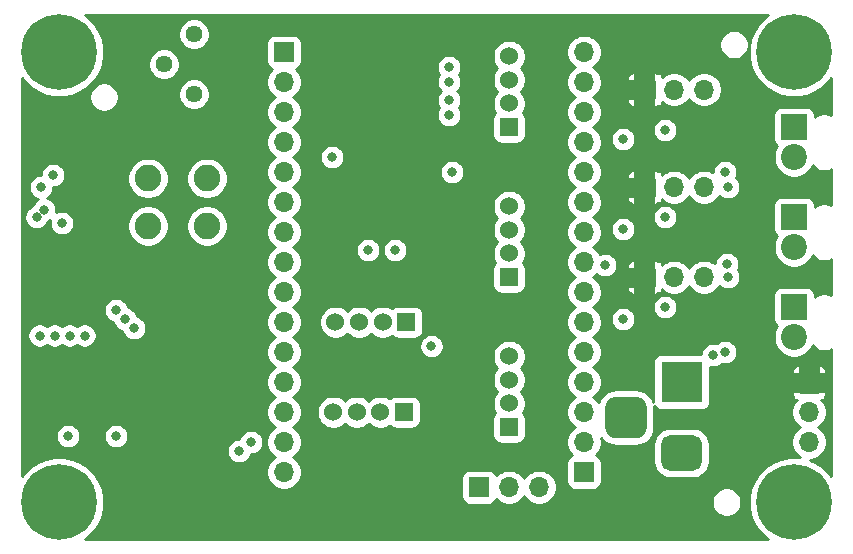
<source format=gbr>
%TF.GenerationSoftware,KiCad,Pcbnew,5.1.10-88a1d61d58~88~ubuntu20.04.1*%
%TF.CreationDate,2021-05-09T16:45:47+02:00*%
%TF.ProjectId,Control_board,436f6e74-726f-46c5-9f62-6f6172642e6b,rev?*%
%TF.SameCoordinates,Original*%
%TF.FileFunction,Copper,L3,Inr*%
%TF.FilePolarity,Positive*%
%FSLAX46Y46*%
G04 Gerber Fmt 4.6, Leading zero omitted, Abs format (unit mm)*
G04 Created by KiCad (PCBNEW 5.1.10-88a1d61d58~88~ubuntu20.04.1) date 2021-05-09 16:45:47*
%MOMM*%
%LPD*%
G01*
G04 APERTURE LIST*
%TA.AperFunction,ComponentPad*%
%ADD10C,1.524000*%
%TD*%
%TA.AperFunction,ComponentPad*%
%ADD11R,1.524000X1.524000*%
%TD*%
%TA.AperFunction,ComponentPad*%
%ADD12C,1.440000*%
%TD*%
%TA.AperFunction,ComponentPad*%
%ADD13C,6.400000*%
%TD*%
%TA.AperFunction,ComponentPad*%
%ADD14C,0.800000*%
%TD*%
%TA.AperFunction,ComponentPad*%
%ADD15R,3.500000X3.500000*%
%TD*%
%TA.AperFunction,ComponentPad*%
%ADD16R,2.200000X2.200000*%
%TD*%
%TA.AperFunction,ComponentPad*%
%ADD17C,2.200000*%
%TD*%
%TA.AperFunction,ComponentPad*%
%ADD18O,1.700000X1.700000*%
%TD*%
%TA.AperFunction,ComponentPad*%
%ADD19R,1.700000X1.700000*%
%TD*%
%TA.AperFunction,ComponentPad*%
%ADD20C,2.250000*%
%TD*%
%TA.AperFunction,ViaPad*%
%ADD21C,0.800000*%
%TD*%
%TA.AperFunction,Conductor*%
%ADD22C,0.254000*%
%TD*%
%TA.AperFunction,Conductor*%
%ADD23C,0.100000*%
%TD*%
G04 APERTURE END LIST*
D10*
%TO.N,GND*%
%TO.C,J1*%
X169450000Y-76200000D03*
%TO.N,CONN1_B*%
X171450000Y-76200000D03*
%TO.N,CONN1_A*%
X173450000Y-76200000D03*
D11*
%TO.N,+5V*%
X175450000Y-76200000D03*
%TD*%
D12*
%TO.N,GND*%
%TO.C,RV1*%
X157480000Y-56896000D03*
%TO.N,BUCK_FB*%
X154940000Y-54356000D03*
%TO.N,+12V*%
X157480000Y-51816000D03*
%TD*%
D13*
%TO.N,GND*%
%TO.C,H1*%
X208280000Y-91440000D03*
D14*
X210680000Y-91440000D03*
X209977056Y-93137056D03*
X208280000Y-93840000D03*
X206582944Y-93137056D03*
X205880000Y-91440000D03*
X206582944Y-89742944D03*
X208280000Y-89040000D03*
X209977056Y-89742944D03*
%TD*%
%TO.N,GND*%
%TO.C,H2*%
X209977056Y-51642944D03*
X208280000Y-50940000D03*
X206582944Y-51642944D03*
X205880000Y-53340000D03*
X206582944Y-55037056D03*
X208280000Y-55740000D03*
X209977056Y-55037056D03*
X210680000Y-53340000D03*
D13*
X208280000Y-53340000D03*
%TD*%
%TO.N,GND*%
%TO.C,H3*%
X146050000Y-53340000D03*
D14*
X148450000Y-53340000D03*
X147747056Y-55037056D03*
X146050000Y-55740000D03*
X144352944Y-55037056D03*
X143650000Y-53340000D03*
X144352944Y-51642944D03*
X146050000Y-50940000D03*
X147747056Y-51642944D03*
%TD*%
%TO.N,GND*%
%TO.C,H4*%
X147747056Y-89742944D03*
X146050000Y-89040000D03*
X144352944Y-89742944D03*
X143650000Y-91440000D03*
X144352944Y-93137056D03*
X146050000Y-93840000D03*
X147747056Y-93137056D03*
X148450000Y-91440000D03*
D13*
X146050000Y-91440000D03*
%TD*%
D11*
%TO.N,+3V3*%
%TO.C,J2*%
X184150000Y-59690000D03*
D10*
%TO.N,CONN2_A*%
X184150000Y-57690000D03*
%TO.N,CONN2_B*%
X184150000Y-55690000D03*
%TO.N,GND*%
X184150000Y-53690000D03*
%TD*%
D11*
%TO.N,+3V3*%
%TO.C,J3*%
X184150000Y-72390000D03*
D10*
%TO.N,CONN3_A*%
X184150000Y-70390000D03*
%TO.N,CONN3_B*%
X184150000Y-68390000D03*
%TO.N,GND*%
X184150000Y-66390000D03*
%TD*%
%TO.N,GND*%
%TO.C,J4*%
X184150000Y-79090000D03*
%TO.N,CONN4_B*%
X184150000Y-81090000D03*
%TO.N,CONN4_A*%
X184150000Y-83090000D03*
D11*
%TO.N,Net-(J4-Pad1)*%
X184150000Y-85090000D03*
%TD*%
%TO.N,+3V3*%
%TO.C,J5*%
X175260000Y-83820000D03*
D10*
%TO.N,GPIO21*%
X173260000Y-83820000D03*
%TO.N,GPIO22*%
X171260000Y-83820000D03*
%TO.N,GND*%
X169260000Y-83820000D03*
%TD*%
D15*
%TO.N,Net-(F1-Pad2)*%
%TO.C,J6*%
X198755000Y-81280000D03*
%TO.N,GND*%
%TA.AperFunction,ComponentPad*%
G36*
G01*
X199755000Y-88780000D02*
X197755000Y-88780000D01*
G75*
G02*
X197005000Y-88030000I0J750000D01*
G01*
X197005000Y-86530000D01*
G75*
G02*
X197755000Y-85780000I750000J0D01*
G01*
X199755000Y-85780000D01*
G75*
G02*
X200505000Y-86530000I0J-750000D01*
G01*
X200505000Y-88030000D01*
G75*
G02*
X199755000Y-88780000I-750000J0D01*
G01*
G37*
%TD.AperFunction*%
%TO.N,N/C*%
%TA.AperFunction,ComponentPad*%
G36*
G01*
X194930000Y-86030000D02*
X193180000Y-86030000D01*
G75*
G02*
X192305000Y-85155000I0J875000D01*
G01*
X192305000Y-83405000D01*
G75*
G02*
X193180000Y-82530000I875000J0D01*
G01*
X194930000Y-82530000D01*
G75*
G02*
X195805000Y-83405000I0J-875000D01*
G01*
X195805000Y-85155000D01*
G75*
G02*
X194930000Y-86030000I-875000J0D01*
G01*
G37*
%TD.AperFunction*%
%TD*%
D16*
%TO.N,LOAD2_POS*%
%TO.C,J7*%
X208280000Y-67310000D03*
D17*
%TO.N,LOAD2_NEG*%
X208280000Y-69850000D03*
%TD*%
%TO.N,LOAD1_NEG*%
%TO.C,J8*%
X208280000Y-62230000D03*
D16*
%TO.N,LOAD1_POS*%
X208280000Y-59690000D03*
%TD*%
%TO.N,LOAD3_POS*%
%TO.C,J9*%
X208280000Y-74930000D03*
D17*
%TO.N,LOAD3_NEG*%
X208280000Y-77470000D03*
%TD*%
D18*
%TO.N,+5V*%
%TO.C,J10*%
X190500000Y-53340000D03*
%TO.N,GND*%
X190500000Y-55880000D03*
%TO.N,CONN2_B*%
X190500000Y-58420000D03*
%TO.N,CONN2_A*%
X190500000Y-60960000D03*
%TO.N,GPIO14*%
X190500000Y-63500000D03*
%TO.N,CONN3_B*%
X190500000Y-66040000D03*
%TO.N,CONN3_A*%
X190500000Y-68580000D03*
%TO.N,GPIO25*%
X190500000Y-71120000D03*
%TO.N,CONN4_B*%
X190500000Y-73660000D03*
%TO.N,CONN4_A*%
X190500000Y-76200000D03*
%TO.N,GPIO35*%
X190500000Y-78740000D03*
%TO.N,GPIO34*%
X190500000Y-81280000D03*
%TO.N,GPIO39*%
X190500000Y-83820000D03*
%TO.N,GPIO36*%
X190500000Y-86360000D03*
D19*
%TO.N,EN*%
X190500000Y-88900000D03*
%TD*%
%TO.N,+3V3*%
%TO.C,J11*%
X165100000Y-53340000D03*
D18*
%TO.N,GND*%
X165100000Y-55880000D03*
%TO.N,GPIO15*%
X165100000Y-58420000D03*
%TO.N,GPIO2*%
X165100000Y-60960000D03*
%TO.N,GPIO4*%
X165100000Y-63500000D03*
%TO.N,CONN1_A*%
X165100000Y-66040000D03*
%TO.N,CONN1_B*%
X165100000Y-68580000D03*
%TO.N,GPIO5*%
X165100000Y-71120000D03*
%TO.N,GPIO18*%
X165100000Y-73660000D03*
%TO.N,GPIO19*%
X165100000Y-76200000D03*
%TO.N,GPIO21*%
X165100000Y-78740000D03*
%TO.N,GPIO3*%
X165100000Y-81280000D03*
%TO.N,GPIO1*%
X165100000Y-83820000D03*
%TO.N,GPIO22*%
X165100000Y-86360000D03*
%TO.N,GPIO23*%
X165100000Y-88900000D03*
%TD*%
D19*
%TO.N,+24V*%
%TO.C,JP1*%
X195580000Y-64770000D03*
D18*
%TO.N,LOAD2_POS*%
X198120000Y-64770000D03*
%TO.N,+12V*%
X200660000Y-64770000D03*
%TD*%
%TO.N,+12V*%
%TO.C,JP2*%
X200660000Y-56515000D03*
%TO.N,LOAD1_POS*%
X198120000Y-56515000D03*
D19*
%TO.N,+24V*%
X195580000Y-56515000D03*
%TD*%
%TO.N,+24V*%
%TO.C,JP3*%
X195580000Y-72390000D03*
D18*
%TO.N,LOAD3_POS*%
X198120000Y-72390000D03*
%TO.N,+12V*%
X200660000Y-72390000D03*
%TD*%
D19*
%TO.N,+3V3*%
%TO.C,JP4*%
X181610000Y-90170000D03*
D18*
%TO.N,Net-(J4-Pad1)*%
X184150000Y-90170000D03*
%TO.N,+5V*%
X186690000Y-90170000D03*
%TD*%
%TO.N,+12V*%
%TO.C,JP5*%
X209550000Y-86360000D03*
%TO.N,Net-(D9-Pad1)*%
X209550000Y-83820000D03*
D19*
%TO.N,+24V*%
X209550000Y-81280000D03*
%TD*%
D20*
%TO.N,BUCK_OUT*%
%TO.C,L1*%
X153580000Y-64040000D03*
%TO.N,N/C*%
X153580000Y-68040000D03*
%TO.N,Net-(C3-Pad1)*%
X158580000Y-68040000D03*
%TO.N,N/C*%
X158580000Y-64040000D03*
%TD*%
D21*
%TO.N,GND*%
X202619999Y-71301999D03*
X202692000Y-72390000D03*
X202438000Y-63500000D03*
X202692000Y-64770000D03*
X201422000Y-78994000D03*
X202438000Y-78740000D03*
X179070000Y-58674000D03*
X179070000Y-57404000D03*
X179070000Y-55880000D03*
X179070000Y-54610000D03*
X193802000Y-68326000D03*
X197358000Y-67310000D03*
X197358000Y-74930000D03*
X193802000Y-75946000D03*
X193802000Y-60706000D03*
X197358000Y-59944000D03*
X144145000Y-67310000D03*
X144780000Y-66675000D03*
X161290000Y-87122000D03*
X162306000Y-86360000D03*
X144526000Y-64770000D03*
X145542000Y-63754000D03*
X152400000Y-76708000D03*
X151638000Y-75946000D03*
X150876000Y-75184000D03*
X148209000Y-77343000D03*
X146939000Y-77343000D03*
X145669000Y-77343000D03*
X144399000Y-77343000D03*
X172212000Y-70104000D03*
X174498000Y-70104000D03*
X146294253Y-67812677D03*
%TO.N,+5V*%
X179324000Y-63500000D03*
X177581762Y-78232000D03*
%TO.N,GPIO35*%
X192278000Y-71374000D03*
%TO.N,+24V*%
X155448000Y-89408000D03*
X155448000Y-87884000D03*
X155448000Y-90932000D03*
X153924000Y-90932000D03*
X153924000Y-87884000D03*
X149352000Y-69596000D03*
X149352000Y-70612000D03*
X149352000Y-68580000D03*
X149352000Y-67564000D03*
%TO.N,+12V*%
X150876000Y-85852000D03*
X146812000Y-85852000D03*
X169164000Y-62230000D03*
%TD*%
D22*
%TO.N,+24V*%
X205835330Y-50361161D02*
X205301161Y-50895330D01*
X204881467Y-51523446D01*
X204592377Y-52221372D01*
X204445000Y-52962285D01*
X204445000Y-53717715D01*
X204592377Y-54458628D01*
X204881467Y-55156554D01*
X205301161Y-55784670D01*
X205835330Y-56318839D01*
X206463446Y-56738533D01*
X207161372Y-57027623D01*
X207902285Y-57175000D01*
X208657715Y-57175000D01*
X209398628Y-57027623D01*
X210096554Y-56738533D01*
X210724670Y-56318839D01*
X211258839Y-55784670D01*
X211430001Y-55528508D01*
X211430001Y-58672401D01*
X211381308Y-58639866D01*
X211165652Y-58550539D01*
X210936712Y-58505000D01*
X210703288Y-58505000D01*
X210474348Y-58550539D01*
X210258692Y-58639866D01*
X210064606Y-58769550D01*
X210018072Y-58816084D01*
X210018072Y-58590000D01*
X210005812Y-58465518D01*
X209969502Y-58345820D01*
X209910537Y-58235506D01*
X209831185Y-58138815D01*
X209734494Y-58059463D01*
X209624180Y-58000498D01*
X209504482Y-57964188D01*
X209380000Y-57951928D01*
X207180000Y-57951928D01*
X207055518Y-57964188D01*
X206935820Y-58000498D01*
X206825506Y-58059463D01*
X206728815Y-58138815D01*
X206649463Y-58235506D01*
X206590498Y-58345820D01*
X206554188Y-58465518D01*
X206541928Y-58590000D01*
X206541928Y-60790000D01*
X206554188Y-60914482D01*
X206590498Y-61034180D01*
X206649463Y-61144494D01*
X206728815Y-61241185D01*
X206809690Y-61307557D01*
X206742463Y-61408169D01*
X206611675Y-61723919D01*
X206545000Y-62059117D01*
X206545000Y-62400883D01*
X206611675Y-62736081D01*
X206742463Y-63051831D01*
X206932337Y-63335998D01*
X207174002Y-63577663D01*
X207458169Y-63767537D01*
X207773919Y-63898325D01*
X208109117Y-63965000D01*
X208450883Y-63965000D01*
X208786081Y-63898325D01*
X209101831Y-63767537D01*
X209385998Y-63577663D01*
X209627663Y-63335998D01*
X209817537Y-63051831D01*
X209865910Y-62935048D01*
X209899550Y-62985394D01*
X210064606Y-63150450D01*
X210258692Y-63280134D01*
X210474348Y-63369461D01*
X210703288Y-63415000D01*
X210936712Y-63415000D01*
X211165652Y-63369461D01*
X211381308Y-63280134D01*
X211430001Y-63247599D01*
X211430001Y-66292401D01*
X211381308Y-66259866D01*
X211165652Y-66170539D01*
X210936712Y-66125000D01*
X210703288Y-66125000D01*
X210474348Y-66170539D01*
X210258692Y-66259866D01*
X210064606Y-66389550D01*
X210018072Y-66436084D01*
X210018072Y-66210000D01*
X210005812Y-66085518D01*
X209969502Y-65965820D01*
X209910537Y-65855506D01*
X209831185Y-65758815D01*
X209734494Y-65679463D01*
X209624180Y-65620498D01*
X209504482Y-65584188D01*
X209380000Y-65571928D01*
X207180000Y-65571928D01*
X207055518Y-65584188D01*
X206935820Y-65620498D01*
X206825506Y-65679463D01*
X206728815Y-65758815D01*
X206649463Y-65855506D01*
X206590498Y-65965820D01*
X206554188Y-66085518D01*
X206541928Y-66210000D01*
X206541928Y-68410000D01*
X206554188Y-68534482D01*
X206590498Y-68654180D01*
X206649463Y-68764494D01*
X206728815Y-68861185D01*
X206809690Y-68927557D01*
X206742463Y-69028169D01*
X206611675Y-69343919D01*
X206545000Y-69679117D01*
X206545000Y-70020883D01*
X206611675Y-70356081D01*
X206742463Y-70671831D01*
X206932337Y-70955998D01*
X207174002Y-71197663D01*
X207458169Y-71387537D01*
X207773919Y-71518325D01*
X208109117Y-71585000D01*
X208450883Y-71585000D01*
X208786081Y-71518325D01*
X209101831Y-71387537D01*
X209385998Y-71197663D01*
X209627663Y-70955998D01*
X209817537Y-70671831D01*
X209865910Y-70555048D01*
X209899550Y-70605394D01*
X210064606Y-70770450D01*
X210258692Y-70900134D01*
X210474348Y-70989461D01*
X210703288Y-71035000D01*
X210936712Y-71035000D01*
X211165652Y-70989461D01*
X211381308Y-70900134D01*
X211430001Y-70867599D01*
X211430000Y-73912401D01*
X211381308Y-73879866D01*
X211165652Y-73790539D01*
X210936712Y-73745000D01*
X210703288Y-73745000D01*
X210474348Y-73790539D01*
X210258692Y-73879866D01*
X210064606Y-74009550D01*
X210018072Y-74056084D01*
X210018072Y-73830000D01*
X210005812Y-73705518D01*
X209969502Y-73585820D01*
X209910537Y-73475506D01*
X209831185Y-73378815D01*
X209734494Y-73299463D01*
X209624180Y-73240498D01*
X209504482Y-73204188D01*
X209380000Y-73191928D01*
X207180000Y-73191928D01*
X207055518Y-73204188D01*
X206935820Y-73240498D01*
X206825506Y-73299463D01*
X206728815Y-73378815D01*
X206649463Y-73475506D01*
X206590498Y-73585820D01*
X206554188Y-73705518D01*
X206541928Y-73830000D01*
X206541928Y-76030000D01*
X206554188Y-76154482D01*
X206590498Y-76274180D01*
X206649463Y-76384494D01*
X206728815Y-76481185D01*
X206809690Y-76547557D01*
X206742463Y-76648169D01*
X206611675Y-76963919D01*
X206545000Y-77299117D01*
X206545000Y-77640883D01*
X206611675Y-77976081D01*
X206742463Y-78291831D01*
X206932337Y-78575998D01*
X207174002Y-78817663D01*
X207458169Y-79007537D01*
X207773919Y-79138325D01*
X208109117Y-79205000D01*
X208450883Y-79205000D01*
X208786081Y-79138325D01*
X209101831Y-79007537D01*
X209385998Y-78817663D01*
X209627663Y-78575998D01*
X209817537Y-78291831D01*
X209865910Y-78175048D01*
X209899550Y-78225394D01*
X210064606Y-78390450D01*
X210258692Y-78520134D01*
X210474348Y-78609461D01*
X210703288Y-78655000D01*
X210936712Y-78655000D01*
X211165652Y-78609461D01*
X211381308Y-78520134D01*
X211430000Y-78487599D01*
X211430000Y-89251490D01*
X211258839Y-88995330D01*
X210724670Y-88461161D01*
X210096554Y-88041467D01*
X209622240Y-87845000D01*
X209696260Y-87845000D01*
X209983158Y-87787932D01*
X210253411Y-87675990D01*
X210496632Y-87513475D01*
X210703475Y-87306632D01*
X210865990Y-87063411D01*
X210977932Y-86793158D01*
X211035000Y-86506260D01*
X211035000Y-86213740D01*
X210977932Y-85926842D01*
X210865990Y-85656589D01*
X210703475Y-85413368D01*
X210496632Y-85206525D01*
X210322240Y-85090000D01*
X210496632Y-84973475D01*
X210703475Y-84766632D01*
X210865990Y-84523411D01*
X210977932Y-84253158D01*
X211035000Y-83966260D01*
X211035000Y-83673740D01*
X210977932Y-83386842D01*
X210865990Y-83116589D01*
X210703475Y-82873368D01*
X210595107Y-82765000D01*
X210923002Y-82765000D01*
X210923002Y-82492666D01*
X210935308Y-82477248D01*
X210992767Y-82366142D01*
X211027446Y-82245962D01*
X211035000Y-82161750D01*
X210876250Y-82003000D01*
X210273000Y-82003000D01*
X210273000Y-82130000D01*
X208827000Y-82130000D01*
X208827000Y-82003000D01*
X208223750Y-82003000D01*
X208065000Y-82161750D01*
X208072554Y-82245962D01*
X208107233Y-82366142D01*
X208164692Y-82477248D01*
X208176998Y-82492666D01*
X208176998Y-82765000D01*
X208504893Y-82765000D01*
X208396525Y-82873368D01*
X208234010Y-83116589D01*
X208122068Y-83386842D01*
X208065000Y-83673740D01*
X208065000Y-83966260D01*
X208122068Y-84253158D01*
X208234010Y-84523411D01*
X208396525Y-84766632D01*
X208603368Y-84973475D01*
X208777760Y-85090000D01*
X208603368Y-85206525D01*
X208396525Y-85413368D01*
X208234010Y-85656589D01*
X208122068Y-85926842D01*
X208065000Y-86213740D01*
X208065000Y-86506260D01*
X208122068Y-86793158D01*
X208234010Y-87063411D01*
X208396525Y-87306632D01*
X208603368Y-87513475D01*
X208775370Y-87628403D01*
X208657715Y-87605000D01*
X207902285Y-87605000D01*
X207161372Y-87752377D01*
X206463446Y-88041467D01*
X205835330Y-88461161D01*
X205301161Y-88995330D01*
X204881467Y-89623446D01*
X204592377Y-90321372D01*
X204445000Y-91062285D01*
X204445000Y-91817715D01*
X204592377Y-92558628D01*
X204881467Y-93256554D01*
X205301161Y-93884670D01*
X205835330Y-94418839D01*
X206091490Y-94590000D01*
X148238510Y-94590000D01*
X148494670Y-94418839D01*
X149028839Y-93884670D01*
X149448533Y-93256554D01*
X149737623Y-92558628D01*
X149885000Y-91817715D01*
X149885000Y-91062285D01*
X149737623Y-90321372D01*
X149448533Y-89623446D01*
X149028839Y-88995330D01*
X148494670Y-88461161D01*
X147866554Y-88041467D01*
X147168628Y-87752377D01*
X146427715Y-87605000D01*
X145672285Y-87605000D01*
X144931372Y-87752377D01*
X144233446Y-88041467D01*
X143605330Y-88461161D01*
X143071161Y-88995330D01*
X142900000Y-89251490D01*
X142900000Y-87020061D01*
X160255000Y-87020061D01*
X160255000Y-87223939D01*
X160294774Y-87423898D01*
X160372795Y-87612256D01*
X160486063Y-87781774D01*
X160630226Y-87925937D01*
X160799744Y-88039205D01*
X160988102Y-88117226D01*
X161188061Y-88157000D01*
X161391939Y-88157000D01*
X161591898Y-88117226D01*
X161780256Y-88039205D01*
X161949774Y-87925937D01*
X162093937Y-87781774D01*
X162207205Y-87612256D01*
X162285226Y-87423898D01*
X162290974Y-87395000D01*
X162407939Y-87395000D01*
X162607898Y-87355226D01*
X162796256Y-87277205D01*
X162965774Y-87163937D01*
X163109937Y-87019774D01*
X163223205Y-86850256D01*
X163301226Y-86661898D01*
X163341000Y-86461939D01*
X163341000Y-86258061D01*
X163301226Y-86058102D01*
X163223205Y-85869744D01*
X163109937Y-85700226D01*
X162965774Y-85556063D01*
X162796256Y-85442795D01*
X162607898Y-85364774D01*
X162407939Y-85325000D01*
X162204061Y-85325000D01*
X162004102Y-85364774D01*
X161815744Y-85442795D01*
X161646226Y-85556063D01*
X161502063Y-85700226D01*
X161388795Y-85869744D01*
X161310774Y-86058102D01*
X161305026Y-86087000D01*
X161188061Y-86087000D01*
X160988102Y-86126774D01*
X160799744Y-86204795D01*
X160630226Y-86318063D01*
X160486063Y-86462226D01*
X160372795Y-86631744D01*
X160294774Y-86820102D01*
X160255000Y-87020061D01*
X142900000Y-87020061D01*
X142900000Y-85750061D01*
X145777000Y-85750061D01*
X145777000Y-85953939D01*
X145816774Y-86153898D01*
X145894795Y-86342256D01*
X146008063Y-86511774D01*
X146152226Y-86655937D01*
X146321744Y-86769205D01*
X146510102Y-86847226D01*
X146710061Y-86887000D01*
X146913939Y-86887000D01*
X147113898Y-86847226D01*
X147302256Y-86769205D01*
X147471774Y-86655937D01*
X147615937Y-86511774D01*
X147729205Y-86342256D01*
X147807226Y-86153898D01*
X147847000Y-85953939D01*
X147847000Y-85750061D01*
X149841000Y-85750061D01*
X149841000Y-85953939D01*
X149880774Y-86153898D01*
X149958795Y-86342256D01*
X150072063Y-86511774D01*
X150216226Y-86655937D01*
X150385744Y-86769205D01*
X150574102Y-86847226D01*
X150774061Y-86887000D01*
X150977939Y-86887000D01*
X151177898Y-86847226D01*
X151366256Y-86769205D01*
X151535774Y-86655937D01*
X151679937Y-86511774D01*
X151793205Y-86342256D01*
X151871226Y-86153898D01*
X151911000Y-85953939D01*
X151911000Y-85750061D01*
X151871226Y-85550102D01*
X151793205Y-85361744D01*
X151679937Y-85192226D01*
X151535774Y-85048063D01*
X151366256Y-84934795D01*
X151177898Y-84856774D01*
X150977939Y-84817000D01*
X150774061Y-84817000D01*
X150574102Y-84856774D01*
X150385744Y-84934795D01*
X150216226Y-85048063D01*
X150072063Y-85192226D01*
X149958795Y-85361744D01*
X149880774Y-85550102D01*
X149841000Y-85750061D01*
X147847000Y-85750061D01*
X147807226Y-85550102D01*
X147729205Y-85361744D01*
X147615937Y-85192226D01*
X147471774Y-85048063D01*
X147302256Y-84934795D01*
X147113898Y-84856774D01*
X146913939Y-84817000D01*
X146710061Y-84817000D01*
X146510102Y-84856774D01*
X146321744Y-84934795D01*
X146152226Y-85048063D01*
X146008063Y-85192226D01*
X145894795Y-85361744D01*
X145816774Y-85550102D01*
X145777000Y-85750061D01*
X142900000Y-85750061D01*
X142900000Y-77241061D01*
X143364000Y-77241061D01*
X143364000Y-77444939D01*
X143403774Y-77644898D01*
X143481795Y-77833256D01*
X143595063Y-78002774D01*
X143739226Y-78146937D01*
X143908744Y-78260205D01*
X144097102Y-78338226D01*
X144297061Y-78378000D01*
X144500939Y-78378000D01*
X144700898Y-78338226D01*
X144889256Y-78260205D01*
X145034000Y-78163490D01*
X145178744Y-78260205D01*
X145367102Y-78338226D01*
X145567061Y-78378000D01*
X145770939Y-78378000D01*
X145970898Y-78338226D01*
X146159256Y-78260205D01*
X146304000Y-78163490D01*
X146448744Y-78260205D01*
X146637102Y-78338226D01*
X146837061Y-78378000D01*
X147040939Y-78378000D01*
X147240898Y-78338226D01*
X147429256Y-78260205D01*
X147574000Y-78163490D01*
X147718744Y-78260205D01*
X147907102Y-78338226D01*
X148107061Y-78378000D01*
X148310939Y-78378000D01*
X148510898Y-78338226D01*
X148699256Y-78260205D01*
X148868774Y-78146937D01*
X149012937Y-78002774D01*
X149126205Y-77833256D01*
X149204226Y-77644898D01*
X149244000Y-77444939D01*
X149244000Y-77241061D01*
X149204226Y-77041102D01*
X149126205Y-76852744D01*
X149012937Y-76683226D01*
X148868774Y-76539063D01*
X148699256Y-76425795D01*
X148510898Y-76347774D01*
X148310939Y-76308000D01*
X148107061Y-76308000D01*
X147907102Y-76347774D01*
X147718744Y-76425795D01*
X147574000Y-76522510D01*
X147429256Y-76425795D01*
X147240898Y-76347774D01*
X147040939Y-76308000D01*
X146837061Y-76308000D01*
X146637102Y-76347774D01*
X146448744Y-76425795D01*
X146304000Y-76522510D01*
X146159256Y-76425795D01*
X145970898Y-76347774D01*
X145770939Y-76308000D01*
X145567061Y-76308000D01*
X145367102Y-76347774D01*
X145178744Y-76425795D01*
X145034000Y-76522510D01*
X144889256Y-76425795D01*
X144700898Y-76347774D01*
X144500939Y-76308000D01*
X144297061Y-76308000D01*
X144097102Y-76347774D01*
X143908744Y-76425795D01*
X143739226Y-76539063D01*
X143595063Y-76683226D01*
X143481795Y-76852744D01*
X143403774Y-77041102D01*
X143364000Y-77241061D01*
X142900000Y-77241061D01*
X142900000Y-75082061D01*
X149841000Y-75082061D01*
X149841000Y-75285939D01*
X149880774Y-75485898D01*
X149958795Y-75674256D01*
X150072063Y-75843774D01*
X150216226Y-75987937D01*
X150385744Y-76101205D01*
X150574102Y-76179226D01*
X150631381Y-76190619D01*
X150642774Y-76247898D01*
X150720795Y-76436256D01*
X150834063Y-76605774D01*
X150978226Y-76749937D01*
X151147744Y-76863205D01*
X151336102Y-76941226D01*
X151393381Y-76952619D01*
X151404774Y-77009898D01*
X151482795Y-77198256D01*
X151596063Y-77367774D01*
X151740226Y-77511937D01*
X151909744Y-77625205D01*
X152098102Y-77703226D01*
X152298061Y-77743000D01*
X152501939Y-77743000D01*
X152701898Y-77703226D01*
X152890256Y-77625205D01*
X153059774Y-77511937D01*
X153203937Y-77367774D01*
X153317205Y-77198256D01*
X153395226Y-77009898D01*
X153435000Y-76809939D01*
X153435000Y-76606061D01*
X153395226Y-76406102D01*
X153317205Y-76217744D01*
X153203937Y-76048226D01*
X153059774Y-75904063D01*
X152890256Y-75790795D01*
X152701898Y-75712774D01*
X152644619Y-75701381D01*
X152633226Y-75644102D01*
X152555205Y-75455744D01*
X152441937Y-75286226D01*
X152297774Y-75142063D01*
X152128256Y-75028795D01*
X151939898Y-74950774D01*
X151882619Y-74939381D01*
X151871226Y-74882102D01*
X151793205Y-74693744D01*
X151679937Y-74524226D01*
X151535774Y-74380063D01*
X151366256Y-74266795D01*
X151177898Y-74188774D01*
X150977939Y-74149000D01*
X150774061Y-74149000D01*
X150574102Y-74188774D01*
X150385744Y-74266795D01*
X150216226Y-74380063D01*
X150072063Y-74524226D01*
X149958795Y-74693744D01*
X149880774Y-74882102D01*
X149841000Y-75082061D01*
X142900000Y-75082061D01*
X142900000Y-67208061D01*
X143110000Y-67208061D01*
X143110000Y-67411939D01*
X143149774Y-67611898D01*
X143227795Y-67800256D01*
X143341063Y-67969774D01*
X143485226Y-68113937D01*
X143654744Y-68227205D01*
X143843102Y-68305226D01*
X144043061Y-68345000D01*
X144246939Y-68345000D01*
X144446898Y-68305226D01*
X144635256Y-68227205D01*
X144804774Y-68113937D01*
X144948937Y-67969774D01*
X145062205Y-67800256D01*
X145123142Y-67653142D01*
X145270256Y-67592205D01*
X145284758Y-67582515D01*
X145259253Y-67710738D01*
X145259253Y-67914616D01*
X145299027Y-68114575D01*
X145377048Y-68302933D01*
X145490316Y-68472451D01*
X145634479Y-68616614D01*
X145803997Y-68729882D01*
X145992355Y-68807903D01*
X146192314Y-68847677D01*
X146396192Y-68847677D01*
X146596151Y-68807903D01*
X146784509Y-68729882D01*
X146954027Y-68616614D01*
X147098190Y-68472451D01*
X147211458Y-68302933D01*
X147289479Y-68114575D01*
X147329253Y-67914616D01*
X147329253Y-67866655D01*
X151820000Y-67866655D01*
X151820000Y-68213345D01*
X151887636Y-68553373D01*
X152020308Y-68873673D01*
X152212919Y-69161935D01*
X152458065Y-69407081D01*
X152746327Y-69599692D01*
X153066627Y-69732364D01*
X153406655Y-69800000D01*
X153753345Y-69800000D01*
X154093373Y-69732364D01*
X154413673Y-69599692D01*
X154701935Y-69407081D01*
X154947081Y-69161935D01*
X155139692Y-68873673D01*
X155272364Y-68553373D01*
X155340000Y-68213345D01*
X155340000Y-67866655D01*
X156820000Y-67866655D01*
X156820000Y-68213345D01*
X156887636Y-68553373D01*
X157020308Y-68873673D01*
X157212919Y-69161935D01*
X157458065Y-69407081D01*
X157746327Y-69599692D01*
X158066627Y-69732364D01*
X158406655Y-69800000D01*
X158753345Y-69800000D01*
X159093373Y-69732364D01*
X159413673Y-69599692D01*
X159701935Y-69407081D01*
X159947081Y-69161935D01*
X160139692Y-68873673D01*
X160272364Y-68553373D01*
X160340000Y-68213345D01*
X160340000Y-67866655D01*
X160272364Y-67526627D01*
X160139692Y-67206327D01*
X159947081Y-66918065D01*
X159701935Y-66672919D01*
X159413673Y-66480308D01*
X159093373Y-66347636D01*
X158753345Y-66280000D01*
X158406655Y-66280000D01*
X158066627Y-66347636D01*
X157746327Y-66480308D01*
X157458065Y-66672919D01*
X157212919Y-66918065D01*
X157020308Y-67206327D01*
X156887636Y-67526627D01*
X156820000Y-67866655D01*
X155340000Y-67866655D01*
X155272364Y-67526627D01*
X155139692Y-67206327D01*
X154947081Y-66918065D01*
X154701935Y-66672919D01*
X154413673Y-66480308D01*
X154093373Y-66347636D01*
X153753345Y-66280000D01*
X153406655Y-66280000D01*
X153066627Y-66347636D01*
X152746327Y-66480308D01*
X152458065Y-66672919D01*
X152212919Y-66918065D01*
X152020308Y-67206327D01*
X151887636Y-67526627D01*
X151820000Y-67866655D01*
X147329253Y-67866655D01*
X147329253Y-67710738D01*
X147289479Y-67510779D01*
X147211458Y-67322421D01*
X147098190Y-67152903D01*
X146954027Y-67008740D01*
X146784509Y-66895472D01*
X146596151Y-66817451D01*
X146396192Y-66777677D01*
X146192314Y-66777677D01*
X145992355Y-66817451D01*
X145803997Y-66895472D01*
X145789495Y-66905162D01*
X145815000Y-66776939D01*
X145815000Y-66573061D01*
X145775226Y-66373102D01*
X145697205Y-66184744D01*
X145583937Y-66015226D01*
X145439774Y-65871063D01*
X145270256Y-65757795D01*
X145081898Y-65679774D01*
X145039884Y-65671417D01*
X145185774Y-65573937D01*
X145329937Y-65429774D01*
X145443205Y-65260256D01*
X145521226Y-65071898D01*
X145561000Y-64871939D01*
X145561000Y-64789000D01*
X145643939Y-64789000D01*
X145843898Y-64749226D01*
X146032256Y-64671205D01*
X146201774Y-64557937D01*
X146345937Y-64413774D01*
X146459205Y-64244256D01*
X146537226Y-64055898D01*
X146574868Y-63866655D01*
X151820000Y-63866655D01*
X151820000Y-64213345D01*
X151887636Y-64553373D01*
X152020308Y-64873673D01*
X152212919Y-65161935D01*
X152458065Y-65407081D01*
X152746327Y-65599692D01*
X153066627Y-65732364D01*
X153406655Y-65800000D01*
X153753345Y-65800000D01*
X154093373Y-65732364D01*
X154413673Y-65599692D01*
X154701935Y-65407081D01*
X154947081Y-65161935D01*
X155139692Y-64873673D01*
X155272364Y-64553373D01*
X155340000Y-64213345D01*
X155340000Y-63866655D01*
X156820000Y-63866655D01*
X156820000Y-64213345D01*
X156887636Y-64553373D01*
X157020308Y-64873673D01*
X157212919Y-65161935D01*
X157458065Y-65407081D01*
X157746327Y-65599692D01*
X158066627Y-65732364D01*
X158406655Y-65800000D01*
X158753345Y-65800000D01*
X159093373Y-65732364D01*
X159413673Y-65599692D01*
X159701935Y-65407081D01*
X159947081Y-65161935D01*
X160139692Y-64873673D01*
X160272364Y-64553373D01*
X160340000Y-64213345D01*
X160340000Y-63866655D01*
X160272364Y-63526627D01*
X160139692Y-63206327D01*
X159947081Y-62918065D01*
X159701935Y-62672919D01*
X159413673Y-62480308D01*
X159093373Y-62347636D01*
X158753345Y-62280000D01*
X158406655Y-62280000D01*
X158066627Y-62347636D01*
X157746327Y-62480308D01*
X157458065Y-62672919D01*
X157212919Y-62918065D01*
X157020308Y-63206327D01*
X156887636Y-63526627D01*
X156820000Y-63866655D01*
X155340000Y-63866655D01*
X155272364Y-63526627D01*
X155139692Y-63206327D01*
X154947081Y-62918065D01*
X154701935Y-62672919D01*
X154413673Y-62480308D01*
X154093373Y-62347636D01*
X153753345Y-62280000D01*
X153406655Y-62280000D01*
X153066627Y-62347636D01*
X152746327Y-62480308D01*
X152458065Y-62672919D01*
X152212919Y-62918065D01*
X152020308Y-63206327D01*
X151887636Y-63526627D01*
X151820000Y-63866655D01*
X146574868Y-63866655D01*
X146577000Y-63855939D01*
X146577000Y-63652061D01*
X146537226Y-63452102D01*
X146459205Y-63263744D01*
X146345937Y-63094226D01*
X146201774Y-62950063D01*
X146032256Y-62836795D01*
X145843898Y-62758774D01*
X145643939Y-62719000D01*
X145440061Y-62719000D01*
X145240102Y-62758774D01*
X145051744Y-62836795D01*
X144882226Y-62950063D01*
X144738063Y-63094226D01*
X144624795Y-63263744D01*
X144546774Y-63452102D01*
X144507000Y-63652061D01*
X144507000Y-63735000D01*
X144424061Y-63735000D01*
X144224102Y-63774774D01*
X144035744Y-63852795D01*
X143866226Y-63966063D01*
X143722063Y-64110226D01*
X143608795Y-64279744D01*
X143530774Y-64468102D01*
X143491000Y-64668061D01*
X143491000Y-64871939D01*
X143530774Y-65071898D01*
X143608795Y-65260256D01*
X143722063Y-65429774D01*
X143866226Y-65573937D01*
X144035744Y-65687205D01*
X144224102Y-65765226D01*
X144266116Y-65773583D01*
X144120226Y-65871063D01*
X143976063Y-66015226D01*
X143862795Y-66184744D01*
X143801858Y-66331858D01*
X143654744Y-66392795D01*
X143485226Y-66506063D01*
X143341063Y-66650226D01*
X143227795Y-66819744D01*
X143149774Y-67008102D01*
X143110000Y-67208061D01*
X142900000Y-67208061D01*
X142900000Y-55528510D01*
X143071161Y-55784670D01*
X143605330Y-56318839D01*
X144233446Y-56738533D01*
X144931372Y-57027623D01*
X145672285Y-57175000D01*
X146427715Y-57175000D01*
X147168628Y-57027623D01*
X147170397Y-57026890D01*
X148610048Y-57026890D01*
X148610048Y-57273110D01*
X148658083Y-57514598D01*
X148752307Y-57742074D01*
X148889099Y-57946798D01*
X149063202Y-58120901D01*
X149267926Y-58257693D01*
X149495402Y-58351917D01*
X149736890Y-58399952D01*
X149983110Y-58399952D01*
X150224598Y-58351917D01*
X150452074Y-58257693D01*
X150656798Y-58120901D01*
X150830901Y-57946798D01*
X150967693Y-57742074D01*
X151061917Y-57514598D01*
X151109952Y-57273110D01*
X151109952Y-57026890D01*
X151061917Y-56785402D01*
X151052449Y-56762544D01*
X156125000Y-56762544D01*
X156125000Y-57029456D01*
X156177072Y-57291239D01*
X156279215Y-57537833D01*
X156427503Y-57759762D01*
X156616238Y-57948497D01*
X156838167Y-58096785D01*
X157084761Y-58198928D01*
X157346544Y-58251000D01*
X157613456Y-58251000D01*
X157875239Y-58198928D01*
X158121833Y-58096785D01*
X158343762Y-57948497D01*
X158532497Y-57759762D01*
X158680785Y-57537833D01*
X158782928Y-57291239D01*
X158835000Y-57029456D01*
X158835000Y-56762544D01*
X158782928Y-56500761D01*
X158680785Y-56254167D01*
X158532497Y-56032238D01*
X158343762Y-55843503D01*
X158121833Y-55695215D01*
X157875239Y-55593072D01*
X157613456Y-55541000D01*
X157346544Y-55541000D01*
X157084761Y-55593072D01*
X156838167Y-55695215D01*
X156616238Y-55843503D01*
X156427503Y-56032238D01*
X156279215Y-56254167D01*
X156177072Y-56500761D01*
X156125000Y-56762544D01*
X151052449Y-56762544D01*
X150967693Y-56557926D01*
X150830901Y-56353202D01*
X150656798Y-56179099D01*
X150452074Y-56042307D01*
X150224598Y-55948083D01*
X149983110Y-55900048D01*
X149736890Y-55900048D01*
X149495402Y-55948083D01*
X149267926Y-56042307D01*
X149063202Y-56179099D01*
X148889099Y-56353202D01*
X148752307Y-56557926D01*
X148658083Y-56785402D01*
X148610048Y-57026890D01*
X147170397Y-57026890D01*
X147866554Y-56738533D01*
X148494670Y-56318839D01*
X149028839Y-55784670D01*
X149448533Y-55156554D01*
X149737623Y-54458628D01*
X149784583Y-54222544D01*
X153585000Y-54222544D01*
X153585000Y-54489456D01*
X153637072Y-54751239D01*
X153739215Y-54997833D01*
X153887503Y-55219762D01*
X154076238Y-55408497D01*
X154298167Y-55556785D01*
X154544761Y-55658928D01*
X154806544Y-55711000D01*
X155073456Y-55711000D01*
X155335239Y-55658928D01*
X155581833Y-55556785D01*
X155803762Y-55408497D01*
X155992497Y-55219762D01*
X156140785Y-54997833D01*
X156242928Y-54751239D01*
X156295000Y-54489456D01*
X156295000Y-54222544D01*
X156242928Y-53960761D01*
X156140785Y-53714167D01*
X155992497Y-53492238D01*
X155803762Y-53303503D01*
X155581833Y-53155215D01*
X155335239Y-53053072D01*
X155073456Y-53001000D01*
X154806544Y-53001000D01*
X154544761Y-53053072D01*
X154298167Y-53155215D01*
X154076238Y-53303503D01*
X153887503Y-53492238D01*
X153739215Y-53714167D01*
X153637072Y-53960761D01*
X153585000Y-54222544D01*
X149784583Y-54222544D01*
X149885000Y-53717715D01*
X149885000Y-52962285D01*
X149737623Y-52221372D01*
X149514434Y-51682544D01*
X156125000Y-51682544D01*
X156125000Y-51949456D01*
X156177072Y-52211239D01*
X156279215Y-52457833D01*
X156427503Y-52679762D01*
X156616238Y-52868497D01*
X156838167Y-53016785D01*
X157084761Y-53118928D01*
X157346544Y-53171000D01*
X157613456Y-53171000D01*
X157875239Y-53118928D01*
X158121833Y-53016785D01*
X158343762Y-52868497D01*
X158532497Y-52679762D01*
X158659291Y-52490000D01*
X163611928Y-52490000D01*
X163611928Y-54190000D01*
X163624188Y-54314482D01*
X163660498Y-54434180D01*
X163719463Y-54544494D01*
X163798815Y-54641185D01*
X163895506Y-54720537D01*
X164005820Y-54779502D01*
X164078380Y-54801513D01*
X163946525Y-54933368D01*
X163784010Y-55176589D01*
X163672068Y-55446842D01*
X163615000Y-55733740D01*
X163615000Y-56026260D01*
X163672068Y-56313158D01*
X163784010Y-56583411D01*
X163946525Y-56826632D01*
X164153368Y-57033475D01*
X164327760Y-57150000D01*
X164153368Y-57266525D01*
X163946525Y-57473368D01*
X163784010Y-57716589D01*
X163672068Y-57986842D01*
X163615000Y-58273740D01*
X163615000Y-58566260D01*
X163672068Y-58853158D01*
X163784010Y-59123411D01*
X163946525Y-59366632D01*
X164153368Y-59573475D01*
X164327760Y-59690000D01*
X164153368Y-59806525D01*
X163946525Y-60013368D01*
X163784010Y-60256589D01*
X163672068Y-60526842D01*
X163615000Y-60813740D01*
X163615000Y-61106260D01*
X163672068Y-61393158D01*
X163784010Y-61663411D01*
X163946525Y-61906632D01*
X164153368Y-62113475D01*
X164327760Y-62230000D01*
X164153368Y-62346525D01*
X163946525Y-62553368D01*
X163784010Y-62796589D01*
X163672068Y-63066842D01*
X163615000Y-63353740D01*
X163615000Y-63646260D01*
X163672068Y-63933158D01*
X163784010Y-64203411D01*
X163946525Y-64446632D01*
X164153368Y-64653475D01*
X164327760Y-64770000D01*
X164153368Y-64886525D01*
X163946525Y-65093368D01*
X163784010Y-65336589D01*
X163672068Y-65606842D01*
X163615000Y-65893740D01*
X163615000Y-66186260D01*
X163672068Y-66473158D01*
X163784010Y-66743411D01*
X163946525Y-66986632D01*
X164153368Y-67193475D01*
X164327760Y-67310000D01*
X164153368Y-67426525D01*
X163946525Y-67633368D01*
X163784010Y-67876589D01*
X163672068Y-68146842D01*
X163615000Y-68433740D01*
X163615000Y-68726260D01*
X163672068Y-69013158D01*
X163784010Y-69283411D01*
X163946525Y-69526632D01*
X164153368Y-69733475D01*
X164327760Y-69850000D01*
X164153368Y-69966525D01*
X163946525Y-70173368D01*
X163784010Y-70416589D01*
X163672068Y-70686842D01*
X163615000Y-70973740D01*
X163615000Y-71266260D01*
X163672068Y-71553158D01*
X163784010Y-71823411D01*
X163946525Y-72066632D01*
X164153368Y-72273475D01*
X164327760Y-72390000D01*
X164153368Y-72506525D01*
X163946525Y-72713368D01*
X163784010Y-72956589D01*
X163672068Y-73226842D01*
X163615000Y-73513740D01*
X163615000Y-73806260D01*
X163672068Y-74093158D01*
X163784010Y-74363411D01*
X163946525Y-74606632D01*
X164153368Y-74813475D01*
X164327760Y-74930000D01*
X164153368Y-75046525D01*
X163946525Y-75253368D01*
X163784010Y-75496589D01*
X163672068Y-75766842D01*
X163615000Y-76053740D01*
X163615000Y-76346260D01*
X163672068Y-76633158D01*
X163784010Y-76903411D01*
X163946525Y-77146632D01*
X164153368Y-77353475D01*
X164327760Y-77470000D01*
X164153368Y-77586525D01*
X163946525Y-77793368D01*
X163784010Y-78036589D01*
X163672068Y-78306842D01*
X163615000Y-78593740D01*
X163615000Y-78886260D01*
X163672068Y-79173158D01*
X163784010Y-79443411D01*
X163946525Y-79686632D01*
X164153368Y-79893475D01*
X164327760Y-80010000D01*
X164153368Y-80126525D01*
X163946525Y-80333368D01*
X163784010Y-80576589D01*
X163672068Y-80846842D01*
X163615000Y-81133740D01*
X163615000Y-81426260D01*
X163672068Y-81713158D01*
X163784010Y-81983411D01*
X163946525Y-82226632D01*
X164153368Y-82433475D01*
X164327760Y-82550000D01*
X164153368Y-82666525D01*
X163946525Y-82873368D01*
X163784010Y-83116589D01*
X163672068Y-83386842D01*
X163615000Y-83673740D01*
X163615000Y-83966260D01*
X163672068Y-84253158D01*
X163784010Y-84523411D01*
X163946525Y-84766632D01*
X164153368Y-84973475D01*
X164327760Y-85090000D01*
X164153368Y-85206525D01*
X163946525Y-85413368D01*
X163784010Y-85656589D01*
X163672068Y-85926842D01*
X163615000Y-86213740D01*
X163615000Y-86506260D01*
X163672068Y-86793158D01*
X163784010Y-87063411D01*
X163946525Y-87306632D01*
X164153368Y-87513475D01*
X164327760Y-87630000D01*
X164153368Y-87746525D01*
X163946525Y-87953368D01*
X163784010Y-88196589D01*
X163672068Y-88466842D01*
X163615000Y-88753740D01*
X163615000Y-89046260D01*
X163672068Y-89333158D01*
X163784010Y-89603411D01*
X163946525Y-89846632D01*
X164153368Y-90053475D01*
X164396589Y-90215990D01*
X164666842Y-90327932D01*
X164953740Y-90385000D01*
X165246260Y-90385000D01*
X165533158Y-90327932D01*
X165803411Y-90215990D01*
X166046632Y-90053475D01*
X166253475Y-89846632D01*
X166415990Y-89603411D01*
X166527932Y-89333158D01*
X166530549Y-89320000D01*
X180121928Y-89320000D01*
X180121928Y-91020000D01*
X180134188Y-91144482D01*
X180170498Y-91264180D01*
X180229463Y-91374494D01*
X180308815Y-91471185D01*
X180405506Y-91550537D01*
X180515820Y-91609502D01*
X180635518Y-91645812D01*
X180760000Y-91658072D01*
X182460000Y-91658072D01*
X182584482Y-91645812D01*
X182704180Y-91609502D01*
X182814494Y-91550537D01*
X182911185Y-91471185D01*
X182990537Y-91374494D01*
X183049502Y-91264180D01*
X183071513Y-91191620D01*
X183203368Y-91323475D01*
X183446589Y-91485990D01*
X183716842Y-91597932D01*
X184003740Y-91655000D01*
X184296260Y-91655000D01*
X184583158Y-91597932D01*
X184853411Y-91485990D01*
X185096632Y-91323475D01*
X185303475Y-91116632D01*
X185420000Y-90942240D01*
X185536525Y-91116632D01*
X185743368Y-91323475D01*
X185986589Y-91485990D01*
X186256842Y-91597932D01*
X186543740Y-91655000D01*
X186836260Y-91655000D01*
X187123158Y-91597932D01*
X187393411Y-91485990D01*
X187636632Y-91323475D01*
X187643217Y-91316890D01*
X201315048Y-91316890D01*
X201315048Y-91563110D01*
X201363083Y-91804598D01*
X201457307Y-92032074D01*
X201594099Y-92236798D01*
X201768202Y-92410901D01*
X201972926Y-92547693D01*
X202200402Y-92641917D01*
X202441890Y-92689952D01*
X202688110Y-92689952D01*
X202929598Y-92641917D01*
X203157074Y-92547693D01*
X203361798Y-92410901D01*
X203535901Y-92236798D01*
X203672693Y-92032074D01*
X203766917Y-91804598D01*
X203814952Y-91563110D01*
X203814952Y-91316890D01*
X203766917Y-91075402D01*
X203672693Y-90847926D01*
X203535901Y-90643202D01*
X203361798Y-90469099D01*
X203157074Y-90332307D01*
X202929598Y-90238083D01*
X202688110Y-90190048D01*
X202441890Y-90190048D01*
X202200402Y-90238083D01*
X201972926Y-90332307D01*
X201768202Y-90469099D01*
X201594099Y-90643202D01*
X201457307Y-90847926D01*
X201363083Y-91075402D01*
X201315048Y-91316890D01*
X187643217Y-91316890D01*
X187843475Y-91116632D01*
X188005990Y-90873411D01*
X188117932Y-90603158D01*
X188175000Y-90316260D01*
X188175000Y-90023740D01*
X188117932Y-89736842D01*
X188005990Y-89466589D01*
X187843475Y-89223368D01*
X187636632Y-89016525D01*
X187393411Y-88854010D01*
X187123158Y-88742068D01*
X186836260Y-88685000D01*
X186543740Y-88685000D01*
X186256842Y-88742068D01*
X185986589Y-88854010D01*
X185743368Y-89016525D01*
X185536525Y-89223368D01*
X185420000Y-89397760D01*
X185303475Y-89223368D01*
X185096632Y-89016525D01*
X184853411Y-88854010D01*
X184583158Y-88742068D01*
X184296260Y-88685000D01*
X184003740Y-88685000D01*
X183716842Y-88742068D01*
X183446589Y-88854010D01*
X183203368Y-89016525D01*
X183071513Y-89148380D01*
X183049502Y-89075820D01*
X182990537Y-88965506D01*
X182911185Y-88868815D01*
X182814494Y-88789463D01*
X182704180Y-88730498D01*
X182584482Y-88694188D01*
X182460000Y-88681928D01*
X180760000Y-88681928D01*
X180635518Y-88694188D01*
X180515820Y-88730498D01*
X180405506Y-88789463D01*
X180308815Y-88868815D01*
X180229463Y-88965506D01*
X180170498Y-89075820D01*
X180134188Y-89195518D01*
X180121928Y-89320000D01*
X166530549Y-89320000D01*
X166585000Y-89046260D01*
X166585000Y-88753740D01*
X166527932Y-88466842D01*
X166415990Y-88196589D01*
X166318043Y-88050000D01*
X189011928Y-88050000D01*
X189011928Y-89750000D01*
X189024188Y-89874482D01*
X189060498Y-89994180D01*
X189119463Y-90104494D01*
X189198815Y-90201185D01*
X189295506Y-90280537D01*
X189405820Y-90339502D01*
X189525518Y-90375812D01*
X189650000Y-90388072D01*
X191350000Y-90388072D01*
X191474482Y-90375812D01*
X191594180Y-90339502D01*
X191704494Y-90280537D01*
X191801185Y-90201185D01*
X191880537Y-90104494D01*
X191939502Y-89994180D01*
X191975812Y-89874482D01*
X191988072Y-89750000D01*
X191988072Y-88050000D01*
X191975812Y-87925518D01*
X191939502Y-87805820D01*
X191880537Y-87695506D01*
X191801185Y-87598815D01*
X191704494Y-87519463D01*
X191594180Y-87460498D01*
X191521620Y-87438487D01*
X191653475Y-87306632D01*
X191815990Y-87063411D01*
X191927932Y-86793158D01*
X191985000Y-86506260D01*
X191985000Y-86213740D01*
X191947910Y-86027279D01*
X192110097Y-86224903D01*
X192339382Y-86413073D01*
X192600972Y-86552896D01*
X192884814Y-86638999D01*
X193180000Y-86668072D01*
X194930000Y-86668072D01*
X195225186Y-86638999D01*
X195509028Y-86552896D01*
X195551863Y-86530000D01*
X196366928Y-86530000D01*
X196366928Y-88030000D01*
X196393599Y-88300799D01*
X196472589Y-88561192D01*
X196600860Y-88801171D01*
X196773485Y-89011515D01*
X196983829Y-89184140D01*
X197223808Y-89312411D01*
X197484201Y-89391401D01*
X197755000Y-89418072D01*
X199755000Y-89418072D01*
X200025799Y-89391401D01*
X200286192Y-89312411D01*
X200526171Y-89184140D01*
X200736515Y-89011515D01*
X200909140Y-88801171D01*
X201037411Y-88561192D01*
X201116401Y-88300799D01*
X201143072Y-88030000D01*
X201143072Y-86530000D01*
X201116401Y-86259201D01*
X201037411Y-85998808D01*
X200909140Y-85758829D01*
X200736515Y-85548485D01*
X200526171Y-85375860D01*
X200286192Y-85247589D01*
X200025799Y-85168599D01*
X199755000Y-85141928D01*
X197755000Y-85141928D01*
X197484201Y-85168599D01*
X197223808Y-85247589D01*
X196983829Y-85375860D01*
X196773485Y-85548485D01*
X196600860Y-85758829D01*
X196472589Y-85998808D01*
X196393599Y-86259201D01*
X196366928Y-86530000D01*
X195551863Y-86530000D01*
X195770618Y-86413073D01*
X195999903Y-86224903D01*
X196188073Y-85995618D01*
X196327896Y-85734028D01*
X196413999Y-85450186D01*
X196443072Y-85155000D01*
X196443072Y-83405000D01*
X196433506Y-83307869D01*
X196474463Y-83384494D01*
X196553815Y-83481185D01*
X196650506Y-83560537D01*
X196760820Y-83619502D01*
X196880518Y-83655812D01*
X197005000Y-83668072D01*
X200505000Y-83668072D01*
X200629482Y-83655812D01*
X200749180Y-83619502D01*
X200859494Y-83560537D01*
X200956185Y-83481185D01*
X201035537Y-83384494D01*
X201094502Y-83274180D01*
X201130812Y-83154482D01*
X201143072Y-83030000D01*
X201143072Y-80398250D01*
X208065000Y-80398250D01*
X208223750Y-80557000D01*
X208827000Y-80557000D01*
X208827000Y-79953750D01*
X210273000Y-79953750D01*
X210273000Y-80557000D01*
X210876250Y-80557000D01*
X211035000Y-80398250D01*
X211027446Y-80314038D01*
X210992767Y-80193858D01*
X210935308Y-80082752D01*
X210857278Y-79984991D01*
X210761674Y-79904331D01*
X210652172Y-79843873D01*
X210532979Y-79805939D01*
X210431750Y-79795000D01*
X210273000Y-79953750D01*
X208827000Y-79953750D01*
X208668250Y-79795000D01*
X208567021Y-79805939D01*
X208447828Y-79843873D01*
X208338326Y-79904331D01*
X208242722Y-79984991D01*
X208164692Y-80082752D01*
X208107233Y-80193858D01*
X208072554Y-80314038D01*
X208065000Y-80398250D01*
X201143072Y-80398250D01*
X201143072Y-79993795D01*
X201320061Y-80029000D01*
X201523939Y-80029000D01*
X201723898Y-79989226D01*
X201912256Y-79911205D01*
X202081774Y-79797937D01*
X202143094Y-79736617D01*
X202336061Y-79775000D01*
X202539939Y-79775000D01*
X202739898Y-79735226D01*
X202928256Y-79657205D01*
X203097774Y-79543937D01*
X203241937Y-79399774D01*
X203355205Y-79230256D01*
X203433226Y-79041898D01*
X203473000Y-78841939D01*
X203473000Y-78638061D01*
X203433226Y-78438102D01*
X203355205Y-78249744D01*
X203241937Y-78080226D01*
X203097774Y-77936063D01*
X202928256Y-77822795D01*
X202739898Y-77744774D01*
X202539939Y-77705000D01*
X202336061Y-77705000D01*
X202136102Y-77744774D01*
X201947744Y-77822795D01*
X201778226Y-77936063D01*
X201716906Y-77997383D01*
X201523939Y-77959000D01*
X201320061Y-77959000D01*
X201120102Y-77998774D01*
X200931744Y-78076795D01*
X200762226Y-78190063D01*
X200618063Y-78334226D01*
X200504795Y-78503744D01*
X200426774Y-78692102D01*
X200387026Y-78891928D01*
X197005000Y-78891928D01*
X196880518Y-78904188D01*
X196760820Y-78940498D01*
X196650506Y-78999463D01*
X196553815Y-79078815D01*
X196474463Y-79175506D01*
X196415498Y-79285820D01*
X196379188Y-79405518D01*
X196366928Y-79530000D01*
X196366928Y-82954643D01*
X196327896Y-82825972D01*
X196188073Y-82564382D01*
X195999903Y-82335097D01*
X195770618Y-82146927D01*
X195509028Y-82007104D01*
X195225186Y-81921001D01*
X194930000Y-81891928D01*
X193180000Y-81891928D01*
X192884814Y-81921001D01*
X192600972Y-82007104D01*
X192339382Y-82146927D01*
X192110097Y-82335097D01*
X191921927Y-82564382D01*
X191782104Y-82825972D01*
X191732053Y-82990968D01*
X191653475Y-82873368D01*
X191446632Y-82666525D01*
X191272240Y-82550000D01*
X191446632Y-82433475D01*
X191653475Y-82226632D01*
X191815990Y-81983411D01*
X191927932Y-81713158D01*
X191985000Y-81426260D01*
X191985000Y-81133740D01*
X191927932Y-80846842D01*
X191815990Y-80576589D01*
X191653475Y-80333368D01*
X191446632Y-80126525D01*
X191272240Y-80010000D01*
X191446632Y-79893475D01*
X191653475Y-79686632D01*
X191815990Y-79443411D01*
X191927932Y-79173158D01*
X191985000Y-78886260D01*
X191985000Y-78593740D01*
X191927932Y-78306842D01*
X191815990Y-78036589D01*
X191653475Y-77793368D01*
X191446632Y-77586525D01*
X191272240Y-77470000D01*
X191446632Y-77353475D01*
X191653475Y-77146632D01*
X191815990Y-76903411D01*
X191927932Y-76633158D01*
X191985000Y-76346260D01*
X191985000Y-76053740D01*
X191943292Y-75844061D01*
X192767000Y-75844061D01*
X192767000Y-76047939D01*
X192806774Y-76247898D01*
X192884795Y-76436256D01*
X192998063Y-76605774D01*
X193142226Y-76749937D01*
X193311744Y-76863205D01*
X193500102Y-76941226D01*
X193700061Y-76981000D01*
X193903939Y-76981000D01*
X194103898Y-76941226D01*
X194292256Y-76863205D01*
X194461774Y-76749937D01*
X194605937Y-76605774D01*
X194719205Y-76436256D01*
X194797226Y-76247898D01*
X194837000Y-76047939D01*
X194837000Y-75844061D01*
X194797226Y-75644102D01*
X194719205Y-75455744D01*
X194605937Y-75286226D01*
X194461774Y-75142063D01*
X194292256Y-75028795D01*
X194103898Y-74950774D01*
X193903939Y-74911000D01*
X193700061Y-74911000D01*
X193500102Y-74950774D01*
X193311744Y-75028795D01*
X193142226Y-75142063D01*
X192998063Y-75286226D01*
X192884795Y-75455744D01*
X192806774Y-75644102D01*
X192767000Y-75844061D01*
X191943292Y-75844061D01*
X191927932Y-75766842D01*
X191815990Y-75496589D01*
X191653475Y-75253368D01*
X191446632Y-75046525D01*
X191272240Y-74930000D01*
X191424802Y-74828061D01*
X196323000Y-74828061D01*
X196323000Y-75031939D01*
X196362774Y-75231898D01*
X196440795Y-75420256D01*
X196554063Y-75589774D01*
X196698226Y-75733937D01*
X196867744Y-75847205D01*
X197056102Y-75925226D01*
X197256061Y-75965000D01*
X197459939Y-75965000D01*
X197659898Y-75925226D01*
X197848256Y-75847205D01*
X198017774Y-75733937D01*
X198161937Y-75589774D01*
X198275205Y-75420256D01*
X198353226Y-75231898D01*
X198393000Y-75031939D01*
X198393000Y-74828061D01*
X198353226Y-74628102D01*
X198275205Y-74439744D01*
X198161937Y-74270226D01*
X198017774Y-74126063D01*
X197848256Y-74012795D01*
X197659898Y-73934774D01*
X197459939Y-73895000D01*
X197256061Y-73895000D01*
X197056102Y-73934774D01*
X196867744Y-74012795D01*
X196698226Y-74126063D01*
X196554063Y-74270226D01*
X196440795Y-74439744D01*
X196362774Y-74628102D01*
X196323000Y-74828061D01*
X191424802Y-74828061D01*
X191446632Y-74813475D01*
X191653475Y-74606632D01*
X191815990Y-74363411D01*
X191927932Y-74093158D01*
X191985000Y-73806260D01*
X191985000Y-73513740D01*
X191936865Y-73271750D01*
X194095000Y-73271750D01*
X194105939Y-73372979D01*
X194143873Y-73492172D01*
X194204331Y-73601674D01*
X194284991Y-73697278D01*
X194382752Y-73775308D01*
X194493858Y-73832767D01*
X194614038Y-73867446D01*
X194698250Y-73875000D01*
X194857000Y-73716250D01*
X194857000Y-73113000D01*
X194253750Y-73113000D01*
X194095000Y-73271750D01*
X191936865Y-73271750D01*
X191927932Y-73226842D01*
X191815990Y-72956589D01*
X191653475Y-72713368D01*
X191446632Y-72506525D01*
X191272240Y-72390000D01*
X191446632Y-72273475D01*
X191580198Y-72139909D01*
X191618226Y-72177937D01*
X191787744Y-72291205D01*
X191976102Y-72369226D01*
X192176061Y-72409000D01*
X192379939Y-72409000D01*
X192579898Y-72369226D01*
X192768256Y-72291205D01*
X192937774Y-72177937D01*
X193081937Y-72033774D01*
X193195205Y-71864256D01*
X193273226Y-71675898D01*
X193306572Y-71508250D01*
X194095000Y-71508250D01*
X194253750Y-71667000D01*
X194857000Y-71667000D01*
X194857000Y-71063750D01*
X196303000Y-71063750D01*
X196303000Y-71667000D01*
X196430000Y-71667000D01*
X196430000Y-73113000D01*
X196303000Y-73113000D01*
X196303000Y-73716250D01*
X196461750Y-73875000D01*
X196545962Y-73867446D01*
X196666142Y-73832767D01*
X196777248Y-73775308D01*
X196792666Y-73763002D01*
X197065000Y-73763002D01*
X197065000Y-73435107D01*
X197173368Y-73543475D01*
X197416589Y-73705990D01*
X197686842Y-73817932D01*
X197973740Y-73875000D01*
X198266260Y-73875000D01*
X198553158Y-73817932D01*
X198823411Y-73705990D01*
X199066632Y-73543475D01*
X199273475Y-73336632D01*
X199390000Y-73162240D01*
X199506525Y-73336632D01*
X199713368Y-73543475D01*
X199956589Y-73705990D01*
X200226842Y-73817932D01*
X200513740Y-73875000D01*
X200806260Y-73875000D01*
X201093158Y-73817932D01*
X201363411Y-73705990D01*
X201606632Y-73543475D01*
X201813475Y-73336632D01*
X201958250Y-73119961D01*
X202032226Y-73193937D01*
X202201744Y-73307205D01*
X202390102Y-73385226D01*
X202590061Y-73425000D01*
X202793939Y-73425000D01*
X202993898Y-73385226D01*
X203182256Y-73307205D01*
X203351774Y-73193937D01*
X203495937Y-73049774D01*
X203609205Y-72880256D01*
X203687226Y-72691898D01*
X203727000Y-72491939D01*
X203727000Y-72288061D01*
X203687226Y-72088102D01*
X203609205Y-71899744D01*
X203537273Y-71792089D01*
X203615225Y-71603897D01*
X203654999Y-71403938D01*
X203654999Y-71200060D01*
X203615225Y-71000101D01*
X203537204Y-70811743D01*
X203423936Y-70642225D01*
X203279773Y-70498062D01*
X203110255Y-70384794D01*
X202921897Y-70306773D01*
X202721938Y-70266999D01*
X202518060Y-70266999D01*
X202318101Y-70306773D01*
X202129743Y-70384794D01*
X201960225Y-70498062D01*
X201816062Y-70642225D01*
X201702794Y-70811743D01*
X201624773Y-71000101D01*
X201584999Y-71200060D01*
X201584999Y-71222070D01*
X201363411Y-71074010D01*
X201093158Y-70962068D01*
X200806260Y-70905000D01*
X200513740Y-70905000D01*
X200226842Y-70962068D01*
X199956589Y-71074010D01*
X199713368Y-71236525D01*
X199506525Y-71443368D01*
X199390000Y-71617760D01*
X199273475Y-71443368D01*
X199066632Y-71236525D01*
X198823411Y-71074010D01*
X198553158Y-70962068D01*
X198266260Y-70905000D01*
X197973740Y-70905000D01*
X197686842Y-70962068D01*
X197416589Y-71074010D01*
X197173368Y-71236525D01*
X197065000Y-71344893D01*
X197065000Y-71016998D01*
X196792666Y-71016998D01*
X196777248Y-71004692D01*
X196666142Y-70947233D01*
X196545962Y-70912554D01*
X196461750Y-70905000D01*
X196303000Y-71063750D01*
X194857000Y-71063750D01*
X194698250Y-70905000D01*
X194614038Y-70912554D01*
X194493858Y-70947233D01*
X194382752Y-71004692D01*
X194284991Y-71082722D01*
X194204331Y-71178326D01*
X194143873Y-71287828D01*
X194105939Y-71407021D01*
X194095000Y-71508250D01*
X193306572Y-71508250D01*
X193313000Y-71475939D01*
X193313000Y-71272061D01*
X193273226Y-71072102D01*
X193195205Y-70883744D01*
X193081937Y-70714226D01*
X192937774Y-70570063D01*
X192768256Y-70456795D01*
X192579898Y-70378774D01*
X192379939Y-70339000D01*
X192176061Y-70339000D01*
X191976102Y-70378774D01*
X191826068Y-70440920D01*
X191815990Y-70416589D01*
X191653475Y-70173368D01*
X191446632Y-69966525D01*
X191272240Y-69850000D01*
X191446632Y-69733475D01*
X191653475Y-69526632D01*
X191815990Y-69283411D01*
X191927932Y-69013158D01*
X191985000Y-68726260D01*
X191985000Y-68433740D01*
X191943292Y-68224061D01*
X192767000Y-68224061D01*
X192767000Y-68427939D01*
X192806774Y-68627898D01*
X192884795Y-68816256D01*
X192998063Y-68985774D01*
X193142226Y-69129937D01*
X193311744Y-69243205D01*
X193500102Y-69321226D01*
X193700061Y-69361000D01*
X193903939Y-69361000D01*
X194103898Y-69321226D01*
X194292256Y-69243205D01*
X194461774Y-69129937D01*
X194605937Y-68985774D01*
X194719205Y-68816256D01*
X194797226Y-68627898D01*
X194837000Y-68427939D01*
X194837000Y-68224061D01*
X194797226Y-68024102D01*
X194719205Y-67835744D01*
X194605937Y-67666226D01*
X194461774Y-67522063D01*
X194292256Y-67408795D01*
X194103898Y-67330774D01*
X193903939Y-67291000D01*
X193700061Y-67291000D01*
X193500102Y-67330774D01*
X193311744Y-67408795D01*
X193142226Y-67522063D01*
X192998063Y-67666226D01*
X192884795Y-67835744D01*
X192806774Y-68024102D01*
X192767000Y-68224061D01*
X191943292Y-68224061D01*
X191927932Y-68146842D01*
X191815990Y-67876589D01*
X191653475Y-67633368D01*
X191446632Y-67426525D01*
X191272240Y-67310000D01*
X191424802Y-67208061D01*
X196323000Y-67208061D01*
X196323000Y-67411939D01*
X196362774Y-67611898D01*
X196440795Y-67800256D01*
X196554063Y-67969774D01*
X196698226Y-68113937D01*
X196867744Y-68227205D01*
X197056102Y-68305226D01*
X197256061Y-68345000D01*
X197459939Y-68345000D01*
X197659898Y-68305226D01*
X197848256Y-68227205D01*
X198017774Y-68113937D01*
X198161937Y-67969774D01*
X198275205Y-67800256D01*
X198353226Y-67611898D01*
X198393000Y-67411939D01*
X198393000Y-67208061D01*
X198353226Y-67008102D01*
X198275205Y-66819744D01*
X198161937Y-66650226D01*
X198017774Y-66506063D01*
X197848256Y-66392795D01*
X197659898Y-66314774D01*
X197459939Y-66275000D01*
X197256061Y-66275000D01*
X197056102Y-66314774D01*
X196867744Y-66392795D01*
X196698226Y-66506063D01*
X196554063Y-66650226D01*
X196440795Y-66819744D01*
X196362774Y-67008102D01*
X196323000Y-67208061D01*
X191424802Y-67208061D01*
X191446632Y-67193475D01*
X191653475Y-66986632D01*
X191815990Y-66743411D01*
X191927932Y-66473158D01*
X191985000Y-66186260D01*
X191985000Y-65893740D01*
X191936865Y-65651750D01*
X194095000Y-65651750D01*
X194105939Y-65752979D01*
X194143873Y-65872172D01*
X194204331Y-65981674D01*
X194284991Y-66077278D01*
X194382752Y-66155308D01*
X194493858Y-66212767D01*
X194614038Y-66247446D01*
X194698250Y-66255000D01*
X194857000Y-66096250D01*
X194857000Y-65493000D01*
X194253750Y-65493000D01*
X194095000Y-65651750D01*
X191936865Y-65651750D01*
X191927932Y-65606842D01*
X191815990Y-65336589D01*
X191653475Y-65093368D01*
X191446632Y-64886525D01*
X191272240Y-64770000D01*
X191446632Y-64653475D01*
X191653475Y-64446632D01*
X191815990Y-64203411D01*
X191927932Y-63933158D01*
X191936864Y-63888250D01*
X194095000Y-63888250D01*
X194253750Y-64047000D01*
X194857000Y-64047000D01*
X194857000Y-63443750D01*
X196303000Y-63443750D01*
X196303000Y-64047000D01*
X196430000Y-64047000D01*
X196430000Y-65493000D01*
X196303000Y-65493000D01*
X196303000Y-66096250D01*
X196461750Y-66255000D01*
X196545962Y-66247446D01*
X196666142Y-66212767D01*
X196777248Y-66155308D01*
X196792666Y-66143002D01*
X197065000Y-66143002D01*
X197065000Y-65815107D01*
X197173368Y-65923475D01*
X197416589Y-66085990D01*
X197686842Y-66197932D01*
X197973740Y-66255000D01*
X198266260Y-66255000D01*
X198553158Y-66197932D01*
X198823411Y-66085990D01*
X199066632Y-65923475D01*
X199273475Y-65716632D01*
X199390000Y-65542240D01*
X199506525Y-65716632D01*
X199713368Y-65923475D01*
X199956589Y-66085990D01*
X200226842Y-66197932D01*
X200513740Y-66255000D01*
X200806260Y-66255000D01*
X201093158Y-66197932D01*
X201363411Y-66085990D01*
X201606632Y-65923475D01*
X201813475Y-65716632D01*
X201958250Y-65499961D01*
X202032226Y-65573937D01*
X202201744Y-65687205D01*
X202390102Y-65765226D01*
X202590061Y-65805000D01*
X202793939Y-65805000D01*
X202993898Y-65765226D01*
X203182256Y-65687205D01*
X203351774Y-65573937D01*
X203495937Y-65429774D01*
X203609205Y-65260256D01*
X203687226Y-65071898D01*
X203727000Y-64871939D01*
X203727000Y-64668061D01*
X203687226Y-64468102D01*
X203609205Y-64279744D01*
X203495937Y-64110226D01*
X203361286Y-63975575D01*
X203433226Y-63801898D01*
X203473000Y-63601939D01*
X203473000Y-63398061D01*
X203433226Y-63198102D01*
X203355205Y-63009744D01*
X203241937Y-62840226D01*
X203097774Y-62696063D01*
X202928256Y-62582795D01*
X202739898Y-62504774D01*
X202539939Y-62465000D01*
X202336061Y-62465000D01*
X202136102Y-62504774D01*
X201947744Y-62582795D01*
X201778226Y-62696063D01*
X201634063Y-62840226D01*
X201520795Y-63009744D01*
X201442774Y-63198102D01*
X201403000Y-63398061D01*
X201403000Y-63480463D01*
X201363411Y-63454010D01*
X201093158Y-63342068D01*
X200806260Y-63285000D01*
X200513740Y-63285000D01*
X200226842Y-63342068D01*
X199956589Y-63454010D01*
X199713368Y-63616525D01*
X199506525Y-63823368D01*
X199390000Y-63997760D01*
X199273475Y-63823368D01*
X199066632Y-63616525D01*
X198823411Y-63454010D01*
X198553158Y-63342068D01*
X198266260Y-63285000D01*
X197973740Y-63285000D01*
X197686842Y-63342068D01*
X197416589Y-63454010D01*
X197173368Y-63616525D01*
X197065000Y-63724893D01*
X197065000Y-63396998D01*
X196792666Y-63396998D01*
X196777248Y-63384692D01*
X196666142Y-63327233D01*
X196545962Y-63292554D01*
X196461750Y-63285000D01*
X196303000Y-63443750D01*
X194857000Y-63443750D01*
X194698250Y-63285000D01*
X194614038Y-63292554D01*
X194493858Y-63327233D01*
X194382752Y-63384692D01*
X194284991Y-63462722D01*
X194204331Y-63558326D01*
X194143873Y-63667828D01*
X194105939Y-63787021D01*
X194095000Y-63888250D01*
X191936864Y-63888250D01*
X191985000Y-63646260D01*
X191985000Y-63353740D01*
X191927932Y-63066842D01*
X191815990Y-62796589D01*
X191653475Y-62553368D01*
X191446632Y-62346525D01*
X191272240Y-62230000D01*
X191446632Y-62113475D01*
X191653475Y-61906632D01*
X191815990Y-61663411D01*
X191927932Y-61393158D01*
X191985000Y-61106260D01*
X191985000Y-60813740D01*
X191943292Y-60604061D01*
X192767000Y-60604061D01*
X192767000Y-60807939D01*
X192806774Y-61007898D01*
X192884795Y-61196256D01*
X192998063Y-61365774D01*
X193142226Y-61509937D01*
X193311744Y-61623205D01*
X193500102Y-61701226D01*
X193700061Y-61741000D01*
X193903939Y-61741000D01*
X194103898Y-61701226D01*
X194292256Y-61623205D01*
X194461774Y-61509937D01*
X194605937Y-61365774D01*
X194719205Y-61196256D01*
X194797226Y-61007898D01*
X194837000Y-60807939D01*
X194837000Y-60604061D01*
X194797226Y-60404102D01*
X194719205Y-60215744D01*
X194605937Y-60046226D01*
X194461774Y-59902063D01*
X194371975Y-59842061D01*
X196323000Y-59842061D01*
X196323000Y-60045939D01*
X196362774Y-60245898D01*
X196440795Y-60434256D01*
X196554063Y-60603774D01*
X196698226Y-60747937D01*
X196867744Y-60861205D01*
X197056102Y-60939226D01*
X197256061Y-60979000D01*
X197459939Y-60979000D01*
X197659898Y-60939226D01*
X197848256Y-60861205D01*
X198017774Y-60747937D01*
X198161937Y-60603774D01*
X198275205Y-60434256D01*
X198353226Y-60245898D01*
X198393000Y-60045939D01*
X198393000Y-59842061D01*
X198353226Y-59642102D01*
X198275205Y-59453744D01*
X198161937Y-59284226D01*
X198017774Y-59140063D01*
X197848256Y-59026795D01*
X197659898Y-58948774D01*
X197459939Y-58909000D01*
X197256061Y-58909000D01*
X197056102Y-58948774D01*
X196867744Y-59026795D01*
X196698226Y-59140063D01*
X196554063Y-59284226D01*
X196440795Y-59453744D01*
X196362774Y-59642102D01*
X196323000Y-59842061D01*
X194371975Y-59842061D01*
X194292256Y-59788795D01*
X194103898Y-59710774D01*
X193903939Y-59671000D01*
X193700061Y-59671000D01*
X193500102Y-59710774D01*
X193311744Y-59788795D01*
X193142226Y-59902063D01*
X192998063Y-60046226D01*
X192884795Y-60215744D01*
X192806774Y-60404102D01*
X192767000Y-60604061D01*
X191943292Y-60604061D01*
X191927932Y-60526842D01*
X191815990Y-60256589D01*
X191653475Y-60013368D01*
X191446632Y-59806525D01*
X191272240Y-59690000D01*
X191446632Y-59573475D01*
X191653475Y-59366632D01*
X191815990Y-59123411D01*
X191927932Y-58853158D01*
X191985000Y-58566260D01*
X191985000Y-58273740D01*
X191927932Y-57986842D01*
X191815990Y-57716589D01*
X191653475Y-57473368D01*
X191576857Y-57396750D01*
X194095000Y-57396750D01*
X194105939Y-57497979D01*
X194143873Y-57617172D01*
X194204331Y-57726674D01*
X194284991Y-57822278D01*
X194382752Y-57900308D01*
X194493858Y-57957767D01*
X194614038Y-57992446D01*
X194698250Y-58000000D01*
X194857000Y-57841250D01*
X194857000Y-57238000D01*
X194253750Y-57238000D01*
X194095000Y-57396750D01*
X191576857Y-57396750D01*
X191446632Y-57266525D01*
X191272240Y-57150000D01*
X191446632Y-57033475D01*
X191653475Y-56826632D01*
X191815990Y-56583411D01*
X191927932Y-56313158D01*
X191985000Y-56026260D01*
X191985000Y-55733740D01*
X191965012Y-55633250D01*
X194095000Y-55633250D01*
X194253750Y-55792000D01*
X194857000Y-55792000D01*
X194857000Y-55188750D01*
X196303000Y-55188750D01*
X196303000Y-55792000D01*
X196430000Y-55792000D01*
X196430000Y-57238000D01*
X196303000Y-57238000D01*
X196303000Y-57841250D01*
X196461750Y-58000000D01*
X196545962Y-57992446D01*
X196666142Y-57957767D01*
X196777248Y-57900308D01*
X196792666Y-57888002D01*
X197065000Y-57888002D01*
X197065000Y-57560107D01*
X197173368Y-57668475D01*
X197416589Y-57830990D01*
X197686842Y-57942932D01*
X197973740Y-58000000D01*
X198266260Y-58000000D01*
X198553158Y-57942932D01*
X198823411Y-57830990D01*
X199066632Y-57668475D01*
X199273475Y-57461632D01*
X199390000Y-57287240D01*
X199506525Y-57461632D01*
X199713368Y-57668475D01*
X199956589Y-57830990D01*
X200226842Y-57942932D01*
X200513740Y-58000000D01*
X200806260Y-58000000D01*
X201093158Y-57942932D01*
X201363411Y-57830990D01*
X201606632Y-57668475D01*
X201813475Y-57461632D01*
X201975990Y-57218411D01*
X202087932Y-56948158D01*
X202145000Y-56661260D01*
X202145000Y-56368740D01*
X202087932Y-56081842D01*
X201975990Y-55811589D01*
X201813475Y-55568368D01*
X201606632Y-55361525D01*
X201363411Y-55199010D01*
X201093158Y-55087068D01*
X200806260Y-55030000D01*
X200513740Y-55030000D01*
X200226842Y-55087068D01*
X199956589Y-55199010D01*
X199713368Y-55361525D01*
X199506525Y-55568368D01*
X199390000Y-55742760D01*
X199273475Y-55568368D01*
X199066632Y-55361525D01*
X198823411Y-55199010D01*
X198553158Y-55087068D01*
X198266260Y-55030000D01*
X197973740Y-55030000D01*
X197686842Y-55087068D01*
X197416589Y-55199010D01*
X197173368Y-55361525D01*
X197065000Y-55469893D01*
X197065000Y-55141998D01*
X196792666Y-55141998D01*
X196777248Y-55129692D01*
X196666142Y-55072233D01*
X196545962Y-55037554D01*
X196461750Y-55030000D01*
X196303000Y-55188750D01*
X194857000Y-55188750D01*
X194698250Y-55030000D01*
X194614038Y-55037554D01*
X194493858Y-55072233D01*
X194382752Y-55129692D01*
X194284991Y-55207722D01*
X194204331Y-55303326D01*
X194143873Y-55412828D01*
X194105939Y-55532021D01*
X194095000Y-55633250D01*
X191965012Y-55633250D01*
X191927932Y-55446842D01*
X191815990Y-55176589D01*
X191653475Y-54933368D01*
X191446632Y-54726525D01*
X191272240Y-54610000D01*
X191446632Y-54493475D01*
X191653475Y-54286632D01*
X191815990Y-54043411D01*
X191927932Y-53773158D01*
X191985000Y-53486260D01*
X191985000Y-53193740D01*
X191927932Y-52906842D01*
X191815990Y-52636589D01*
X191779442Y-52581890D01*
X201950048Y-52581890D01*
X201950048Y-52828110D01*
X201998083Y-53069598D01*
X202092307Y-53297074D01*
X202229099Y-53501798D01*
X202403202Y-53675901D01*
X202607926Y-53812693D01*
X202835402Y-53906917D01*
X203076890Y-53954952D01*
X203323110Y-53954952D01*
X203564598Y-53906917D01*
X203792074Y-53812693D01*
X203996798Y-53675901D01*
X204170901Y-53501798D01*
X204307693Y-53297074D01*
X204401917Y-53069598D01*
X204449952Y-52828110D01*
X204449952Y-52581890D01*
X204401917Y-52340402D01*
X204307693Y-52112926D01*
X204170901Y-51908202D01*
X203996798Y-51734099D01*
X203792074Y-51597307D01*
X203564598Y-51503083D01*
X203323110Y-51455048D01*
X203076890Y-51455048D01*
X202835402Y-51503083D01*
X202607926Y-51597307D01*
X202403202Y-51734099D01*
X202229099Y-51908202D01*
X202092307Y-52112926D01*
X201998083Y-52340402D01*
X201950048Y-52581890D01*
X191779442Y-52581890D01*
X191653475Y-52393368D01*
X191446632Y-52186525D01*
X191203411Y-52024010D01*
X190933158Y-51912068D01*
X190646260Y-51855000D01*
X190353740Y-51855000D01*
X190066842Y-51912068D01*
X189796589Y-52024010D01*
X189553368Y-52186525D01*
X189346525Y-52393368D01*
X189184010Y-52636589D01*
X189072068Y-52906842D01*
X189015000Y-53193740D01*
X189015000Y-53486260D01*
X189072068Y-53773158D01*
X189184010Y-54043411D01*
X189346525Y-54286632D01*
X189553368Y-54493475D01*
X189727760Y-54610000D01*
X189553368Y-54726525D01*
X189346525Y-54933368D01*
X189184010Y-55176589D01*
X189072068Y-55446842D01*
X189015000Y-55733740D01*
X189015000Y-56026260D01*
X189072068Y-56313158D01*
X189184010Y-56583411D01*
X189346525Y-56826632D01*
X189553368Y-57033475D01*
X189727760Y-57150000D01*
X189553368Y-57266525D01*
X189346525Y-57473368D01*
X189184010Y-57716589D01*
X189072068Y-57986842D01*
X189015000Y-58273740D01*
X189015000Y-58566260D01*
X189072068Y-58853158D01*
X189184010Y-59123411D01*
X189346525Y-59366632D01*
X189553368Y-59573475D01*
X189727760Y-59690000D01*
X189553368Y-59806525D01*
X189346525Y-60013368D01*
X189184010Y-60256589D01*
X189072068Y-60526842D01*
X189015000Y-60813740D01*
X189015000Y-61106260D01*
X189072068Y-61393158D01*
X189184010Y-61663411D01*
X189346525Y-61906632D01*
X189553368Y-62113475D01*
X189727760Y-62230000D01*
X189553368Y-62346525D01*
X189346525Y-62553368D01*
X189184010Y-62796589D01*
X189072068Y-63066842D01*
X189015000Y-63353740D01*
X189015000Y-63646260D01*
X189072068Y-63933158D01*
X189184010Y-64203411D01*
X189346525Y-64446632D01*
X189553368Y-64653475D01*
X189727760Y-64770000D01*
X189553368Y-64886525D01*
X189346525Y-65093368D01*
X189184010Y-65336589D01*
X189072068Y-65606842D01*
X189015000Y-65893740D01*
X189015000Y-66186260D01*
X189072068Y-66473158D01*
X189184010Y-66743411D01*
X189346525Y-66986632D01*
X189553368Y-67193475D01*
X189727760Y-67310000D01*
X189553368Y-67426525D01*
X189346525Y-67633368D01*
X189184010Y-67876589D01*
X189072068Y-68146842D01*
X189015000Y-68433740D01*
X189015000Y-68726260D01*
X189072068Y-69013158D01*
X189184010Y-69283411D01*
X189346525Y-69526632D01*
X189553368Y-69733475D01*
X189727760Y-69850000D01*
X189553368Y-69966525D01*
X189346525Y-70173368D01*
X189184010Y-70416589D01*
X189072068Y-70686842D01*
X189015000Y-70973740D01*
X189015000Y-71266260D01*
X189072068Y-71553158D01*
X189184010Y-71823411D01*
X189346525Y-72066632D01*
X189553368Y-72273475D01*
X189727760Y-72390000D01*
X189553368Y-72506525D01*
X189346525Y-72713368D01*
X189184010Y-72956589D01*
X189072068Y-73226842D01*
X189015000Y-73513740D01*
X189015000Y-73806260D01*
X189072068Y-74093158D01*
X189184010Y-74363411D01*
X189346525Y-74606632D01*
X189553368Y-74813475D01*
X189727760Y-74930000D01*
X189553368Y-75046525D01*
X189346525Y-75253368D01*
X189184010Y-75496589D01*
X189072068Y-75766842D01*
X189015000Y-76053740D01*
X189015000Y-76346260D01*
X189072068Y-76633158D01*
X189184010Y-76903411D01*
X189346525Y-77146632D01*
X189553368Y-77353475D01*
X189727760Y-77470000D01*
X189553368Y-77586525D01*
X189346525Y-77793368D01*
X189184010Y-78036589D01*
X189072068Y-78306842D01*
X189015000Y-78593740D01*
X189015000Y-78886260D01*
X189072068Y-79173158D01*
X189184010Y-79443411D01*
X189346525Y-79686632D01*
X189553368Y-79893475D01*
X189727760Y-80010000D01*
X189553368Y-80126525D01*
X189346525Y-80333368D01*
X189184010Y-80576589D01*
X189072068Y-80846842D01*
X189015000Y-81133740D01*
X189015000Y-81426260D01*
X189072068Y-81713158D01*
X189184010Y-81983411D01*
X189346525Y-82226632D01*
X189553368Y-82433475D01*
X189727760Y-82550000D01*
X189553368Y-82666525D01*
X189346525Y-82873368D01*
X189184010Y-83116589D01*
X189072068Y-83386842D01*
X189015000Y-83673740D01*
X189015000Y-83966260D01*
X189072068Y-84253158D01*
X189184010Y-84523411D01*
X189346525Y-84766632D01*
X189553368Y-84973475D01*
X189727760Y-85090000D01*
X189553368Y-85206525D01*
X189346525Y-85413368D01*
X189184010Y-85656589D01*
X189072068Y-85926842D01*
X189015000Y-86213740D01*
X189015000Y-86506260D01*
X189072068Y-86793158D01*
X189184010Y-87063411D01*
X189346525Y-87306632D01*
X189478380Y-87438487D01*
X189405820Y-87460498D01*
X189295506Y-87519463D01*
X189198815Y-87598815D01*
X189119463Y-87695506D01*
X189060498Y-87805820D01*
X189024188Y-87925518D01*
X189011928Y-88050000D01*
X166318043Y-88050000D01*
X166253475Y-87953368D01*
X166046632Y-87746525D01*
X165872240Y-87630000D01*
X166046632Y-87513475D01*
X166253475Y-87306632D01*
X166415990Y-87063411D01*
X166527932Y-86793158D01*
X166585000Y-86506260D01*
X166585000Y-86213740D01*
X166527932Y-85926842D01*
X166415990Y-85656589D01*
X166253475Y-85413368D01*
X166046632Y-85206525D01*
X165872240Y-85090000D01*
X166046632Y-84973475D01*
X166253475Y-84766632D01*
X166415990Y-84523411D01*
X166527932Y-84253158D01*
X166585000Y-83966260D01*
X166585000Y-83682408D01*
X167863000Y-83682408D01*
X167863000Y-83957592D01*
X167916686Y-84227490D01*
X168021995Y-84481727D01*
X168174880Y-84710535D01*
X168369465Y-84905120D01*
X168598273Y-85058005D01*
X168852510Y-85163314D01*
X169122408Y-85217000D01*
X169397592Y-85217000D01*
X169667490Y-85163314D01*
X169921727Y-85058005D01*
X170150535Y-84905120D01*
X170260000Y-84795655D01*
X170369465Y-84905120D01*
X170598273Y-85058005D01*
X170852510Y-85163314D01*
X171122408Y-85217000D01*
X171397592Y-85217000D01*
X171667490Y-85163314D01*
X171921727Y-85058005D01*
X172150535Y-84905120D01*
X172260000Y-84795655D01*
X172369465Y-84905120D01*
X172598273Y-85058005D01*
X172852510Y-85163314D01*
X173122408Y-85217000D01*
X173397592Y-85217000D01*
X173667490Y-85163314D01*
X173921727Y-85058005D01*
X174015670Y-84995234D01*
X174046815Y-85033185D01*
X174143506Y-85112537D01*
X174253820Y-85171502D01*
X174373518Y-85207812D01*
X174498000Y-85220072D01*
X176022000Y-85220072D01*
X176146482Y-85207812D01*
X176266180Y-85171502D01*
X176376494Y-85112537D01*
X176473185Y-85033185D01*
X176552537Y-84936494D01*
X176611502Y-84826180D01*
X176647812Y-84706482D01*
X176660072Y-84582000D01*
X176660072Y-84328000D01*
X182749928Y-84328000D01*
X182749928Y-85852000D01*
X182762188Y-85976482D01*
X182798498Y-86096180D01*
X182857463Y-86206494D01*
X182936815Y-86303185D01*
X183033506Y-86382537D01*
X183143820Y-86441502D01*
X183263518Y-86477812D01*
X183388000Y-86490072D01*
X184912000Y-86490072D01*
X185036482Y-86477812D01*
X185156180Y-86441502D01*
X185266494Y-86382537D01*
X185363185Y-86303185D01*
X185442537Y-86206494D01*
X185501502Y-86096180D01*
X185537812Y-85976482D01*
X185550072Y-85852000D01*
X185550072Y-84328000D01*
X185537812Y-84203518D01*
X185501502Y-84083820D01*
X185442537Y-83973506D01*
X185363185Y-83876815D01*
X185325234Y-83845670D01*
X185388005Y-83751727D01*
X185493314Y-83497490D01*
X185547000Y-83227592D01*
X185547000Y-82952408D01*
X185493314Y-82682510D01*
X185388005Y-82428273D01*
X185235120Y-82199465D01*
X185125655Y-82090000D01*
X185235120Y-81980535D01*
X185388005Y-81751727D01*
X185493314Y-81497490D01*
X185547000Y-81227592D01*
X185547000Y-80952408D01*
X185493314Y-80682510D01*
X185388005Y-80428273D01*
X185235120Y-80199465D01*
X185125655Y-80090000D01*
X185235120Y-79980535D01*
X185388005Y-79751727D01*
X185493314Y-79497490D01*
X185547000Y-79227592D01*
X185547000Y-78952408D01*
X185493314Y-78682510D01*
X185388005Y-78428273D01*
X185235120Y-78199465D01*
X185040535Y-78004880D01*
X184811727Y-77851995D01*
X184557490Y-77746686D01*
X184287592Y-77693000D01*
X184012408Y-77693000D01*
X183742510Y-77746686D01*
X183488273Y-77851995D01*
X183259465Y-78004880D01*
X183064880Y-78199465D01*
X182911995Y-78428273D01*
X182806686Y-78682510D01*
X182753000Y-78952408D01*
X182753000Y-79227592D01*
X182806686Y-79497490D01*
X182911995Y-79751727D01*
X183064880Y-79980535D01*
X183174345Y-80090000D01*
X183064880Y-80199465D01*
X182911995Y-80428273D01*
X182806686Y-80682510D01*
X182753000Y-80952408D01*
X182753000Y-81227592D01*
X182806686Y-81497490D01*
X182911995Y-81751727D01*
X183064880Y-81980535D01*
X183174345Y-82090000D01*
X183064880Y-82199465D01*
X182911995Y-82428273D01*
X182806686Y-82682510D01*
X182753000Y-82952408D01*
X182753000Y-83227592D01*
X182806686Y-83497490D01*
X182911995Y-83751727D01*
X182974766Y-83845670D01*
X182936815Y-83876815D01*
X182857463Y-83973506D01*
X182798498Y-84083820D01*
X182762188Y-84203518D01*
X182749928Y-84328000D01*
X176660072Y-84328000D01*
X176660072Y-83058000D01*
X176647812Y-82933518D01*
X176611502Y-82813820D01*
X176552537Y-82703506D01*
X176473185Y-82606815D01*
X176376494Y-82527463D01*
X176266180Y-82468498D01*
X176146482Y-82432188D01*
X176022000Y-82419928D01*
X174498000Y-82419928D01*
X174373518Y-82432188D01*
X174253820Y-82468498D01*
X174143506Y-82527463D01*
X174046815Y-82606815D01*
X174015670Y-82644766D01*
X173921727Y-82581995D01*
X173667490Y-82476686D01*
X173397592Y-82423000D01*
X173122408Y-82423000D01*
X172852510Y-82476686D01*
X172598273Y-82581995D01*
X172369465Y-82734880D01*
X172260000Y-82844345D01*
X172150535Y-82734880D01*
X171921727Y-82581995D01*
X171667490Y-82476686D01*
X171397592Y-82423000D01*
X171122408Y-82423000D01*
X170852510Y-82476686D01*
X170598273Y-82581995D01*
X170369465Y-82734880D01*
X170260000Y-82844345D01*
X170150535Y-82734880D01*
X169921727Y-82581995D01*
X169667490Y-82476686D01*
X169397592Y-82423000D01*
X169122408Y-82423000D01*
X168852510Y-82476686D01*
X168598273Y-82581995D01*
X168369465Y-82734880D01*
X168174880Y-82929465D01*
X168021995Y-83158273D01*
X167916686Y-83412510D01*
X167863000Y-83682408D01*
X166585000Y-83682408D01*
X166585000Y-83673740D01*
X166527932Y-83386842D01*
X166415990Y-83116589D01*
X166253475Y-82873368D01*
X166046632Y-82666525D01*
X165872240Y-82550000D01*
X166046632Y-82433475D01*
X166253475Y-82226632D01*
X166415990Y-81983411D01*
X166527932Y-81713158D01*
X166585000Y-81426260D01*
X166585000Y-81133740D01*
X166527932Y-80846842D01*
X166415990Y-80576589D01*
X166253475Y-80333368D01*
X166046632Y-80126525D01*
X165872240Y-80010000D01*
X166046632Y-79893475D01*
X166253475Y-79686632D01*
X166415990Y-79443411D01*
X166527932Y-79173158D01*
X166585000Y-78886260D01*
X166585000Y-78593740D01*
X166527932Y-78306842D01*
X166454708Y-78130061D01*
X176546762Y-78130061D01*
X176546762Y-78333939D01*
X176586536Y-78533898D01*
X176664557Y-78722256D01*
X176777825Y-78891774D01*
X176921988Y-79035937D01*
X177091506Y-79149205D01*
X177279864Y-79227226D01*
X177479823Y-79267000D01*
X177683701Y-79267000D01*
X177883660Y-79227226D01*
X178072018Y-79149205D01*
X178241536Y-79035937D01*
X178385699Y-78891774D01*
X178498967Y-78722256D01*
X178576988Y-78533898D01*
X178616762Y-78333939D01*
X178616762Y-78130061D01*
X178576988Y-77930102D01*
X178498967Y-77741744D01*
X178385699Y-77572226D01*
X178241536Y-77428063D01*
X178072018Y-77314795D01*
X177883660Y-77236774D01*
X177683701Y-77197000D01*
X177479823Y-77197000D01*
X177279864Y-77236774D01*
X177091506Y-77314795D01*
X176921988Y-77428063D01*
X176777825Y-77572226D01*
X176664557Y-77741744D01*
X176586536Y-77930102D01*
X176546762Y-78130061D01*
X166454708Y-78130061D01*
X166415990Y-78036589D01*
X166253475Y-77793368D01*
X166046632Y-77586525D01*
X165872240Y-77470000D01*
X166046632Y-77353475D01*
X166253475Y-77146632D01*
X166415990Y-76903411D01*
X166527932Y-76633158D01*
X166585000Y-76346260D01*
X166585000Y-76062408D01*
X168053000Y-76062408D01*
X168053000Y-76337592D01*
X168106686Y-76607490D01*
X168211995Y-76861727D01*
X168364880Y-77090535D01*
X168559465Y-77285120D01*
X168788273Y-77438005D01*
X169042510Y-77543314D01*
X169312408Y-77597000D01*
X169587592Y-77597000D01*
X169857490Y-77543314D01*
X170111727Y-77438005D01*
X170340535Y-77285120D01*
X170450000Y-77175655D01*
X170559465Y-77285120D01*
X170788273Y-77438005D01*
X171042510Y-77543314D01*
X171312408Y-77597000D01*
X171587592Y-77597000D01*
X171857490Y-77543314D01*
X172111727Y-77438005D01*
X172340535Y-77285120D01*
X172450000Y-77175655D01*
X172559465Y-77285120D01*
X172788273Y-77438005D01*
X173042510Y-77543314D01*
X173312408Y-77597000D01*
X173587592Y-77597000D01*
X173857490Y-77543314D01*
X174111727Y-77438005D01*
X174205670Y-77375234D01*
X174236815Y-77413185D01*
X174333506Y-77492537D01*
X174443820Y-77551502D01*
X174563518Y-77587812D01*
X174688000Y-77600072D01*
X176212000Y-77600072D01*
X176336482Y-77587812D01*
X176456180Y-77551502D01*
X176566494Y-77492537D01*
X176663185Y-77413185D01*
X176742537Y-77316494D01*
X176801502Y-77206180D01*
X176837812Y-77086482D01*
X176850072Y-76962000D01*
X176850072Y-75438000D01*
X176837812Y-75313518D01*
X176801502Y-75193820D01*
X176742537Y-75083506D01*
X176663185Y-74986815D01*
X176566494Y-74907463D01*
X176456180Y-74848498D01*
X176336482Y-74812188D01*
X176212000Y-74799928D01*
X174688000Y-74799928D01*
X174563518Y-74812188D01*
X174443820Y-74848498D01*
X174333506Y-74907463D01*
X174236815Y-74986815D01*
X174205670Y-75024766D01*
X174111727Y-74961995D01*
X173857490Y-74856686D01*
X173587592Y-74803000D01*
X173312408Y-74803000D01*
X173042510Y-74856686D01*
X172788273Y-74961995D01*
X172559465Y-75114880D01*
X172450000Y-75224345D01*
X172340535Y-75114880D01*
X172111727Y-74961995D01*
X171857490Y-74856686D01*
X171587592Y-74803000D01*
X171312408Y-74803000D01*
X171042510Y-74856686D01*
X170788273Y-74961995D01*
X170559465Y-75114880D01*
X170450000Y-75224345D01*
X170340535Y-75114880D01*
X170111727Y-74961995D01*
X169857490Y-74856686D01*
X169587592Y-74803000D01*
X169312408Y-74803000D01*
X169042510Y-74856686D01*
X168788273Y-74961995D01*
X168559465Y-75114880D01*
X168364880Y-75309465D01*
X168211995Y-75538273D01*
X168106686Y-75792510D01*
X168053000Y-76062408D01*
X166585000Y-76062408D01*
X166585000Y-76053740D01*
X166527932Y-75766842D01*
X166415990Y-75496589D01*
X166253475Y-75253368D01*
X166046632Y-75046525D01*
X165872240Y-74930000D01*
X166046632Y-74813475D01*
X166253475Y-74606632D01*
X166415990Y-74363411D01*
X166527932Y-74093158D01*
X166585000Y-73806260D01*
X166585000Y-73513740D01*
X166527932Y-73226842D01*
X166415990Y-72956589D01*
X166253475Y-72713368D01*
X166046632Y-72506525D01*
X165872240Y-72390000D01*
X166046632Y-72273475D01*
X166253475Y-72066632D01*
X166415990Y-71823411D01*
X166496931Y-71628000D01*
X182749928Y-71628000D01*
X182749928Y-73152000D01*
X182762188Y-73276482D01*
X182798498Y-73396180D01*
X182857463Y-73506494D01*
X182936815Y-73603185D01*
X183033506Y-73682537D01*
X183143820Y-73741502D01*
X183263518Y-73777812D01*
X183388000Y-73790072D01*
X184912000Y-73790072D01*
X185036482Y-73777812D01*
X185156180Y-73741502D01*
X185266494Y-73682537D01*
X185363185Y-73603185D01*
X185442537Y-73506494D01*
X185501502Y-73396180D01*
X185537812Y-73276482D01*
X185550072Y-73152000D01*
X185550072Y-71628000D01*
X185537812Y-71503518D01*
X185501502Y-71383820D01*
X185442537Y-71273506D01*
X185363185Y-71176815D01*
X185325234Y-71145670D01*
X185388005Y-71051727D01*
X185493314Y-70797490D01*
X185547000Y-70527592D01*
X185547000Y-70252408D01*
X185493314Y-69982510D01*
X185388005Y-69728273D01*
X185235120Y-69499465D01*
X185125655Y-69390000D01*
X185235120Y-69280535D01*
X185388005Y-69051727D01*
X185493314Y-68797490D01*
X185547000Y-68527592D01*
X185547000Y-68252408D01*
X185493314Y-67982510D01*
X185388005Y-67728273D01*
X185235120Y-67499465D01*
X185125655Y-67390000D01*
X185235120Y-67280535D01*
X185388005Y-67051727D01*
X185493314Y-66797490D01*
X185547000Y-66527592D01*
X185547000Y-66252408D01*
X185493314Y-65982510D01*
X185388005Y-65728273D01*
X185235120Y-65499465D01*
X185040535Y-65304880D01*
X184811727Y-65151995D01*
X184557490Y-65046686D01*
X184287592Y-64993000D01*
X184012408Y-64993000D01*
X183742510Y-65046686D01*
X183488273Y-65151995D01*
X183259465Y-65304880D01*
X183064880Y-65499465D01*
X182911995Y-65728273D01*
X182806686Y-65982510D01*
X182753000Y-66252408D01*
X182753000Y-66527592D01*
X182806686Y-66797490D01*
X182911995Y-67051727D01*
X183064880Y-67280535D01*
X183174345Y-67390000D01*
X183064880Y-67499465D01*
X182911995Y-67728273D01*
X182806686Y-67982510D01*
X182753000Y-68252408D01*
X182753000Y-68527592D01*
X182806686Y-68797490D01*
X182911995Y-69051727D01*
X183064880Y-69280535D01*
X183174345Y-69390000D01*
X183064880Y-69499465D01*
X182911995Y-69728273D01*
X182806686Y-69982510D01*
X182753000Y-70252408D01*
X182753000Y-70527592D01*
X182806686Y-70797490D01*
X182911995Y-71051727D01*
X182974766Y-71145670D01*
X182936815Y-71176815D01*
X182857463Y-71273506D01*
X182798498Y-71383820D01*
X182762188Y-71503518D01*
X182749928Y-71628000D01*
X166496931Y-71628000D01*
X166527932Y-71553158D01*
X166585000Y-71266260D01*
X166585000Y-70973740D01*
X166527932Y-70686842D01*
X166415990Y-70416589D01*
X166253475Y-70173368D01*
X166082168Y-70002061D01*
X171177000Y-70002061D01*
X171177000Y-70205939D01*
X171216774Y-70405898D01*
X171294795Y-70594256D01*
X171408063Y-70763774D01*
X171552226Y-70907937D01*
X171721744Y-71021205D01*
X171910102Y-71099226D01*
X172110061Y-71139000D01*
X172313939Y-71139000D01*
X172513898Y-71099226D01*
X172702256Y-71021205D01*
X172871774Y-70907937D01*
X173015937Y-70763774D01*
X173129205Y-70594256D01*
X173207226Y-70405898D01*
X173247000Y-70205939D01*
X173247000Y-70002061D01*
X173463000Y-70002061D01*
X173463000Y-70205939D01*
X173502774Y-70405898D01*
X173580795Y-70594256D01*
X173694063Y-70763774D01*
X173838226Y-70907937D01*
X174007744Y-71021205D01*
X174196102Y-71099226D01*
X174396061Y-71139000D01*
X174599939Y-71139000D01*
X174799898Y-71099226D01*
X174988256Y-71021205D01*
X175157774Y-70907937D01*
X175301937Y-70763774D01*
X175415205Y-70594256D01*
X175493226Y-70405898D01*
X175533000Y-70205939D01*
X175533000Y-70002061D01*
X175493226Y-69802102D01*
X175415205Y-69613744D01*
X175301937Y-69444226D01*
X175157774Y-69300063D01*
X174988256Y-69186795D01*
X174799898Y-69108774D01*
X174599939Y-69069000D01*
X174396061Y-69069000D01*
X174196102Y-69108774D01*
X174007744Y-69186795D01*
X173838226Y-69300063D01*
X173694063Y-69444226D01*
X173580795Y-69613744D01*
X173502774Y-69802102D01*
X173463000Y-70002061D01*
X173247000Y-70002061D01*
X173207226Y-69802102D01*
X173129205Y-69613744D01*
X173015937Y-69444226D01*
X172871774Y-69300063D01*
X172702256Y-69186795D01*
X172513898Y-69108774D01*
X172313939Y-69069000D01*
X172110061Y-69069000D01*
X171910102Y-69108774D01*
X171721744Y-69186795D01*
X171552226Y-69300063D01*
X171408063Y-69444226D01*
X171294795Y-69613744D01*
X171216774Y-69802102D01*
X171177000Y-70002061D01*
X166082168Y-70002061D01*
X166046632Y-69966525D01*
X165872240Y-69850000D01*
X166046632Y-69733475D01*
X166253475Y-69526632D01*
X166415990Y-69283411D01*
X166527932Y-69013158D01*
X166585000Y-68726260D01*
X166585000Y-68433740D01*
X166527932Y-68146842D01*
X166415990Y-67876589D01*
X166253475Y-67633368D01*
X166046632Y-67426525D01*
X165872240Y-67310000D01*
X166046632Y-67193475D01*
X166253475Y-66986632D01*
X166415990Y-66743411D01*
X166527932Y-66473158D01*
X166585000Y-66186260D01*
X166585000Y-65893740D01*
X166527932Y-65606842D01*
X166415990Y-65336589D01*
X166253475Y-65093368D01*
X166046632Y-64886525D01*
X165872240Y-64770000D01*
X166046632Y-64653475D01*
X166253475Y-64446632D01*
X166415990Y-64203411D01*
X166527932Y-63933158D01*
X166585000Y-63646260D01*
X166585000Y-63398061D01*
X178289000Y-63398061D01*
X178289000Y-63601939D01*
X178328774Y-63801898D01*
X178406795Y-63990256D01*
X178520063Y-64159774D01*
X178664226Y-64303937D01*
X178833744Y-64417205D01*
X179022102Y-64495226D01*
X179222061Y-64535000D01*
X179425939Y-64535000D01*
X179625898Y-64495226D01*
X179814256Y-64417205D01*
X179983774Y-64303937D01*
X180127937Y-64159774D01*
X180241205Y-63990256D01*
X180319226Y-63801898D01*
X180359000Y-63601939D01*
X180359000Y-63398061D01*
X180319226Y-63198102D01*
X180241205Y-63009744D01*
X180127937Y-62840226D01*
X179983774Y-62696063D01*
X179814256Y-62582795D01*
X179625898Y-62504774D01*
X179425939Y-62465000D01*
X179222061Y-62465000D01*
X179022102Y-62504774D01*
X178833744Y-62582795D01*
X178664226Y-62696063D01*
X178520063Y-62840226D01*
X178406795Y-63009744D01*
X178328774Y-63198102D01*
X178289000Y-63398061D01*
X166585000Y-63398061D01*
X166585000Y-63353740D01*
X166527932Y-63066842D01*
X166415990Y-62796589D01*
X166253475Y-62553368D01*
X166046632Y-62346525D01*
X165872240Y-62230000D01*
X166024802Y-62128061D01*
X168129000Y-62128061D01*
X168129000Y-62331939D01*
X168168774Y-62531898D01*
X168246795Y-62720256D01*
X168360063Y-62889774D01*
X168504226Y-63033937D01*
X168673744Y-63147205D01*
X168862102Y-63225226D01*
X169062061Y-63265000D01*
X169265939Y-63265000D01*
X169465898Y-63225226D01*
X169654256Y-63147205D01*
X169823774Y-63033937D01*
X169967937Y-62889774D01*
X170081205Y-62720256D01*
X170159226Y-62531898D01*
X170199000Y-62331939D01*
X170199000Y-62128061D01*
X170159226Y-61928102D01*
X170081205Y-61739744D01*
X169967937Y-61570226D01*
X169823774Y-61426063D01*
X169654256Y-61312795D01*
X169465898Y-61234774D01*
X169265939Y-61195000D01*
X169062061Y-61195000D01*
X168862102Y-61234774D01*
X168673744Y-61312795D01*
X168504226Y-61426063D01*
X168360063Y-61570226D01*
X168246795Y-61739744D01*
X168168774Y-61928102D01*
X168129000Y-62128061D01*
X166024802Y-62128061D01*
X166046632Y-62113475D01*
X166253475Y-61906632D01*
X166415990Y-61663411D01*
X166527932Y-61393158D01*
X166585000Y-61106260D01*
X166585000Y-60813740D01*
X166527932Y-60526842D01*
X166415990Y-60256589D01*
X166253475Y-60013368D01*
X166046632Y-59806525D01*
X165872240Y-59690000D01*
X166046632Y-59573475D01*
X166253475Y-59366632D01*
X166415990Y-59123411D01*
X166527932Y-58853158D01*
X166585000Y-58566260D01*
X166585000Y-58273740D01*
X166527932Y-57986842D01*
X166415990Y-57716589D01*
X166253475Y-57473368D01*
X166046632Y-57266525D01*
X165872240Y-57150000D01*
X166046632Y-57033475D01*
X166253475Y-56826632D01*
X166415990Y-56583411D01*
X166527932Y-56313158D01*
X166585000Y-56026260D01*
X166585000Y-55733740D01*
X166527932Y-55446842D01*
X166415990Y-55176589D01*
X166253475Y-54933368D01*
X166121620Y-54801513D01*
X166194180Y-54779502D01*
X166304494Y-54720537D01*
X166401185Y-54641185D01*
X166480537Y-54544494D01*
X166500011Y-54508061D01*
X178035000Y-54508061D01*
X178035000Y-54711939D01*
X178074774Y-54911898D01*
X178152795Y-55100256D01*
X178249510Y-55245000D01*
X178152795Y-55389744D01*
X178074774Y-55578102D01*
X178035000Y-55778061D01*
X178035000Y-55981939D01*
X178074774Y-56181898D01*
X178152795Y-56370256D01*
X178266063Y-56539774D01*
X178368289Y-56642000D01*
X178266063Y-56744226D01*
X178152795Y-56913744D01*
X178074774Y-57102102D01*
X178035000Y-57302061D01*
X178035000Y-57505939D01*
X178074774Y-57705898D01*
X178152795Y-57894256D01*
X178249510Y-58039000D01*
X178152795Y-58183744D01*
X178074774Y-58372102D01*
X178035000Y-58572061D01*
X178035000Y-58775939D01*
X178074774Y-58975898D01*
X178152795Y-59164256D01*
X178266063Y-59333774D01*
X178410226Y-59477937D01*
X178579744Y-59591205D01*
X178768102Y-59669226D01*
X178968061Y-59709000D01*
X179171939Y-59709000D01*
X179371898Y-59669226D01*
X179560256Y-59591205D01*
X179729774Y-59477937D01*
X179873937Y-59333774D01*
X179987205Y-59164256D01*
X180065226Y-58975898D01*
X180074753Y-58928000D01*
X182749928Y-58928000D01*
X182749928Y-60452000D01*
X182762188Y-60576482D01*
X182798498Y-60696180D01*
X182857463Y-60806494D01*
X182936815Y-60903185D01*
X183033506Y-60982537D01*
X183143820Y-61041502D01*
X183263518Y-61077812D01*
X183388000Y-61090072D01*
X184912000Y-61090072D01*
X185036482Y-61077812D01*
X185156180Y-61041502D01*
X185266494Y-60982537D01*
X185363185Y-60903185D01*
X185442537Y-60806494D01*
X185501502Y-60696180D01*
X185537812Y-60576482D01*
X185550072Y-60452000D01*
X185550072Y-58928000D01*
X185537812Y-58803518D01*
X185501502Y-58683820D01*
X185442537Y-58573506D01*
X185363185Y-58476815D01*
X185325234Y-58445670D01*
X185388005Y-58351727D01*
X185493314Y-58097490D01*
X185547000Y-57827592D01*
X185547000Y-57552408D01*
X185493314Y-57282510D01*
X185388005Y-57028273D01*
X185235120Y-56799465D01*
X185125655Y-56690000D01*
X185235120Y-56580535D01*
X185388005Y-56351727D01*
X185493314Y-56097490D01*
X185547000Y-55827592D01*
X185547000Y-55552408D01*
X185493314Y-55282510D01*
X185388005Y-55028273D01*
X185235120Y-54799465D01*
X185125655Y-54690000D01*
X185235120Y-54580535D01*
X185388005Y-54351727D01*
X185493314Y-54097490D01*
X185547000Y-53827592D01*
X185547000Y-53552408D01*
X185493314Y-53282510D01*
X185388005Y-53028273D01*
X185235120Y-52799465D01*
X185040535Y-52604880D01*
X184811727Y-52451995D01*
X184557490Y-52346686D01*
X184287592Y-52293000D01*
X184012408Y-52293000D01*
X183742510Y-52346686D01*
X183488273Y-52451995D01*
X183259465Y-52604880D01*
X183064880Y-52799465D01*
X182911995Y-53028273D01*
X182806686Y-53282510D01*
X182753000Y-53552408D01*
X182753000Y-53827592D01*
X182806686Y-54097490D01*
X182911995Y-54351727D01*
X183064880Y-54580535D01*
X183174345Y-54690000D01*
X183064880Y-54799465D01*
X182911995Y-55028273D01*
X182806686Y-55282510D01*
X182753000Y-55552408D01*
X182753000Y-55827592D01*
X182806686Y-56097490D01*
X182911995Y-56351727D01*
X183064880Y-56580535D01*
X183174345Y-56690000D01*
X183064880Y-56799465D01*
X182911995Y-57028273D01*
X182806686Y-57282510D01*
X182753000Y-57552408D01*
X182753000Y-57827592D01*
X182806686Y-58097490D01*
X182911995Y-58351727D01*
X182974766Y-58445670D01*
X182936815Y-58476815D01*
X182857463Y-58573506D01*
X182798498Y-58683820D01*
X182762188Y-58803518D01*
X182749928Y-58928000D01*
X180074753Y-58928000D01*
X180105000Y-58775939D01*
X180105000Y-58572061D01*
X180065226Y-58372102D01*
X179987205Y-58183744D01*
X179890490Y-58039000D01*
X179987205Y-57894256D01*
X180065226Y-57705898D01*
X180105000Y-57505939D01*
X180105000Y-57302061D01*
X180065226Y-57102102D01*
X179987205Y-56913744D01*
X179873937Y-56744226D01*
X179771711Y-56642000D01*
X179873937Y-56539774D01*
X179987205Y-56370256D01*
X180065226Y-56181898D01*
X180105000Y-55981939D01*
X180105000Y-55778061D01*
X180065226Y-55578102D01*
X179987205Y-55389744D01*
X179890490Y-55245000D01*
X179987205Y-55100256D01*
X180065226Y-54911898D01*
X180105000Y-54711939D01*
X180105000Y-54508061D01*
X180065226Y-54308102D01*
X179987205Y-54119744D01*
X179873937Y-53950226D01*
X179729774Y-53806063D01*
X179560256Y-53692795D01*
X179371898Y-53614774D01*
X179171939Y-53575000D01*
X178968061Y-53575000D01*
X178768102Y-53614774D01*
X178579744Y-53692795D01*
X178410226Y-53806063D01*
X178266063Y-53950226D01*
X178152795Y-54119744D01*
X178074774Y-54308102D01*
X178035000Y-54508061D01*
X166500011Y-54508061D01*
X166539502Y-54434180D01*
X166575812Y-54314482D01*
X166588072Y-54190000D01*
X166588072Y-52490000D01*
X166575812Y-52365518D01*
X166539502Y-52245820D01*
X166480537Y-52135506D01*
X166401185Y-52038815D01*
X166304494Y-51959463D01*
X166194180Y-51900498D01*
X166074482Y-51864188D01*
X165950000Y-51851928D01*
X164250000Y-51851928D01*
X164125518Y-51864188D01*
X164005820Y-51900498D01*
X163895506Y-51959463D01*
X163798815Y-52038815D01*
X163719463Y-52135506D01*
X163660498Y-52245820D01*
X163624188Y-52365518D01*
X163611928Y-52490000D01*
X158659291Y-52490000D01*
X158680785Y-52457833D01*
X158782928Y-52211239D01*
X158835000Y-51949456D01*
X158835000Y-51682544D01*
X158782928Y-51420761D01*
X158680785Y-51174167D01*
X158532497Y-50952238D01*
X158343762Y-50763503D01*
X158121833Y-50615215D01*
X157875239Y-50513072D01*
X157613456Y-50461000D01*
X157346544Y-50461000D01*
X157084761Y-50513072D01*
X156838167Y-50615215D01*
X156616238Y-50763503D01*
X156427503Y-50952238D01*
X156279215Y-51174167D01*
X156177072Y-51420761D01*
X156125000Y-51682544D01*
X149514434Y-51682544D01*
X149448533Y-51523446D01*
X149028839Y-50895330D01*
X148494670Y-50361161D01*
X148238510Y-50190000D01*
X206091490Y-50190000D01*
X205835330Y-50361161D01*
%TA.AperFunction,Conductor*%
D23*
G36*
X205835330Y-50361161D02*
G01*
X205301161Y-50895330D01*
X204881467Y-51523446D01*
X204592377Y-52221372D01*
X204445000Y-52962285D01*
X204445000Y-53717715D01*
X204592377Y-54458628D01*
X204881467Y-55156554D01*
X205301161Y-55784670D01*
X205835330Y-56318839D01*
X206463446Y-56738533D01*
X207161372Y-57027623D01*
X207902285Y-57175000D01*
X208657715Y-57175000D01*
X209398628Y-57027623D01*
X210096554Y-56738533D01*
X210724670Y-56318839D01*
X211258839Y-55784670D01*
X211430001Y-55528508D01*
X211430001Y-58672401D01*
X211381308Y-58639866D01*
X211165652Y-58550539D01*
X210936712Y-58505000D01*
X210703288Y-58505000D01*
X210474348Y-58550539D01*
X210258692Y-58639866D01*
X210064606Y-58769550D01*
X210018072Y-58816084D01*
X210018072Y-58590000D01*
X210005812Y-58465518D01*
X209969502Y-58345820D01*
X209910537Y-58235506D01*
X209831185Y-58138815D01*
X209734494Y-58059463D01*
X209624180Y-58000498D01*
X209504482Y-57964188D01*
X209380000Y-57951928D01*
X207180000Y-57951928D01*
X207055518Y-57964188D01*
X206935820Y-58000498D01*
X206825506Y-58059463D01*
X206728815Y-58138815D01*
X206649463Y-58235506D01*
X206590498Y-58345820D01*
X206554188Y-58465518D01*
X206541928Y-58590000D01*
X206541928Y-60790000D01*
X206554188Y-60914482D01*
X206590498Y-61034180D01*
X206649463Y-61144494D01*
X206728815Y-61241185D01*
X206809690Y-61307557D01*
X206742463Y-61408169D01*
X206611675Y-61723919D01*
X206545000Y-62059117D01*
X206545000Y-62400883D01*
X206611675Y-62736081D01*
X206742463Y-63051831D01*
X206932337Y-63335998D01*
X207174002Y-63577663D01*
X207458169Y-63767537D01*
X207773919Y-63898325D01*
X208109117Y-63965000D01*
X208450883Y-63965000D01*
X208786081Y-63898325D01*
X209101831Y-63767537D01*
X209385998Y-63577663D01*
X209627663Y-63335998D01*
X209817537Y-63051831D01*
X209865910Y-62935048D01*
X209899550Y-62985394D01*
X210064606Y-63150450D01*
X210258692Y-63280134D01*
X210474348Y-63369461D01*
X210703288Y-63415000D01*
X210936712Y-63415000D01*
X211165652Y-63369461D01*
X211381308Y-63280134D01*
X211430001Y-63247599D01*
X211430001Y-66292401D01*
X211381308Y-66259866D01*
X211165652Y-66170539D01*
X210936712Y-66125000D01*
X210703288Y-66125000D01*
X210474348Y-66170539D01*
X210258692Y-66259866D01*
X210064606Y-66389550D01*
X210018072Y-66436084D01*
X210018072Y-66210000D01*
X210005812Y-66085518D01*
X209969502Y-65965820D01*
X209910537Y-65855506D01*
X209831185Y-65758815D01*
X209734494Y-65679463D01*
X209624180Y-65620498D01*
X209504482Y-65584188D01*
X209380000Y-65571928D01*
X207180000Y-65571928D01*
X207055518Y-65584188D01*
X206935820Y-65620498D01*
X206825506Y-65679463D01*
X206728815Y-65758815D01*
X206649463Y-65855506D01*
X206590498Y-65965820D01*
X206554188Y-66085518D01*
X206541928Y-66210000D01*
X206541928Y-68410000D01*
X206554188Y-68534482D01*
X206590498Y-68654180D01*
X206649463Y-68764494D01*
X206728815Y-68861185D01*
X206809690Y-68927557D01*
X206742463Y-69028169D01*
X206611675Y-69343919D01*
X206545000Y-69679117D01*
X206545000Y-70020883D01*
X206611675Y-70356081D01*
X206742463Y-70671831D01*
X206932337Y-70955998D01*
X207174002Y-71197663D01*
X207458169Y-71387537D01*
X207773919Y-71518325D01*
X208109117Y-71585000D01*
X208450883Y-71585000D01*
X208786081Y-71518325D01*
X209101831Y-71387537D01*
X209385998Y-71197663D01*
X209627663Y-70955998D01*
X209817537Y-70671831D01*
X209865910Y-70555048D01*
X209899550Y-70605394D01*
X210064606Y-70770450D01*
X210258692Y-70900134D01*
X210474348Y-70989461D01*
X210703288Y-71035000D01*
X210936712Y-71035000D01*
X211165652Y-70989461D01*
X211381308Y-70900134D01*
X211430001Y-70867599D01*
X211430000Y-73912401D01*
X211381308Y-73879866D01*
X211165652Y-73790539D01*
X210936712Y-73745000D01*
X210703288Y-73745000D01*
X210474348Y-73790539D01*
X210258692Y-73879866D01*
X210064606Y-74009550D01*
X210018072Y-74056084D01*
X210018072Y-73830000D01*
X210005812Y-73705518D01*
X209969502Y-73585820D01*
X209910537Y-73475506D01*
X209831185Y-73378815D01*
X209734494Y-73299463D01*
X209624180Y-73240498D01*
X209504482Y-73204188D01*
X209380000Y-73191928D01*
X207180000Y-73191928D01*
X207055518Y-73204188D01*
X206935820Y-73240498D01*
X206825506Y-73299463D01*
X206728815Y-73378815D01*
X206649463Y-73475506D01*
X206590498Y-73585820D01*
X206554188Y-73705518D01*
X206541928Y-73830000D01*
X206541928Y-76030000D01*
X206554188Y-76154482D01*
X206590498Y-76274180D01*
X206649463Y-76384494D01*
X206728815Y-76481185D01*
X206809690Y-76547557D01*
X206742463Y-76648169D01*
X206611675Y-76963919D01*
X206545000Y-77299117D01*
X206545000Y-77640883D01*
X206611675Y-77976081D01*
X206742463Y-78291831D01*
X206932337Y-78575998D01*
X207174002Y-78817663D01*
X207458169Y-79007537D01*
X207773919Y-79138325D01*
X208109117Y-79205000D01*
X208450883Y-79205000D01*
X208786081Y-79138325D01*
X209101831Y-79007537D01*
X209385998Y-78817663D01*
X209627663Y-78575998D01*
X209817537Y-78291831D01*
X209865910Y-78175048D01*
X209899550Y-78225394D01*
X210064606Y-78390450D01*
X210258692Y-78520134D01*
X210474348Y-78609461D01*
X210703288Y-78655000D01*
X210936712Y-78655000D01*
X211165652Y-78609461D01*
X211381308Y-78520134D01*
X211430000Y-78487599D01*
X211430000Y-89251490D01*
X211258839Y-88995330D01*
X210724670Y-88461161D01*
X210096554Y-88041467D01*
X209622240Y-87845000D01*
X209696260Y-87845000D01*
X209983158Y-87787932D01*
X210253411Y-87675990D01*
X210496632Y-87513475D01*
X210703475Y-87306632D01*
X210865990Y-87063411D01*
X210977932Y-86793158D01*
X211035000Y-86506260D01*
X211035000Y-86213740D01*
X210977932Y-85926842D01*
X210865990Y-85656589D01*
X210703475Y-85413368D01*
X210496632Y-85206525D01*
X210322240Y-85090000D01*
X210496632Y-84973475D01*
X210703475Y-84766632D01*
X210865990Y-84523411D01*
X210977932Y-84253158D01*
X211035000Y-83966260D01*
X211035000Y-83673740D01*
X210977932Y-83386842D01*
X210865990Y-83116589D01*
X210703475Y-82873368D01*
X210595107Y-82765000D01*
X210923002Y-82765000D01*
X210923002Y-82492666D01*
X210935308Y-82477248D01*
X210992767Y-82366142D01*
X211027446Y-82245962D01*
X211035000Y-82161750D01*
X210876250Y-82003000D01*
X210273000Y-82003000D01*
X210273000Y-82130000D01*
X208827000Y-82130000D01*
X208827000Y-82003000D01*
X208223750Y-82003000D01*
X208065000Y-82161750D01*
X208072554Y-82245962D01*
X208107233Y-82366142D01*
X208164692Y-82477248D01*
X208176998Y-82492666D01*
X208176998Y-82765000D01*
X208504893Y-82765000D01*
X208396525Y-82873368D01*
X208234010Y-83116589D01*
X208122068Y-83386842D01*
X208065000Y-83673740D01*
X208065000Y-83966260D01*
X208122068Y-84253158D01*
X208234010Y-84523411D01*
X208396525Y-84766632D01*
X208603368Y-84973475D01*
X208777760Y-85090000D01*
X208603368Y-85206525D01*
X208396525Y-85413368D01*
X208234010Y-85656589D01*
X208122068Y-85926842D01*
X208065000Y-86213740D01*
X208065000Y-86506260D01*
X208122068Y-86793158D01*
X208234010Y-87063411D01*
X208396525Y-87306632D01*
X208603368Y-87513475D01*
X208775370Y-87628403D01*
X208657715Y-87605000D01*
X207902285Y-87605000D01*
X207161372Y-87752377D01*
X206463446Y-88041467D01*
X205835330Y-88461161D01*
X205301161Y-88995330D01*
X204881467Y-89623446D01*
X204592377Y-90321372D01*
X204445000Y-91062285D01*
X204445000Y-91817715D01*
X204592377Y-92558628D01*
X204881467Y-93256554D01*
X205301161Y-93884670D01*
X205835330Y-94418839D01*
X206091490Y-94590000D01*
X148238510Y-94590000D01*
X148494670Y-94418839D01*
X149028839Y-93884670D01*
X149448533Y-93256554D01*
X149737623Y-92558628D01*
X149885000Y-91817715D01*
X149885000Y-91062285D01*
X149737623Y-90321372D01*
X149448533Y-89623446D01*
X149028839Y-88995330D01*
X148494670Y-88461161D01*
X147866554Y-88041467D01*
X147168628Y-87752377D01*
X146427715Y-87605000D01*
X145672285Y-87605000D01*
X144931372Y-87752377D01*
X144233446Y-88041467D01*
X143605330Y-88461161D01*
X143071161Y-88995330D01*
X142900000Y-89251490D01*
X142900000Y-87020061D01*
X160255000Y-87020061D01*
X160255000Y-87223939D01*
X160294774Y-87423898D01*
X160372795Y-87612256D01*
X160486063Y-87781774D01*
X160630226Y-87925937D01*
X160799744Y-88039205D01*
X160988102Y-88117226D01*
X161188061Y-88157000D01*
X161391939Y-88157000D01*
X161591898Y-88117226D01*
X161780256Y-88039205D01*
X161949774Y-87925937D01*
X162093937Y-87781774D01*
X162207205Y-87612256D01*
X162285226Y-87423898D01*
X162290974Y-87395000D01*
X162407939Y-87395000D01*
X162607898Y-87355226D01*
X162796256Y-87277205D01*
X162965774Y-87163937D01*
X163109937Y-87019774D01*
X163223205Y-86850256D01*
X163301226Y-86661898D01*
X163341000Y-86461939D01*
X163341000Y-86258061D01*
X163301226Y-86058102D01*
X163223205Y-85869744D01*
X163109937Y-85700226D01*
X162965774Y-85556063D01*
X162796256Y-85442795D01*
X162607898Y-85364774D01*
X162407939Y-85325000D01*
X162204061Y-85325000D01*
X162004102Y-85364774D01*
X161815744Y-85442795D01*
X161646226Y-85556063D01*
X161502063Y-85700226D01*
X161388795Y-85869744D01*
X161310774Y-86058102D01*
X161305026Y-86087000D01*
X161188061Y-86087000D01*
X160988102Y-86126774D01*
X160799744Y-86204795D01*
X160630226Y-86318063D01*
X160486063Y-86462226D01*
X160372795Y-86631744D01*
X160294774Y-86820102D01*
X160255000Y-87020061D01*
X142900000Y-87020061D01*
X142900000Y-85750061D01*
X145777000Y-85750061D01*
X145777000Y-85953939D01*
X145816774Y-86153898D01*
X145894795Y-86342256D01*
X146008063Y-86511774D01*
X146152226Y-86655937D01*
X146321744Y-86769205D01*
X146510102Y-86847226D01*
X146710061Y-86887000D01*
X146913939Y-86887000D01*
X147113898Y-86847226D01*
X147302256Y-86769205D01*
X147471774Y-86655937D01*
X147615937Y-86511774D01*
X147729205Y-86342256D01*
X147807226Y-86153898D01*
X147847000Y-85953939D01*
X147847000Y-85750061D01*
X149841000Y-85750061D01*
X149841000Y-85953939D01*
X149880774Y-86153898D01*
X149958795Y-86342256D01*
X150072063Y-86511774D01*
X150216226Y-86655937D01*
X150385744Y-86769205D01*
X150574102Y-86847226D01*
X150774061Y-86887000D01*
X150977939Y-86887000D01*
X151177898Y-86847226D01*
X151366256Y-86769205D01*
X151535774Y-86655937D01*
X151679937Y-86511774D01*
X151793205Y-86342256D01*
X151871226Y-86153898D01*
X151911000Y-85953939D01*
X151911000Y-85750061D01*
X151871226Y-85550102D01*
X151793205Y-85361744D01*
X151679937Y-85192226D01*
X151535774Y-85048063D01*
X151366256Y-84934795D01*
X151177898Y-84856774D01*
X150977939Y-84817000D01*
X150774061Y-84817000D01*
X150574102Y-84856774D01*
X150385744Y-84934795D01*
X150216226Y-85048063D01*
X150072063Y-85192226D01*
X149958795Y-85361744D01*
X149880774Y-85550102D01*
X149841000Y-85750061D01*
X147847000Y-85750061D01*
X147807226Y-85550102D01*
X147729205Y-85361744D01*
X147615937Y-85192226D01*
X147471774Y-85048063D01*
X147302256Y-84934795D01*
X147113898Y-84856774D01*
X146913939Y-84817000D01*
X146710061Y-84817000D01*
X146510102Y-84856774D01*
X146321744Y-84934795D01*
X146152226Y-85048063D01*
X146008063Y-85192226D01*
X145894795Y-85361744D01*
X145816774Y-85550102D01*
X145777000Y-85750061D01*
X142900000Y-85750061D01*
X142900000Y-77241061D01*
X143364000Y-77241061D01*
X143364000Y-77444939D01*
X143403774Y-77644898D01*
X143481795Y-77833256D01*
X143595063Y-78002774D01*
X143739226Y-78146937D01*
X143908744Y-78260205D01*
X144097102Y-78338226D01*
X144297061Y-78378000D01*
X144500939Y-78378000D01*
X144700898Y-78338226D01*
X144889256Y-78260205D01*
X145034000Y-78163490D01*
X145178744Y-78260205D01*
X145367102Y-78338226D01*
X145567061Y-78378000D01*
X145770939Y-78378000D01*
X145970898Y-78338226D01*
X146159256Y-78260205D01*
X146304000Y-78163490D01*
X146448744Y-78260205D01*
X146637102Y-78338226D01*
X146837061Y-78378000D01*
X147040939Y-78378000D01*
X147240898Y-78338226D01*
X147429256Y-78260205D01*
X147574000Y-78163490D01*
X147718744Y-78260205D01*
X147907102Y-78338226D01*
X148107061Y-78378000D01*
X148310939Y-78378000D01*
X148510898Y-78338226D01*
X148699256Y-78260205D01*
X148868774Y-78146937D01*
X149012937Y-78002774D01*
X149126205Y-77833256D01*
X149204226Y-77644898D01*
X149244000Y-77444939D01*
X149244000Y-77241061D01*
X149204226Y-77041102D01*
X149126205Y-76852744D01*
X149012937Y-76683226D01*
X148868774Y-76539063D01*
X148699256Y-76425795D01*
X148510898Y-76347774D01*
X148310939Y-76308000D01*
X148107061Y-76308000D01*
X147907102Y-76347774D01*
X147718744Y-76425795D01*
X147574000Y-76522510D01*
X147429256Y-76425795D01*
X147240898Y-76347774D01*
X147040939Y-76308000D01*
X146837061Y-76308000D01*
X146637102Y-76347774D01*
X146448744Y-76425795D01*
X146304000Y-76522510D01*
X146159256Y-76425795D01*
X145970898Y-76347774D01*
X145770939Y-76308000D01*
X145567061Y-76308000D01*
X145367102Y-76347774D01*
X145178744Y-76425795D01*
X145034000Y-76522510D01*
X144889256Y-76425795D01*
X144700898Y-76347774D01*
X144500939Y-76308000D01*
X144297061Y-76308000D01*
X144097102Y-76347774D01*
X143908744Y-76425795D01*
X143739226Y-76539063D01*
X143595063Y-76683226D01*
X143481795Y-76852744D01*
X143403774Y-77041102D01*
X143364000Y-77241061D01*
X142900000Y-77241061D01*
X142900000Y-75082061D01*
X149841000Y-75082061D01*
X149841000Y-75285939D01*
X149880774Y-75485898D01*
X149958795Y-75674256D01*
X150072063Y-75843774D01*
X150216226Y-75987937D01*
X150385744Y-76101205D01*
X150574102Y-76179226D01*
X150631381Y-76190619D01*
X150642774Y-76247898D01*
X150720795Y-76436256D01*
X150834063Y-76605774D01*
X150978226Y-76749937D01*
X151147744Y-76863205D01*
X151336102Y-76941226D01*
X151393381Y-76952619D01*
X151404774Y-77009898D01*
X151482795Y-77198256D01*
X151596063Y-77367774D01*
X151740226Y-77511937D01*
X151909744Y-77625205D01*
X152098102Y-77703226D01*
X152298061Y-77743000D01*
X152501939Y-77743000D01*
X152701898Y-77703226D01*
X152890256Y-77625205D01*
X153059774Y-77511937D01*
X153203937Y-77367774D01*
X153317205Y-77198256D01*
X153395226Y-77009898D01*
X153435000Y-76809939D01*
X153435000Y-76606061D01*
X153395226Y-76406102D01*
X153317205Y-76217744D01*
X153203937Y-76048226D01*
X153059774Y-75904063D01*
X152890256Y-75790795D01*
X152701898Y-75712774D01*
X152644619Y-75701381D01*
X152633226Y-75644102D01*
X152555205Y-75455744D01*
X152441937Y-75286226D01*
X152297774Y-75142063D01*
X152128256Y-75028795D01*
X151939898Y-74950774D01*
X151882619Y-74939381D01*
X151871226Y-74882102D01*
X151793205Y-74693744D01*
X151679937Y-74524226D01*
X151535774Y-74380063D01*
X151366256Y-74266795D01*
X151177898Y-74188774D01*
X150977939Y-74149000D01*
X150774061Y-74149000D01*
X150574102Y-74188774D01*
X150385744Y-74266795D01*
X150216226Y-74380063D01*
X150072063Y-74524226D01*
X149958795Y-74693744D01*
X149880774Y-74882102D01*
X149841000Y-75082061D01*
X142900000Y-75082061D01*
X142900000Y-67208061D01*
X143110000Y-67208061D01*
X143110000Y-67411939D01*
X143149774Y-67611898D01*
X143227795Y-67800256D01*
X143341063Y-67969774D01*
X143485226Y-68113937D01*
X143654744Y-68227205D01*
X143843102Y-68305226D01*
X144043061Y-68345000D01*
X144246939Y-68345000D01*
X144446898Y-68305226D01*
X144635256Y-68227205D01*
X144804774Y-68113937D01*
X144948937Y-67969774D01*
X145062205Y-67800256D01*
X145123142Y-67653142D01*
X145270256Y-67592205D01*
X145284758Y-67582515D01*
X145259253Y-67710738D01*
X145259253Y-67914616D01*
X145299027Y-68114575D01*
X145377048Y-68302933D01*
X145490316Y-68472451D01*
X145634479Y-68616614D01*
X145803997Y-68729882D01*
X145992355Y-68807903D01*
X146192314Y-68847677D01*
X146396192Y-68847677D01*
X146596151Y-68807903D01*
X146784509Y-68729882D01*
X146954027Y-68616614D01*
X147098190Y-68472451D01*
X147211458Y-68302933D01*
X147289479Y-68114575D01*
X147329253Y-67914616D01*
X147329253Y-67866655D01*
X151820000Y-67866655D01*
X151820000Y-68213345D01*
X151887636Y-68553373D01*
X152020308Y-68873673D01*
X152212919Y-69161935D01*
X152458065Y-69407081D01*
X152746327Y-69599692D01*
X153066627Y-69732364D01*
X153406655Y-69800000D01*
X153753345Y-69800000D01*
X154093373Y-69732364D01*
X154413673Y-69599692D01*
X154701935Y-69407081D01*
X154947081Y-69161935D01*
X155139692Y-68873673D01*
X155272364Y-68553373D01*
X155340000Y-68213345D01*
X155340000Y-67866655D01*
X156820000Y-67866655D01*
X156820000Y-68213345D01*
X156887636Y-68553373D01*
X157020308Y-68873673D01*
X157212919Y-69161935D01*
X157458065Y-69407081D01*
X157746327Y-69599692D01*
X158066627Y-69732364D01*
X158406655Y-69800000D01*
X158753345Y-69800000D01*
X159093373Y-69732364D01*
X159413673Y-69599692D01*
X159701935Y-69407081D01*
X159947081Y-69161935D01*
X160139692Y-68873673D01*
X160272364Y-68553373D01*
X160340000Y-68213345D01*
X160340000Y-67866655D01*
X160272364Y-67526627D01*
X160139692Y-67206327D01*
X159947081Y-66918065D01*
X159701935Y-66672919D01*
X159413673Y-66480308D01*
X159093373Y-66347636D01*
X158753345Y-66280000D01*
X158406655Y-66280000D01*
X158066627Y-66347636D01*
X157746327Y-66480308D01*
X157458065Y-66672919D01*
X157212919Y-66918065D01*
X157020308Y-67206327D01*
X156887636Y-67526627D01*
X156820000Y-67866655D01*
X155340000Y-67866655D01*
X155272364Y-67526627D01*
X155139692Y-67206327D01*
X154947081Y-66918065D01*
X154701935Y-66672919D01*
X154413673Y-66480308D01*
X154093373Y-66347636D01*
X153753345Y-66280000D01*
X153406655Y-66280000D01*
X153066627Y-66347636D01*
X152746327Y-66480308D01*
X152458065Y-66672919D01*
X152212919Y-66918065D01*
X152020308Y-67206327D01*
X151887636Y-67526627D01*
X151820000Y-67866655D01*
X147329253Y-67866655D01*
X147329253Y-67710738D01*
X147289479Y-67510779D01*
X147211458Y-67322421D01*
X147098190Y-67152903D01*
X146954027Y-67008740D01*
X146784509Y-66895472D01*
X146596151Y-66817451D01*
X146396192Y-66777677D01*
X146192314Y-66777677D01*
X145992355Y-66817451D01*
X145803997Y-66895472D01*
X145789495Y-66905162D01*
X145815000Y-66776939D01*
X145815000Y-66573061D01*
X145775226Y-66373102D01*
X145697205Y-66184744D01*
X145583937Y-66015226D01*
X145439774Y-65871063D01*
X145270256Y-65757795D01*
X145081898Y-65679774D01*
X145039884Y-65671417D01*
X145185774Y-65573937D01*
X145329937Y-65429774D01*
X145443205Y-65260256D01*
X145521226Y-65071898D01*
X145561000Y-64871939D01*
X145561000Y-64789000D01*
X145643939Y-64789000D01*
X145843898Y-64749226D01*
X146032256Y-64671205D01*
X146201774Y-64557937D01*
X146345937Y-64413774D01*
X146459205Y-64244256D01*
X146537226Y-64055898D01*
X146574868Y-63866655D01*
X151820000Y-63866655D01*
X151820000Y-64213345D01*
X151887636Y-64553373D01*
X152020308Y-64873673D01*
X152212919Y-65161935D01*
X152458065Y-65407081D01*
X152746327Y-65599692D01*
X153066627Y-65732364D01*
X153406655Y-65800000D01*
X153753345Y-65800000D01*
X154093373Y-65732364D01*
X154413673Y-65599692D01*
X154701935Y-65407081D01*
X154947081Y-65161935D01*
X155139692Y-64873673D01*
X155272364Y-64553373D01*
X155340000Y-64213345D01*
X155340000Y-63866655D01*
X156820000Y-63866655D01*
X156820000Y-64213345D01*
X156887636Y-64553373D01*
X157020308Y-64873673D01*
X157212919Y-65161935D01*
X157458065Y-65407081D01*
X157746327Y-65599692D01*
X158066627Y-65732364D01*
X158406655Y-65800000D01*
X158753345Y-65800000D01*
X159093373Y-65732364D01*
X159413673Y-65599692D01*
X159701935Y-65407081D01*
X159947081Y-65161935D01*
X160139692Y-64873673D01*
X160272364Y-64553373D01*
X160340000Y-64213345D01*
X160340000Y-63866655D01*
X160272364Y-63526627D01*
X160139692Y-63206327D01*
X159947081Y-62918065D01*
X159701935Y-62672919D01*
X159413673Y-62480308D01*
X159093373Y-62347636D01*
X158753345Y-62280000D01*
X158406655Y-62280000D01*
X158066627Y-62347636D01*
X157746327Y-62480308D01*
X157458065Y-62672919D01*
X157212919Y-62918065D01*
X157020308Y-63206327D01*
X156887636Y-63526627D01*
X156820000Y-63866655D01*
X155340000Y-63866655D01*
X155272364Y-63526627D01*
X155139692Y-63206327D01*
X154947081Y-62918065D01*
X154701935Y-62672919D01*
X154413673Y-62480308D01*
X154093373Y-62347636D01*
X153753345Y-62280000D01*
X153406655Y-62280000D01*
X153066627Y-62347636D01*
X152746327Y-62480308D01*
X152458065Y-62672919D01*
X152212919Y-62918065D01*
X152020308Y-63206327D01*
X151887636Y-63526627D01*
X151820000Y-63866655D01*
X146574868Y-63866655D01*
X146577000Y-63855939D01*
X146577000Y-63652061D01*
X146537226Y-63452102D01*
X146459205Y-63263744D01*
X146345937Y-63094226D01*
X146201774Y-62950063D01*
X146032256Y-62836795D01*
X145843898Y-62758774D01*
X145643939Y-62719000D01*
X145440061Y-62719000D01*
X145240102Y-62758774D01*
X145051744Y-62836795D01*
X144882226Y-62950063D01*
X144738063Y-63094226D01*
X144624795Y-63263744D01*
X144546774Y-63452102D01*
X144507000Y-63652061D01*
X144507000Y-63735000D01*
X144424061Y-63735000D01*
X144224102Y-63774774D01*
X144035744Y-63852795D01*
X143866226Y-63966063D01*
X143722063Y-64110226D01*
X143608795Y-64279744D01*
X143530774Y-64468102D01*
X143491000Y-64668061D01*
X143491000Y-64871939D01*
X143530774Y-65071898D01*
X143608795Y-65260256D01*
X143722063Y-65429774D01*
X143866226Y-65573937D01*
X144035744Y-65687205D01*
X144224102Y-65765226D01*
X144266116Y-65773583D01*
X144120226Y-65871063D01*
X143976063Y-66015226D01*
X143862795Y-66184744D01*
X143801858Y-66331858D01*
X143654744Y-66392795D01*
X143485226Y-66506063D01*
X143341063Y-66650226D01*
X143227795Y-66819744D01*
X143149774Y-67008102D01*
X143110000Y-67208061D01*
X142900000Y-67208061D01*
X142900000Y-55528510D01*
X143071161Y-55784670D01*
X143605330Y-56318839D01*
X144233446Y-56738533D01*
X144931372Y-57027623D01*
X145672285Y-57175000D01*
X146427715Y-57175000D01*
X147168628Y-57027623D01*
X147170397Y-57026890D01*
X148610048Y-57026890D01*
X148610048Y-57273110D01*
X148658083Y-57514598D01*
X148752307Y-57742074D01*
X148889099Y-57946798D01*
X149063202Y-58120901D01*
X149267926Y-58257693D01*
X149495402Y-58351917D01*
X149736890Y-58399952D01*
X149983110Y-58399952D01*
X150224598Y-58351917D01*
X150452074Y-58257693D01*
X150656798Y-58120901D01*
X150830901Y-57946798D01*
X150967693Y-57742074D01*
X151061917Y-57514598D01*
X151109952Y-57273110D01*
X151109952Y-57026890D01*
X151061917Y-56785402D01*
X151052449Y-56762544D01*
X156125000Y-56762544D01*
X156125000Y-57029456D01*
X156177072Y-57291239D01*
X156279215Y-57537833D01*
X156427503Y-57759762D01*
X156616238Y-57948497D01*
X156838167Y-58096785D01*
X157084761Y-58198928D01*
X157346544Y-58251000D01*
X157613456Y-58251000D01*
X157875239Y-58198928D01*
X158121833Y-58096785D01*
X158343762Y-57948497D01*
X158532497Y-57759762D01*
X158680785Y-57537833D01*
X158782928Y-57291239D01*
X158835000Y-57029456D01*
X158835000Y-56762544D01*
X158782928Y-56500761D01*
X158680785Y-56254167D01*
X158532497Y-56032238D01*
X158343762Y-55843503D01*
X158121833Y-55695215D01*
X157875239Y-55593072D01*
X157613456Y-55541000D01*
X157346544Y-55541000D01*
X157084761Y-55593072D01*
X156838167Y-55695215D01*
X156616238Y-55843503D01*
X156427503Y-56032238D01*
X156279215Y-56254167D01*
X156177072Y-56500761D01*
X156125000Y-56762544D01*
X151052449Y-56762544D01*
X150967693Y-56557926D01*
X150830901Y-56353202D01*
X150656798Y-56179099D01*
X150452074Y-56042307D01*
X150224598Y-55948083D01*
X149983110Y-55900048D01*
X149736890Y-55900048D01*
X149495402Y-55948083D01*
X149267926Y-56042307D01*
X149063202Y-56179099D01*
X148889099Y-56353202D01*
X148752307Y-56557926D01*
X148658083Y-56785402D01*
X148610048Y-57026890D01*
X147170397Y-57026890D01*
X147866554Y-56738533D01*
X148494670Y-56318839D01*
X149028839Y-55784670D01*
X149448533Y-55156554D01*
X149737623Y-54458628D01*
X149784583Y-54222544D01*
X153585000Y-54222544D01*
X153585000Y-54489456D01*
X153637072Y-54751239D01*
X153739215Y-54997833D01*
X153887503Y-55219762D01*
X154076238Y-55408497D01*
X154298167Y-55556785D01*
X154544761Y-55658928D01*
X154806544Y-55711000D01*
X155073456Y-55711000D01*
X155335239Y-55658928D01*
X155581833Y-55556785D01*
X155803762Y-55408497D01*
X155992497Y-55219762D01*
X156140785Y-54997833D01*
X156242928Y-54751239D01*
X156295000Y-54489456D01*
X156295000Y-54222544D01*
X156242928Y-53960761D01*
X156140785Y-53714167D01*
X155992497Y-53492238D01*
X155803762Y-53303503D01*
X155581833Y-53155215D01*
X155335239Y-53053072D01*
X155073456Y-53001000D01*
X154806544Y-53001000D01*
X154544761Y-53053072D01*
X154298167Y-53155215D01*
X154076238Y-53303503D01*
X153887503Y-53492238D01*
X153739215Y-53714167D01*
X153637072Y-53960761D01*
X153585000Y-54222544D01*
X149784583Y-54222544D01*
X149885000Y-53717715D01*
X149885000Y-52962285D01*
X149737623Y-52221372D01*
X149514434Y-51682544D01*
X156125000Y-51682544D01*
X156125000Y-51949456D01*
X156177072Y-52211239D01*
X156279215Y-52457833D01*
X156427503Y-52679762D01*
X156616238Y-52868497D01*
X156838167Y-53016785D01*
X157084761Y-53118928D01*
X157346544Y-53171000D01*
X157613456Y-53171000D01*
X157875239Y-53118928D01*
X158121833Y-53016785D01*
X158343762Y-52868497D01*
X158532497Y-52679762D01*
X158659291Y-52490000D01*
X163611928Y-52490000D01*
X163611928Y-54190000D01*
X163624188Y-54314482D01*
X163660498Y-54434180D01*
X163719463Y-54544494D01*
X163798815Y-54641185D01*
X163895506Y-54720537D01*
X164005820Y-54779502D01*
X164078380Y-54801513D01*
X163946525Y-54933368D01*
X163784010Y-55176589D01*
X163672068Y-55446842D01*
X163615000Y-55733740D01*
X163615000Y-56026260D01*
X163672068Y-56313158D01*
X163784010Y-56583411D01*
X163946525Y-56826632D01*
X164153368Y-57033475D01*
X164327760Y-57150000D01*
X164153368Y-57266525D01*
X163946525Y-57473368D01*
X163784010Y-57716589D01*
X163672068Y-57986842D01*
X163615000Y-58273740D01*
X163615000Y-58566260D01*
X163672068Y-58853158D01*
X163784010Y-59123411D01*
X163946525Y-59366632D01*
X164153368Y-59573475D01*
X164327760Y-59690000D01*
X164153368Y-59806525D01*
X163946525Y-60013368D01*
X163784010Y-60256589D01*
X163672068Y-60526842D01*
X163615000Y-60813740D01*
X163615000Y-61106260D01*
X163672068Y-61393158D01*
X163784010Y-61663411D01*
X163946525Y-61906632D01*
X164153368Y-62113475D01*
X164327760Y-62230000D01*
X164153368Y-62346525D01*
X163946525Y-62553368D01*
X163784010Y-62796589D01*
X163672068Y-63066842D01*
X163615000Y-63353740D01*
X163615000Y-63646260D01*
X163672068Y-63933158D01*
X163784010Y-64203411D01*
X163946525Y-64446632D01*
X164153368Y-64653475D01*
X164327760Y-64770000D01*
X164153368Y-64886525D01*
X163946525Y-65093368D01*
X163784010Y-65336589D01*
X163672068Y-65606842D01*
X163615000Y-65893740D01*
X163615000Y-66186260D01*
X163672068Y-66473158D01*
X163784010Y-66743411D01*
X163946525Y-66986632D01*
X164153368Y-67193475D01*
X164327760Y-67310000D01*
X164153368Y-67426525D01*
X163946525Y-67633368D01*
X163784010Y-67876589D01*
X163672068Y-68146842D01*
X163615000Y-68433740D01*
X163615000Y-68726260D01*
X163672068Y-69013158D01*
X163784010Y-69283411D01*
X163946525Y-69526632D01*
X164153368Y-69733475D01*
X164327760Y-69850000D01*
X164153368Y-69966525D01*
X163946525Y-70173368D01*
X163784010Y-70416589D01*
X163672068Y-70686842D01*
X163615000Y-70973740D01*
X163615000Y-71266260D01*
X163672068Y-71553158D01*
X163784010Y-71823411D01*
X163946525Y-72066632D01*
X164153368Y-72273475D01*
X164327760Y-72390000D01*
X164153368Y-72506525D01*
X163946525Y-72713368D01*
X163784010Y-72956589D01*
X163672068Y-73226842D01*
X163615000Y-73513740D01*
X163615000Y-73806260D01*
X163672068Y-74093158D01*
X163784010Y-74363411D01*
X163946525Y-74606632D01*
X164153368Y-74813475D01*
X164327760Y-74930000D01*
X164153368Y-75046525D01*
X163946525Y-75253368D01*
X163784010Y-75496589D01*
X163672068Y-75766842D01*
X163615000Y-76053740D01*
X163615000Y-76346260D01*
X163672068Y-76633158D01*
X163784010Y-76903411D01*
X163946525Y-77146632D01*
X164153368Y-77353475D01*
X164327760Y-77470000D01*
X164153368Y-77586525D01*
X163946525Y-77793368D01*
X163784010Y-78036589D01*
X163672068Y-78306842D01*
X163615000Y-78593740D01*
X163615000Y-78886260D01*
X163672068Y-79173158D01*
X163784010Y-79443411D01*
X163946525Y-79686632D01*
X164153368Y-79893475D01*
X164327760Y-80010000D01*
X164153368Y-80126525D01*
X163946525Y-80333368D01*
X163784010Y-80576589D01*
X163672068Y-80846842D01*
X163615000Y-81133740D01*
X163615000Y-81426260D01*
X163672068Y-81713158D01*
X163784010Y-81983411D01*
X163946525Y-82226632D01*
X164153368Y-82433475D01*
X164327760Y-82550000D01*
X164153368Y-82666525D01*
X163946525Y-82873368D01*
X163784010Y-83116589D01*
X163672068Y-83386842D01*
X163615000Y-83673740D01*
X163615000Y-83966260D01*
X163672068Y-84253158D01*
X163784010Y-84523411D01*
X163946525Y-84766632D01*
X164153368Y-84973475D01*
X164327760Y-85090000D01*
X164153368Y-85206525D01*
X163946525Y-85413368D01*
X163784010Y-85656589D01*
X163672068Y-85926842D01*
X163615000Y-86213740D01*
X163615000Y-86506260D01*
X163672068Y-86793158D01*
X163784010Y-87063411D01*
X163946525Y-87306632D01*
X164153368Y-87513475D01*
X164327760Y-87630000D01*
X164153368Y-87746525D01*
X163946525Y-87953368D01*
X163784010Y-88196589D01*
X163672068Y-88466842D01*
X163615000Y-88753740D01*
X163615000Y-89046260D01*
X163672068Y-89333158D01*
X163784010Y-89603411D01*
X163946525Y-89846632D01*
X164153368Y-90053475D01*
X164396589Y-90215990D01*
X164666842Y-90327932D01*
X164953740Y-90385000D01*
X165246260Y-90385000D01*
X165533158Y-90327932D01*
X165803411Y-90215990D01*
X166046632Y-90053475D01*
X166253475Y-89846632D01*
X166415990Y-89603411D01*
X166527932Y-89333158D01*
X166530549Y-89320000D01*
X180121928Y-89320000D01*
X180121928Y-91020000D01*
X180134188Y-91144482D01*
X180170498Y-91264180D01*
X180229463Y-91374494D01*
X180308815Y-91471185D01*
X180405506Y-91550537D01*
X180515820Y-91609502D01*
X180635518Y-91645812D01*
X180760000Y-91658072D01*
X182460000Y-91658072D01*
X182584482Y-91645812D01*
X182704180Y-91609502D01*
X182814494Y-91550537D01*
X182911185Y-91471185D01*
X182990537Y-91374494D01*
X183049502Y-91264180D01*
X183071513Y-91191620D01*
X183203368Y-91323475D01*
X183446589Y-91485990D01*
X183716842Y-91597932D01*
X184003740Y-91655000D01*
X184296260Y-91655000D01*
X184583158Y-91597932D01*
X184853411Y-91485990D01*
X185096632Y-91323475D01*
X185303475Y-91116632D01*
X185420000Y-90942240D01*
X185536525Y-91116632D01*
X185743368Y-91323475D01*
X185986589Y-91485990D01*
X186256842Y-91597932D01*
X186543740Y-91655000D01*
X186836260Y-91655000D01*
X187123158Y-91597932D01*
X187393411Y-91485990D01*
X187636632Y-91323475D01*
X187643217Y-91316890D01*
X201315048Y-91316890D01*
X201315048Y-91563110D01*
X201363083Y-91804598D01*
X201457307Y-92032074D01*
X201594099Y-92236798D01*
X201768202Y-92410901D01*
X201972926Y-92547693D01*
X202200402Y-92641917D01*
X202441890Y-92689952D01*
X202688110Y-92689952D01*
X202929598Y-92641917D01*
X203157074Y-92547693D01*
X203361798Y-92410901D01*
X203535901Y-92236798D01*
X203672693Y-92032074D01*
X203766917Y-91804598D01*
X203814952Y-91563110D01*
X203814952Y-91316890D01*
X203766917Y-91075402D01*
X203672693Y-90847926D01*
X203535901Y-90643202D01*
X203361798Y-90469099D01*
X203157074Y-90332307D01*
X202929598Y-90238083D01*
X202688110Y-90190048D01*
X202441890Y-90190048D01*
X202200402Y-90238083D01*
X201972926Y-90332307D01*
X201768202Y-90469099D01*
X201594099Y-90643202D01*
X201457307Y-90847926D01*
X201363083Y-91075402D01*
X201315048Y-91316890D01*
X187643217Y-91316890D01*
X187843475Y-91116632D01*
X188005990Y-90873411D01*
X188117932Y-90603158D01*
X188175000Y-90316260D01*
X188175000Y-90023740D01*
X188117932Y-89736842D01*
X188005990Y-89466589D01*
X187843475Y-89223368D01*
X187636632Y-89016525D01*
X187393411Y-88854010D01*
X187123158Y-88742068D01*
X186836260Y-88685000D01*
X186543740Y-88685000D01*
X186256842Y-88742068D01*
X185986589Y-88854010D01*
X185743368Y-89016525D01*
X185536525Y-89223368D01*
X185420000Y-89397760D01*
X185303475Y-89223368D01*
X185096632Y-89016525D01*
X184853411Y-88854010D01*
X184583158Y-88742068D01*
X184296260Y-88685000D01*
X184003740Y-88685000D01*
X183716842Y-88742068D01*
X183446589Y-88854010D01*
X183203368Y-89016525D01*
X183071513Y-89148380D01*
X183049502Y-89075820D01*
X182990537Y-88965506D01*
X182911185Y-88868815D01*
X182814494Y-88789463D01*
X182704180Y-88730498D01*
X182584482Y-88694188D01*
X182460000Y-88681928D01*
X180760000Y-88681928D01*
X180635518Y-88694188D01*
X180515820Y-88730498D01*
X180405506Y-88789463D01*
X180308815Y-88868815D01*
X180229463Y-88965506D01*
X180170498Y-89075820D01*
X180134188Y-89195518D01*
X180121928Y-89320000D01*
X166530549Y-89320000D01*
X166585000Y-89046260D01*
X166585000Y-88753740D01*
X166527932Y-88466842D01*
X166415990Y-88196589D01*
X166318043Y-88050000D01*
X189011928Y-88050000D01*
X189011928Y-89750000D01*
X189024188Y-89874482D01*
X189060498Y-89994180D01*
X189119463Y-90104494D01*
X189198815Y-90201185D01*
X189295506Y-90280537D01*
X189405820Y-90339502D01*
X189525518Y-90375812D01*
X189650000Y-90388072D01*
X191350000Y-90388072D01*
X191474482Y-90375812D01*
X191594180Y-90339502D01*
X191704494Y-90280537D01*
X191801185Y-90201185D01*
X191880537Y-90104494D01*
X191939502Y-89994180D01*
X191975812Y-89874482D01*
X191988072Y-89750000D01*
X191988072Y-88050000D01*
X191975812Y-87925518D01*
X191939502Y-87805820D01*
X191880537Y-87695506D01*
X191801185Y-87598815D01*
X191704494Y-87519463D01*
X191594180Y-87460498D01*
X191521620Y-87438487D01*
X191653475Y-87306632D01*
X191815990Y-87063411D01*
X191927932Y-86793158D01*
X191985000Y-86506260D01*
X191985000Y-86213740D01*
X191947910Y-86027279D01*
X192110097Y-86224903D01*
X192339382Y-86413073D01*
X192600972Y-86552896D01*
X192884814Y-86638999D01*
X193180000Y-86668072D01*
X194930000Y-86668072D01*
X195225186Y-86638999D01*
X195509028Y-86552896D01*
X195551863Y-86530000D01*
X196366928Y-86530000D01*
X196366928Y-88030000D01*
X196393599Y-88300799D01*
X196472589Y-88561192D01*
X196600860Y-88801171D01*
X196773485Y-89011515D01*
X196983829Y-89184140D01*
X197223808Y-89312411D01*
X197484201Y-89391401D01*
X197755000Y-89418072D01*
X199755000Y-89418072D01*
X200025799Y-89391401D01*
X200286192Y-89312411D01*
X200526171Y-89184140D01*
X200736515Y-89011515D01*
X200909140Y-88801171D01*
X201037411Y-88561192D01*
X201116401Y-88300799D01*
X201143072Y-88030000D01*
X201143072Y-86530000D01*
X201116401Y-86259201D01*
X201037411Y-85998808D01*
X200909140Y-85758829D01*
X200736515Y-85548485D01*
X200526171Y-85375860D01*
X200286192Y-85247589D01*
X200025799Y-85168599D01*
X199755000Y-85141928D01*
X197755000Y-85141928D01*
X197484201Y-85168599D01*
X197223808Y-85247589D01*
X196983829Y-85375860D01*
X196773485Y-85548485D01*
X196600860Y-85758829D01*
X196472589Y-85998808D01*
X196393599Y-86259201D01*
X196366928Y-86530000D01*
X195551863Y-86530000D01*
X195770618Y-86413073D01*
X195999903Y-86224903D01*
X196188073Y-85995618D01*
X196327896Y-85734028D01*
X196413999Y-85450186D01*
X196443072Y-85155000D01*
X196443072Y-83405000D01*
X196433506Y-83307869D01*
X196474463Y-83384494D01*
X196553815Y-83481185D01*
X196650506Y-83560537D01*
X196760820Y-83619502D01*
X196880518Y-83655812D01*
X197005000Y-83668072D01*
X200505000Y-83668072D01*
X200629482Y-83655812D01*
X200749180Y-83619502D01*
X200859494Y-83560537D01*
X200956185Y-83481185D01*
X201035537Y-83384494D01*
X201094502Y-83274180D01*
X201130812Y-83154482D01*
X201143072Y-83030000D01*
X201143072Y-80398250D01*
X208065000Y-80398250D01*
X208223750Y-80557000D01*
X208827000Y-80557000D01*
X208827000Y-79953750D01*
X210273000Y-79953750D01*
X210273000Y-80557000D01*
X210876250Y-80557000D01*
X211035000Y-80398250D01*
X211027446Y-80314038D01*
X210992767Y-80193858D01*
X210935308Y-80082752D01*
X210857278Y-79984991D01*
X210761674Y-79904331D01*
X210652172Y-79843873D01*
X210532979Y-79805939D01*
X210431750Y-79795000D01*
X210273000Y-79953750D01*
X208827000Y-79953750D01*
X208668250Y-79795000D01*
X208567021Y-79805939D01*
X208447828Y-79843873D01*
X208338326Y-79904331D01*
X208242722Y-79984991D01*
X208164692Y-80082752D01*
X208107233Y-80193858D01*
X208072554Y-80314038D01*
X208065000Y-80398250D01*
X201143072Y-80398250D01*
X201143072Y-79993795D01*
X201320061Y-80029000D01*
X201523939Y-80029000D01*
X201723898Y-79989226D01*
X201912256Y-79911205D01*
X202081774Y-79797937D01*
X202143094Y-79736617D01*
X202336061Y-79775000D01*
X202539939Y-79775000D01*
X202739898Y-79735226D01*
X202928256Y-79657205D01*
X203097774Y-79543937D01*
X203241937Y-79399774D01*
X203355205Y-79230256D01*
X203433226Y-79041898D01*
X203473000Y-78841939D01*
X203473000Y-78638061D01*
X203433226Y-78438102D01*
X203355205Y-78249744D01*
X203241937Y-78080226D01*
X203097774Y-77936063D01*
X202928256Y-77822795D01*
X202739898Y-77744774D01*
X202539939Y-77705000D01*
X202336061Y-77705000D01*
X202136102Y-77744774D01*
X201947744Y-77822795D01*
X201778226Y-77936063D01*
X201716906Y-77997383D01*
X201523939Y-77959000D01*
X201320061Y-77959000D01*
X201120102Y-77998774D01*
X200931744Y-78076795D01*
X200762226Y-78190063D01*
X200618063Y-78334226D01*
X200504795Y-78503744D01*
X200426774Y-78692102D01*
X200387026Y-78891928D01*
X197005000Y-78891928D01*
X196880518Y-78904188D01*
X196760820Y-78940498D01*
X196650506Y-78999463D01*
X196553815Y-79078815D01*
X196474463Y-79175506D01*
X196415498Y-79285820D01*
X196379188Y-79405518D01*
X196366928Y-79530000D01*
X196366928Y-82954643D01*
X196327896Y-82825972D01*
X196188073Y-82564382D01*
X195999903Y-82335097D01*
X195770618Y-82146927D01*
X195509028Y-82007104D01*
X195225186Y-81921001D01*
X194930000Y-81891928D01*
X193180000Y-81891928D01*
X192884814Y-81921001D01*
X192600972Y-82007104D01*
X192339382Y-82146927D01*
X192110097Y-82335097D01*
X191921927Y-82564382D01*
X191782104Y-82825972D01*
X191732053Y-82990968D01*
X191653475Y-82873368D01*
X191446632Y-82666525D01*
X191272240Y-82550000D01*
X191446632Y-82433475D01*
X191653475Y-82226632D01*
X191815990Y-81983411D01*
X191927932Y-81713158D01*
X191985000Y-81426260D01*
X191985000Y-81133740D01*
X191927932Y-80846842D01*
X191815990Y-80576589D01*
X191653475Y-80333368D01*
X191446632Y-80126525D01*
X191272240Y-80010000D01*
X191446632Y-79893475D01*
X191653475Y-79686632D01*
X191815990Y-79443411D01*
X191927932Y-79173158D01*
X191985000Y-78886260D01*
X191985000Y-78593740D01*
X191927932Y-78306842D01*
X191815990Y-78036589D01*
X191653475Y-77793368D01*
X191446632Y-77586525D01*
X191272240Y-77470000D01*
X191446632Y-77353475D01*
X191653475Y-77146632D01*
X191815990Y-76903411D01*
X191927932Y-76633158D01*
X191985000Y-76346260D01*
X191985000Y-76053740D01*
X191943292Y-75844061D01*
X192767000Y-75844061D01*
X192767000Y-76047939D01*
X192806774Y-76247898D01*
X192884795Y-76436256D01*
X192998063Y-76605774D01*
X193142226Y-76749937D01*
X193311744Y-76863205D01*
X193500102Y-76941226D01*
X193700061Y-76981000D01*
X193903939Y-76981000D01*
X194103898Y-76941226D01*
X194292256Y-76863205D01*
X194461774Y-76749937D01*
X194605937Y-76605774D01*
X194719205Y-76436256D01*
X194797226Y-76247898D01*
X194837000Y-76047939D01*
X194837000Y-75844061D01*
X194797226Y-75644102D01*
X194719205Y-75455744D01*
X194605937Y-75286226D01*
X194461774Y-75142063D01*
X194292256Y-75028795D01*
X194103898Y-74950774D01*
X193903939Y-74911000D01*
X193700061Y-74911000D01*
X193500102Y-74950774D01*
X193311744Y-75028795D01*
X193142226Y-75142063D01*
X192998063Y-75286226D01*
X192884795Y-75455744D01*
X192806774Y-75644102D01*
X192767000Y-75844061D01*
X191943292Y-75844061D01*
X191927932Y-75766842D01*
X191815990Y-75496589D01*
X191653475Y-75253368D01*
X191446632Y-75046525D01*
X191272240Y-74930000D01*
X191424802Y-74828061D01*
X196323000Y-74828061D01*
X196323000Y-75031939D01*
X196362774Y-75231898D01*
X196440795Y-75420256D01*
X196554063Y-75589774D01*
X196698226Y-75733937D01*
X196867744Y-75847205D01*
X197056102Y-75925226D01*
X197256061Y-75965000D01*
X197459939Y-75965000D01*
X197659898Y-75925226D01*
X197848256Y-75847205D01*
X198017774Y-75733937D01*
X198161937Y-75589774D01*
X198275205Y-75420256D01*
X198353226Y-75231898D01*
X198393000Y-75031939D01*
X198393000Y-74828061D01*
X198353226Y-74628102D01*
X198275205Y-74439744D01*
X198161937Y-74270226D01*
X198017774Y-74126063D01*
X197848256Y-74012795D01*
X197659898Y-73934774D01*
X197459939Y-73895000D01*
X197256061Y-73895000D01*
X197056102Y-73934774D01*
X196867744Y-74012795D01*
X196698226Y-74126063D01*
X196554063Y-74270226D01*
X196440795Y-74439744D01*
X196362774Y-74628102D01*
X196323000Y-74828061D01*
X191424802Y-74828061D01*
X191446632Y-74813475D01*
X191653475Y-74606632D01*
X191815990Y-74363411D01*
X191927932Y-74093158D01*
X191985000Y-73806260D01*
X191985000Y-73513740D01*
X191936865Y-73271750D01*
X194095000Y-73271750D01*
X194105939Y-73372979D01*
X194143873Y-73492172D01*
X194204331Y-73601674D01*
X194284991Y-73697278D01*
X194382752Y-73775308D01*
X194493858Y-73832767D01*
X194614038Y-73867446D01*
X194698250Y-73875000D01*
X194857000Y-73716250D01*
X194857000Y-73113000D01*
X194253750Y-73113000D01*
X194095000Y-73271750D01*
X191936865Y-73271750D01*
X191927932Y-73226842D01*
X191815990Y-72956589D01*
X191653475Y-72713368D01*
X191446632Y-72506525D01*
X191272240Y-72390000D01*
X191446632Y-72273475D01*
X191580198Y-72139909D01*
X191618226Y-72177937D01*
X191787744Y-72291205D01*
X191976102Y-72369226D01*
X192176061Y-72409000D01*
X192379939Y-72409000D01*
X192579898Y-72369226D01*
X192768256Y-72291205D01*
X192937774Y-72177937D01*
X193081937Y-72033774D01*
X193195205Y-71864256D01*
X193273226Y-71675898D01*
X193306572Y-71508250D01*
X194095000Y-71508250D01*
X194253750Y-71667000D01*
X194857000Y-71667000D01*
X194857000Y-71063750D01*
X196303000Y-71063750D01*
X196303000Y-71667000D01*
X196430000Y-71667000D01*
X196430000Y-73113000D01*
X196303000Y-73113000D01*
X196303000Y-73716250D01*
X196461750Y-73875000D01*
X196545962Y-73867446D01*
X196666142Y-73832767D01*
X196777248Y-73775308D01*
X196792666Y-73763002D01*
X197065000Y-73763002D01*
X197065000Y-73435107D01*
X197173368Y-73543475D01*
X197416589Y-73705990D01*
X197686842Y-73817932D01*
X197973740Y-73875000D01*
X198266260Y-73875000D01*
X198553158Y-73817932D01*
X198823411Y-73705990D01*
X199066632Y-73543475D01*
X199273475Y-73336632D01*
X199390000Y-73162240D01*
X199506525Y-73336632D01*
X199713368Y-73543475D01*
X199956589Y-73705990D01*
X200226842Y-73817932D01*
X200513740Y-73875000D01*
X200806260Y-73875000D01*
X201093158Y-73817932D01*
X201363411Y-73705990D01*
X201606632Y-73543475D01*
X201813475Y-73336632D01*
X201958250Y-73119961D01*
X202032226Y-73193937D01*
X202201744Y-73307205D01*
X202390102Y-73385226D01*
X202590061Y-73425000D01*
X202793939Y-73425000D01*
X202993898Y-73385226D01*
X203182256Y-73307205D01*
X203351774Y-73193937D01*
X203495937Y-73049774D01*
X203609205Y-72880256D01*
X203687226Y-72691898D01*
X203727000Y-72491939D01*
X203727000Y-72288061D01*
X203687226Y-72088102D01*
X203609205Y-71899744D01*
X203537273Y-71792089D01*
X203615225Y-71603897D01*
X203654999Y-71403938D01*
X203654999Y-71200060D01*
X203615225Y-71000101D01*
X203537204Y-70811743D01*
X203423936Y-70642225D01*
X203279773Y-70498062D01*
X203110255Y-70384794D01*
X202921897Y-70306773D01*
X202721938Y-70266999D01*
X202518060Y-70266999D01*
X202318101Y-70306773D01*
X202129743Y-70384794D01*
X201960225Y-70498062D01*
X201816062Y-70642225D01*
X201702794Y-70811743D01*
X201624773Y-71000101D01*
X201584999Y-71200060D01*
X201584999Y-71222070D01*
X201363411Y-71074010D01*
X201093158Y-70962068D01*
X200806260Y-70905000D01*
X200513740Y-70905000D01*
X200226842Y-70962068D01*
X199956589Y-71074010D01*
X199713368Y-71236525D01*
X199506525Y-71443368D01*
X199390000Y-71617760D01*
X199273475Y-71443368D01*
X199066632Y-71236525D01*
X198823411Y-71074010D01*
X198553158Y-70962068D01*
X198266260Y-70905000D01*
X197973740Y-70905000D01*
X197686842Y-70962068D01*
X197416589Y-71074010D01*
X197173368Y-71236525D01*
X197065000Y-71344893D01*
X197065000Y-71016998D01*
X196792666Y-71016998D01*
X196777248Y-71004692D01*
X196666142Y-70947233D01*
X196545962Y-70912554D01*
X196461750Y-70905000D01*
X196303000Y-71063750D01*
X194857000Y-71063750D01*
X194698250Y-70905000D01*
X194614038Y-70912554D01*
X194493858Y-70947233D01*
X194382752Y-71004692D01*
X194284991Y-71082722D01*
X194204331Y-71178326D01*
X194143873Y-71287828D01*
X194105939Y-71407021D01*
X194095000Y-71508250D01*
X193306572Y-71508250D01*
X193313000Y-71475939D01*
X193313000Y-71272061D01*
X193273226Y-71072102D01*
X193195205Y-70883744D01*
X193081937Y-70714226D01*
X192937774Y-70570063D01*
X192768256Y-70456795D01*
X192579898Y-70378774D01*
X192379939Y-70339000D01*
X192176061Y-70339000D01*
X191976102Y-70378774D01*
X191826068Y-70440920D01*
X191815990Y-70416589D01*
X191653475Y-70173368D01*
X191446632Y-69966525D01*
X191272240Y-69850000D01*
X191446632Y-69733475D01*
X191653475Y-69526632D01*
X191815990Y-69283411D01*
X191927932Y-69013158D01*
X191985000Y-68726260D01*
X191985000Y-68433740D01*
X191943292Y-68224061D01*
X192767000Y-68224061D01*
X192767000Y-68427939D01*
X192806774Y-68627898D01*
X192884795Y-68816256D01*
X192998063Y-68985774D01*
X193142226Y-69129937D01*
X193311744Y-69243205D01*
X193500102Y-69321226D01*
X193700061Y-69361000D01*
X193903939Y-69361000D01*
X194103898Y-69321226D01*
X194292256Y-69243205D01*
X194461774Y-69129937D01*
X194605937Y-68985774D01*
X194719205Y-68816256D01*
X194797226Y-68627898D01*
X194837000Y-68427939D01*
X194837000Y-68224061D01*
X194797226Y-68024102D01*
X194719205Y-67835744D01*
X194605937Y-67666226D01*
X194461774Y-67522063D01*
X194292256Y-67408795D01*
X194103898Y-67330774D01*
X193903939Y-67291000D01*
X193700061Y-67291000D01*
X193500102Y-67330774D01*
X193311744Y-67408795D01*
X193142226Y-67522063D01*
X192998063Y-67666226D01*
X192884795Y-67835744D01*
X192806774Y-68024102D01*
X192767000Y-68224061D01*
X191943292Y-68224061D01*
X191927932Y-68146842D01*
X191815990Y-67876589D01*
X191653475Y-67633368D01*
X191446632Y-67426525D01*
X191272240Y-67310000D01*
X191424802Y-67208061D01*
X196323000Y-67208061D01*
X196323000Y-67411939D01*
X196362774Y-67611898D01*
X196440795Y-67800256D01*
X196554063Y-67969774D01*
X196698226Y-68113937D01*
X196867744Y-68227205D01*
X197056102Y-68305226D01*
X197256061Y-68345000D01*
X197459939Y-68345000D01*
X197659898Y-68305226D01*
X197848256Y-68227205D01*
X198017774Y-68113937D01*
X198161937Y-67969774D01*
X198275205Y-67800256D01*
X198353226Y-67611898D01*
X198393000Y-67411939D01*
X198393000Y-67208061D01*
X198353226Y-67008102D01*
X198275205Y-66819744D01*
X198161937Y-66650226D01*
X198017774Y-66506063D01*
X197848256Y-66392795D01*
X197659898Y-66314774D01*
X197459939Y-66275000D01*
X197256061Y-66275000D01*
X197056102Y-66314774D01*
X196867744Y-66392795D01*
X196698226Y-66506063D01*
X196554063Y-66650226D01*
X196440795Y-66819744D01*
X196362774Y-67008102D01*
X196323000Y-67208061D01*
X191424802Y-67208061D01*
X191446632Y-67193475D01*
X191653475Y-66986632D01*
X191815990Y-66743411D01*
X191927932Y-66473158D01*
X191985000Y-66186260D01*
X191985000Y-65893740D01*
X191936865Y-65651750D01*
X194095000Y-65651750D01*
X194105939Y-65752979D01*
X194143873Y-65872172D01*
X194204331Y-65981674D01*
X194284991Y-66077278D01*
X194382752Y-66155308D01*
X194493858Y-66212767D01*
X194614038Y-66247446D01*
X194698250Y-66255000D01*
X194857000Y-66096250D01*
X194857000Y-65493000D01*
X194253750Y-65493000D01*
X194095000Y-65651750D01*
X191936865Y-65651750D01*
X191927932Y-65606842D01*
X191815990Y-65336589D01*
X191653475Y-65093368D01*
X191446632Y-64886525D01*
X191272240Y-64770000D01*
X191446632Y-64653475D01*
X191653475Y-64446632D01*
X191815990Y-64203411D01*
X191927932Y-63933158D01*
X191936864Y-63888250D01*
X194095000Y-63888250D01*
X194253750Y-64047000D01*
X194857000Y-64047000D01*
X194857000Y-63443750D01*
X196303000Y-63443750D01*
X196303000Y-64047000D01*
X196430000Y-64047000D01*
X196430000Y-65493000D01*
X196303000Y-65493000D01*
X196303000Y-66096250D01*
X196461750Y-66255000D01*
X196545962Y-66247446D01*
X196666142Y-66212767D01*
X196777248Y-66155308D01*
X196792666Y-66143002D01*
X197065000Y-66143002D01*
X197065000Y-65815107D01*
X197173368Y-65923475D01*
X197416589Y-66085990D01*
X197686842Y-66197932D01*
X197973740Y-66255000D01*
X198266260Y-66255000D01*
X198553158Y-66197932D01*
X198823411Y-66085990D01*
X199066632Y-65923475D01*
X199273475Y-65716632D01*
X199390000Y-65542240D01*
X199506525Y-65716632D01*
X199713368Y-65923475D01*
X199956589Y-66085990D01*
X200226842Y-66197932D01*
X200513740Y-66255000D01*
X200806260Y-66255000D01*
X201093158Y-66197932D01*
X201363411Y-66085990D01*
X201606632Y-65923475D01*
X201813475Y-65716632D01*
X201958250Y-65499961D01*
X202032226Y-65573937D01*
X202201744Y-65687205D01*
X202390102Y-65765226D01*
X202590061Y-65805000D01*
X202793939Y-65805000D01*
X202993898Y-65765226D01*
X203182256Y-65687205D01*
X203351774Y-65573937D01*
X203495937Y-65429774D01*
X203609205Y-65260256D01*
X203687226Y-65071898D01*
X203727000Y-64871939D01*
X203727000Y-64668061D01*
X203687226Y-64468102D01*
X203609205Y-64279744D01*
X203495937Y-64110226D01*
X203361286Y-63975575D01*
X203433226Y-63801898D01*
X203473000Y-63601939D01*
X203473000Y-63398061D01*
X203433226Y-63198102D01*
X203355205Y-63009744D01*
X203241937Y-62840226D01*
X203097774Y-62696063D01*
X202928256Y-62582795D01*
X202739898Y-62504774D01*
X202539939Y-62465000D01*
X202336061Y-62465000D01*
X202136102Y-62504774D01*
X201947744Y-62582795D01*
X201778226Y-62696063D01*
X201634063Y-62840226D01*
X201520795Y-63009744D01*
X201442774Y-63198102D01*
X201403000Y-63398061D01*
X201403000Y-63480463D01*
X201363411Y-63454010D01*
X201093158Y-63342068D01*
X200806260Y-63285000D01*
X200513740Y-63285000D01*
X200226842Y-63342068D01*
X199956589Y-63454010D01*
X199713368Y-63616525D01*
X199506525Y-63823368D01*
X199390000Y-63997760D01*
X199273475Y-63823368D01*
X199066632Y-63616525D01*
X198823411Y-63454010D01*
X198553158Y-63342068D01*
X198266260Y-63285000D01*
X197973740Y-63285000D01*
X197686842Y-63342068D01*
X197416589Y-63454010D01*
X197173368Y-63616525D01*
X197065000Y-63724893D01*
X197065000Y-63396998D01*
X196792666Y-63396998D01*
X196777248Y-63384692D01*
X196666142Y-63327233D01*
X196545962Y-63292554D01*
X196461750Y-63285000D01*
X196303000Y-63443750D01*
X194857000Y-63443750D01*
X194698250Y-63285000D01*
X194614038Y-63292554D01*
X194493858Y-63327233D01*
X194382752Y-63384692D01*
X194284991Y-63462722D01*
X194204331Y-63558326D01*
X194143873Y-63667828D01*
X194105939Y-63787021D01*
X194095000Y-63888250D01*
X191936864Y-63888250D01*
X191985000Y-63646260D01*
X191985000Y-63353740D01*
X191927932Y-63066842D01*
X191815990Y-62796589D01*
X191653475Y-62553368D01*
X191446632Y-62346525D01*
X191272240Y-62230000D01*
X191446632Y-62113475D01*
X191653475Y-61906632D01*
X191815990Y-61663411D01*
X191927932Y-61393158D01*
X191985000Y-61106260D01*
X191985000Y-60813740D01*
X191943292Y-60604061D01*
X192767000Y-60604061D01*
X192767000Y-60807939D01*
X192806774Y-61007898D01*
X192884795Y-61196256D01*
X192998063Y-61365774D01*
X193142226Y-61509937D01*
X193311744Y-61623205D01*
X193500102Y-61701226D01*
X193700061Y-61741000D01*
X193903939Y-61741000D01*
X194103898Y-61701226D01*
X194292256Y-61623205D01*
X194461774Y-61509937D01*
X194605937Y-61365774D01*
X194719205Y-61196256D01*
X194797226Y-61007898D01*
X194837000Y-60807939D01*
X194837000Y-60604061D01*
X194797226Y-60404102D01*
X194719205Y-60215744D01*
X194605937Y-60046226D01*
X194461774Y-59902063D01*
X194371975Y-59842061D01*
X196323000Y-59842061D01*
X196323000Y-60045939D01*
X196362774Y-60245898D01*
X196440795Y-60434256D01*
X196554063Y-60603774D01*
X196698226Y-60747937D01*
X196867744Y-60861205D01*
X197056102Y-60939226D01*
X197256061Y-60979000D01*
X197459939Y-60979000D01*
X197659898Y-60939226D01*
X197848256Y-60861205D01*
X198017774Y-60747937D01*
X198161937Y-60603774D01*
X198275205Y-60434256D01*
X198353226Y-60245898D01*
X198393000Y-60045939D01*
X198393000Y-59842061D01*
X198353226Y-59642102D01*
X198275205Y-59453744D01*
X198161937Y-59284226D01*
X198017774Y-59140063D01*
X197848256Y-59026795D01*
X197659898Y-58948774D01*
X197459939Y-58909000D01*
X197256061Y-58909000D01*
X197056102Y-58948774D01*
X196867744Y-59026795D01*
X196698226Y-59140063D01*
X196554063Y-59284226D01*
X196440795Y-59453744D01*
X196362774Y-59642102D01*
X196323000Y-59842061D01*
X194371975Y-59842061D01*
X194292256Y-59788795D01*
X194103898Y-59710774D01*
X193903939Y-59671000D01*
X193700061Y-59671000D01*
X193500102Y-59710774D01*
X193311744Y-59788795D01*
X193142226Y-59902063D01*
X192998063Y-60046226D01*
X192884795Y-60215744D01*
X192806774Y-60404102D01*
X192767000Y-60604061D01*
X191943292Y-60604061D01*
X191927932Y-60526842D01*
X191815990Y-60256589D01*
X191653475Y-60013368D01*
X191446632Y-59806525D01*
X191272240Y-59690000D01*
X191446632Y-59573475D01*
X191653475Y-59366632D01*
X191815990Y-59123411D01*
X191927932Y-58853158D01*
X191985000Y-58566260D01*
X191985000Y-58273740D01*
X191927932Y-57986842D01*
X191815990Y-57716589D01*
X191653475Y-57473368D01*
X191576857Y-57396750D01*
X194095000Y-57396750D01*
X194105939Y-57497979D01*
X194143873Y-57617172D01*
X194204331Y-57726674D01*
X194284991Y-57822278D01*
X194382752Y-57900308D01*
X194493858Y-57957767D01*
X194614038Y-57992446D01*
X194698250Y-58000000D01*
X194857000Y-57841250D01*
X194857000Y-57238000D01*
X194253750Y-57238000D01*
X194095000Y-57396750D01*
X191576857Y-57396750D01*
X191446632Y-57266525D01*
X191272240Y-57150000D01*
X191446632Y-57033475D01*
X191653475Y-56826632D01*
X191815990Y-56583411D01*
X191927932Y-56313158D01*
X191985000Y-56026260D01*
X191985000Y-55733740D01*
X191965012Y-55633250D01*
X194095000Y-55633250D01*
X194253750Y-55792000D01*
X194857000Y-55792000D01*
X194857000Y-55188750D01*
X196303000Y-55188750D01*
X196303000Y-55792000D01*
X196430000Y-55792000D01*
X196430000Y-57238000D01*
X196303000Y-57238000D01*
X196303000Y-57841250D01*
X196461750Y-58000000D01*
X196545962Y-57992446D01*
X196666142Y-57957767D01*
X196777248Y-57900308D01*
X196792666Y-57888002D01*
X197065000Y-57888002D01*
X197065000Y-57560107D01*
X197173368Y-57668475D01*
X197416589Y-57830990D01*
X197686842Y-57942932D01*
X197973740Y-58000000D01*
X198266260Y-58000000D01*
X198553158Y-57942932D01*
X198823411Y-57830990D01*
X199066632Y-57668475D01*
X199273475Y-57461632D01*
X199390000Y-57287240D01*
X199506525Y-57461632D01*
X199713368Y-57668475D01*
X199956589Y-57830990D01*
X200226842Y-57942932D01*
X200513740Y-58000000D01*
X200806260Y-58000000D01*
X201093158Y-57942932D01*
X201363411Y-57830990D01*
X201606632Y-57668475D01*
X201813475Y-57461632D01*
X201975990Y-57218411D01*
X202087932Y-56948158D01*
X202145000Y-56661260D01*
X202145000Y-56368740D01*
X202087932Y-56081842D01*
X201975990Y-55811589D01*
X201813475Y-55568368D01*
X201606632Y-55361525D01*
X201363411Y-55199010D01*
X201093158Y-55087068D01*
X200806260Y-55030000D01*
X200513740Y-55030000D01*
X200226842Y-55087068D01*
X199956589Y-55199010D01*
X199713368Y-55361525D01*
X199506525Y-55568368D01*
X199390000Y-55742760D01*
X199273475Y-55568368D01*
X199066632Y-55361525D01*
X198823411Y-55199010D01*
X198553158Y-55087068D01*
X198266260Y-55030000D01*
X197973740Y-55030000D01*
X197686842Y-55087068D01*
X197416589Y-55199010D01*
X197173368Y-55361525D01*
X197065000Y-55469893D01*
X197065000Y-55141998D01*
X196792666Y-55141998D01*
X196777248Y-55129692D01*
X196666142Y-55072233D01*
X196545962Y-55037554D01*
X196461750Y-55030000D01*
X196303000Y-55188750D01*
X194857000Y-55188750D01*
X194698250Y-55030000D01*
X194614038Y-55037554D01*
X194493858Y-55072233D01*
X194382752Y-55129692D01*
X194284991Y-55207722D01*
X194204331Y-55303326D01*
X194143873Y-55412828D01*
X194105939Y-55532021D01*
X194095000Y-55633250D01*
X191965012Y-55633250D01*
X191927932Y-55446842D01*
X191815990Y-55176589D01*
X191653475Y-54933368D01*
X191446632Y-54726525D01*
X191272240Y-54610000D01*
X191446632Y-54493475D01*
X191653475Y-54286632D01*
X191815990Y-54043411D01*
X191927932Y-53773158D01*
X191985000Y-53486260D01*
X191985000Y-53193740D01*
X191927932Y-52906842D01*
X191815990Y-52636589D01*
X191779442Y-52581890D01*
X201950048Y-52581890D01*
X201950048Y-52828110D01*
X201998083Y-53069598D01*
X202092307Y-53297074D01*
X202229099Y-53501798D01*
X202403202Y-53675901D01*
X202607926Y-53812693D01*
X202835402Y-53906917D01*
X203076890Y-53954952D01*
X203323110Y-53954952D01*
X203564598Y-53906917D01*
X203792074Y-53812693D01*
X203996798Y-53675901D01*
X204170901Y-53501798D01*
X204307693Y-53297074D01*
X204401917Y-53069598D01*
X204449952Y-52828110D01*
X204449952Y-52581890D01*
X204401917Y-52340402D01*
X204307693Y-52112926D01*
X204170901Y-51908202D01*
X203996798Y-51734099D01*
X203792074Y-51597307D01*
X203564598Y-51503083D01*
X203323110Y-51455048D01*
X203076890Y-51455048D01*
X202835402Y-51503083D01*
X202607926Y-51597307D01*
X202403202Y-51734099D01*
X202229099Y-51908202D01*
X202092307Y-52112926D01*
X201998083Y-52340402D01*
X201950048Y-52581890D01*
X191779442Y-52581890D01*
X191653475Y-52393368D01*
X191446632Y-52186525D01*
X191203411Y-52024010D01*
X190933158Y-51912068D01*
X190646260Y-51855000D01*
X190353740Y-51855000D01*
X190066842Y-51912068D01*
X189796589Y-52024010D01*
X189553368Y-52186525D01*
X189346525Y-52393368D01*
X189184010Y-52636589D01*
X189072068Y-52906842D01*
X189015000Y-53193740D01*
X189015000Y-53486260D01*
X189072068Y-53773158D01*
X189184010Y-54043411D01*
X189346525Y-54286632D01*
X189553368Y-54493475D01*
X189727760Y-54610000D01*
X189553368Y-54726525D01*
X189346525Y-54933368D01*
X189184010Y-55176589D01*
X189072068Y-55446842D01*
X189015000Y-55733740D01*
X189015000Y-56026260D01*
X189072068Y-56313158D01*
X189184010Y-56583411D01*
X189346525Y-56826632D01*
X189553368Y-57033475D01*
X189727760Y-57150000D01*
X189553368Y-57266525D01*
X189346525Y-57473368D01*
X189184010Y-57716589D01*
X189072068Y-57986842D01*
X189015000Y-58273740D01*
X189015000Y-58566260D01*
X189072068Y-58853158D01*
X189184010Y-59123411D01*
X189346525Y-59366632D01*
X189553368Y-59573475D01*
X189727760Y-59690000D01*
X189553368Y-59806525D01*
X189346525Y-60013368D01*
X189184010Y-60256589D01*
X189072068Y-60526842D01*
X189015000Y-60813740D01*
X189015000Y-61106260D01*
X189072068Y-61393158D01*
X189184010Y-61663411D01*
X189346525Y-61906632D01*
X189553368Y-62113475D01*
X189727760Y-62230000D01*
X189553368Y-62346525D01*
X189346525Y-62553368D01*
X189184010Y-62796589D01*
X189072068Y-63066842D01*
X189015000Y-63353740D01*
X189015000Y-63646260D01*
X189072068Y-63933158D01*
X189184010Y-64203411D01*
X189346525Y-64446632D01*
X189553368Y-64653475D01*
X189727760Y-64770000D01*
X189553368Y-64886525D01*
X189346525Y-65093368D01*
X189184010Y-65336589D01*
X189072068Y-65606842D01*
X189015000Y-65893740D01*
X189015000Y-66186260D01*
X189072068Y-66473158D01*
X189184010Y-66743411D01*
X189346525Y-66986632D01*
X189553368Y-67193475D01*
X189727760Y-67310000D01*
X189553368Y-67426525D01*
X189346525Y-67633368D01*
X189184010Y-67876589D01*
X189072068Y-68146842D01*
X189015000Y-68433740D01*
X189015000Y-68726260D01*
X189072068Y-69013158D01*
X189184010Y-69283411D01*
X189346525Y-69526632D01*
X189553368Y-69733475D01*
X189727760Y-69850000D01*
X189553368Y-69966525D01*
X189346525Y-70173368D01*
X189184010Y-70416589D01*
X189072068Y-70686842D01*
X189015000Y-70973740D01*
X189015000Y-71266260D01*
X189072068Y-71553158D01*
X189184010Y-71823411D01*
X189346525Y-72066632D01*
X189553368Y-72273475D01*
X189727760Y-72390000D01*
X189553368Y-72506525D01*
X189346525Y-72713368D01*
X189184010Y-72956589D01*
X189072068Y-73226842D01*
X189015000Y-73513740D01*
X189015000Y-73806260D01*
X189072068Y-74093158D01*
X189184010Y-74363411D01*
X189346525Y-74606632D01*
X189553368Y-74813475D01*
X189727760Y-74930000D01*
X189553368Y-75046525D01*
X189346525Y-75253368D01*
X189184010Y-75496589D01*
X189072068Y-75766842D01*
X189015000Y-76053740D01*
X189015000Y-76346260D01*
X189072068Y-76633158D01*
X189184010Y-76903411D01*
X189346525Y-77146632D01*
X189553368Y-77353475D01*
X189727760Y-77470000D01*
X189553368Y-77586525D01*
X189346525Y-77793368D01*
X189184010Y-78036589D01*
X189072068Y-78306842D01*
X189015000Y-78593740D01*
X189015000Y-78886260D01*
X189072068Y-79173158D01*
X189184010Y-79443411D01*
X189346525Y-79686632D01*
X189553368Y-79893475D01*
X189727760Y-80010000D01*
X189553368Y-80126525D01*
X189346525Y-80333368D01*
X189184010Y-80576589D01*
X189072068Y-80846842D01*
X189015000Y-81133740D01*
X189015000Y-81426260D01*
X189072068Y-81713158D01*
X189184010Y-81983411D01*
X189346525Y-82226632D01*
X189553368Y-82433475D01*
X189727760Y-82550000D01*
X189553368Y-82666525D01*
X189346525Y-82873368D01*
X189184010Y-83116589D01*
X189072068Y-83386842D01*
X189015000Y-83673740D01*
X189015000Y-83966260D01*
X189072068Y-84253158D01*
X189184010Y-84523411D01*
X189346525Y-84766632D01*
X189553368Y-84973475D01*
X189727760Y-85090000D01*
X189553368Y-85206525D01*
X189346525Y-85413368D01*
X189184010Y-85656589D01*
X189072068Y-85926842D01*
X189015000Y-86213740D01*
X189015000Y-86506260D01*
X189072068Y-86793158D01*
X189184010Y-87063411D01*
X189346525Y-87306632D01*
X189478380Y-87438487D01*
X189405820Y-87460498D01*
X189295506Y-87519463D01*
X189198815Y-87598815D01*
X189119463Y-87695506D01*
X189060498Y-87805820D01*
X189024188Y-87925518D01*
X189011928Y-88050000D01*
X166318043Y-88050000D01*
X166253475Y-87953368D01*
X166046632Y-87746525D01*
X165872240Y-87630000D01*
X166046632Y-87513475D01*
X166253475Y-87306632D01*
X166415990Y-87063411D01*
X166527932Y-86793158D01*
X166585000Y-86506260D01*
X166585000Y-86213740D01*
X166527932Y-85926842D01*
X166415990Y-85656589D01*
X166253475Y-85413368D01*
X166046632Y-85206525D01*
X165872240Y-85090000D01*
X166046632Y-84973475D01*
X166253475Y-84766632D01*
X166415990Y-84523411D01*
X166527932Y-84253158D01*
X166585000Y-83966260D01*
X166585000Y-83682408D01*
X167863000Y-83682408D01*
X167863000Y-83957592D01*
X167916686Y-84227490D01*
X168021995Y-84481727D01*
X168174880Y-84710535D01*
X168369465Y-84905120D01*
X168598273Y-85058005D01*
X168852510Y-85163314D01*
X169122408Y-85217000D01*
X169397592Y-85217000D01*
X169667490Y-85163314D01*
X169921727Y-85058005D01*
X170150535Y-84905120D01*
X170260000Y-84795655D01*
X170369465Y-84905120D01*
X170598273Y-85058005D01*
X170852510Y-85163314D01*
X171122408Y-85217000D01*
X171397592Y-85217000D01*
X171667490Y-85163314D01*
X171921727Y-85058005D01*
X172150535Y-84905120D01*
X172260000Y-84795655D01*
X172369465Y-84905120D01*
X172598273Y-85058005D01*
X172852510Y-85163314D01*
X173122408Y-85217000D01*
X173397592Y-85217000D01*
X173667490Y-85163314D01*
X173921727Y-85058005D01*
X174015670Y-84995234D01*
X174046815Y-85033185D01*
X174143506Y-85112537D01*
X174253820Y-85171502D01*
X174373518Y-85207812D01*
X174498000Y-85220072D01*
X176022000Y-85220072D01*
X176146482Y-85207812D01*
X176266180Y-85171502D01*
X176376494Y-85112537D01*
X176473185Y-85033185D01*
X176552537Y-84936494D01*
X176611502Y-84826180D01*
X176647812Y-84706482D01*
X176660072Y-84582000D01*
X176660072Y-84328000D01*
X182749928Y-84328000D01*
X182749928Y-85852000D01*
X182762188Y-85976482D01*
X182798498Y-86096180D01*
X182857463Y-86206494D01*
X182936815Y-86303185D01*
X183033506Y-86382537D01*
X183143820Y-86441502D01*
X183263518Y-86477812D01*
X183388000Y-86490072D01*
X184912000Y-86490072D01*
X185036482Y-86477812D01*
X185156180Y-86441502D01*
X185266494Y-86382537D01*
X185363185Y-86303185D01*
X185442537Y-86206494D01*
X185501502Y-86096180D01*
X185537812Y-85976482D01*
X185550072Y-85852000D01*
X185550072Y-84328000D01*
X185537812Y-84203518D01*
X185501502Y-84083820D01*
X185442537Y-83973506D01*
X185363185Y-83876815D01*
X185325234Y-83845670D01*
X185388005Y-83751727D01*
X185493314Y-83497490D01*
X185547000Y-83227592D01*
X185547000Y-82952408D01*
X185493314Y-82682510D01*
X185388005Y-82428273D01*
X185235120Y-82199465D01*
X185125655Y-82090000D01*
X185235120Y-81980535D01*
X185388005Y-81751727D01*
X185493314Y-81497490D01*
X185547000Y-81227592D01*
X185547000Y-80952408D01*
X185493314Y-80682510D01*
X185388005Y-80428273D01*
X185235120Y-80199465D01*
X185125655Y-80090000D01*
X185235120Y-79980535D01*
X185388005Y-79751727D01*
X185493314Y-79497490D01*
X185547000Y-79227592D01*
X185547000Y-78952408D01*
X185493314Y-78682510D01*
X185388005Y-78428273D01*
X185235120Y-78199465D01*
X185040535Y-78004880D01*
X184811727Y-77851995D01*
X184557490Y-77746686D01*
X184287592Y-77693000D01*
X184012408Y-77693000D01*
X183742510Y-77746686D01*
X183488273Y-77851995D01*
X183259465Y-78004880D01*
X183064880Y-78199465D01*
X182911995Y-78428273D01*
X182806686Y-78682510D01*
X182753000Y-78952408D01*
X182753000Y-79227592D01*
X182806686Y-79497490D01*
X182911995Y-79751727D01*
X183064880Y-79980535D01*
X183174345Y-80090000D01*
X183064880Y-80199465D01*
X182911995Y-80428273D01*
X182806686Y-80682510D01*
X182753000Y-80952408D01*
X182753000Y-81227592D01*
X182806686Y-81497490D01*
X182911995Y-81751727D01*
X183064880Y-81980535D01*
X183174345Y-82090000D01*
X183064880Y-82199465D01*
X182911995Y-82428273D01*
X182806686Y-82682510D01*
X182753000Y-82952408D01*
X182753000Y-83227592D01*
X182806686Y-83497490D01*
X182911995Y-83751727D01*
X182974766Y-83845670D01*
X182936815Y-83876815D01*
X182857463Y-83973506D01*
X182798498Y-84083820D01*
X182762188Y-84203518D01*
X182749928Y-84328000D01*
X176660072Y-84328000D01*
X176660072Y-83058000D01*
X176647812Y-82933518D01*
X176611502Y-82813820D01*
X176552537Y-82703506D01*
X176473185Y-82606815D01*
X176376494Y-82527463D01*
X176266180Y-82468498D01*
X176146482Y-82432188D01*
X176022000Y-82419928D01*
X174498000Y-82419928D01*
X174373518Y-82432188D01*
X174253820Y-82468498D01*
X174143506Y-82527463D01*
X174046815Y-82606815D01*
X174015670Y-82644766D01*
X173921727Y-82581995D01*
X173667490Y-82476686D01*
X173397592Y-82423000D01*
X173122408Y-82423000D01*
X172852510Y-82476686D01*
X172598273Y-82581995D01*
X172369465Y-82734880D01*
X172260000Y-82844345D01*
X172150535Y-82734880D01*
X171921727Y-82581995D01*
X171667490Y-82476686D01*
X171397592Y-82423000D01*
X171122408Y-82423000D01*
X170852510Y-82476686D01*
X170598273Y-82581995D01*
X170369465Y-82734880D01*
X170260000Y-82844345D01*
X170150535Y-82734880D01*
X169921727Y-82581995D01*
X169667490Y-82476686D01*
X169397592Y-82423000D01*
X169122408Y-82423000D01*
X168852510Y-82476686D01*
X168598273Y-82581995D01*
X168369465Y-82734880D01*
X168174880Y-82929465D01*
X168021995Y-83158273D01*
X167916686Y-83412510D01*
X167863000Y-83682408D01*
X166585000Y-83682408D01*
X166585000Y-83673740D01*
X166527932Y-83386842D01*
X166415990Y-83116589D01*
X166253475Y-82873368D01*
X166046632Y-82666525D01*
X165872240Y-82550000D01*
X166046632Y-82433475D01*
X166253475Y-82226632D01*
X166415990Y-81983411D01*
X166527932Y-81713158D01*
X166585000Y-81426260D01*
X166585000Y-81133740D01*
X166527932Y-80846842D01*
X166415990Y-80576589D01*
X166253475Y-80333368D01*
X166046632Y-80126525D01*
X165872240Y-80010000D01*
X166046632Y-79893475D01*
X166253475Y-79686632D01*
X166415990Y-79443411D01*
X166527932Y-79173158D01*
X166585000Y-78886260D01*
X166585000Y-78593740D01*
X166527932Y-78306842D01*
X166454708Y-78130061D01*
X176546762Y-78130061D01*
X176546762Y-78333939D01*
X176586536Y-78533898D01*
X176664557Y-78722256D01*
X176777825Y-78891774D01*
X176921988Y-79035937D01*
X177091506Y-79149205D01*
X177279864Y-79227226D01*
X177479823Y-79267000D01*
X177683701Y-79267000D01*
X177883660Y-79227226D01*
X178072018Y-79149205D01*
X178241536Y-79035937D01*
X178385699Y-78891774D01*
X178498967Y-78722256D01*
X178576988Y-78533898D01*
X178616762Y-78333939D01*
X178616762Y-78130061D01*
X178576988Y-77930102D01*
X178498967Y-77741744D01*
X178385699Y-77572226D01*
X178241536Y-77428063D01*
X178072018Y-77314795D01*
X177883660Y-77236774D01*
X177683701Y-77197000D01*
X177479823Y-77197000D01*
X177279864Y-77236774D01*
X177091506Y-77314795D01*
X176921988Y-77428063D01*
X176777825Y-77572226D01*
X176664557Y-77741744D01*
X176586536Y-77930102D01*
X176546762Y-78130061D01*
X166454708Y-78130061D01*
X166415990Y-78036589D01*
X166253475Y-77793368D01*
X166046632Y-77586525D01*
X165872240Y-77470000D01*
X166046632Y-77353475D01*
X166253475Y-77146632D01*
X166415990Y-76903411D01*
X166527932Y-76633158D01*
X166585000Y-76346260D01*
X166585000Y-76062408D01*
X168053000Y-76062408D01*
X168053000Y-76337592D01*
X168106686Y-76607490D01*
X168211995Y-76861727D01*
X168364880Y-77090535D01*
X168559465Y-77285120D01*
X168788273Y-77438005D01*
X169042510Y-77543314D01*
X169312408Y-77597000D01*
X169587592Y-77597000D01*
X169857490Y-77543314D01*
X170111727Y-77438005D01*
X170340535Y-77285120D01*
X170450000Y-77175655D01*
X170559465Y-77285120D01*
X170788273Y-77438005D01*
X171042510Y-77543314D01*
X171312408Y-77597000D01*
X171587592Y-77597000D01*
X171857490Y-77543314D01*
X172111727Y-77438005D01*
X172340535Y-77285120D01*
X172450000Y-77175655D01*
X172559465Y-77285120D01*
X172788273Y-77438005D01*
X173042510Y-77543314D01*
X173312408Y-77597000D01*
X173587592Y-77597000D01*
X173857490Y-77543314D01*
X174111727Y-77438005D01*
X174205670Y-77375234D01*
X174236815Y-77413185D01*
X174333506Y-77492537D01*
X174443820Y-77551502D01*
X174563518Y-77587812D01*
X174688000Y-77600072D01*
X176212000Y-77600072D01*
X176336482Y-77587812D01*
X176456180Y-77551502D01*
X176566494Y-77492537D01*
X176663185Y-77413185D01*
X176742537Y-77316494D01*
X176801502Y-77206180D01*
X176837812Y-77086482D01*
X176850072Y-76962000D01*
X176850072Y-75438000D01*
X176837812Y-75313518D01*
X176801502Y-75193820D01*
X176742537Y-75083506D01*
X176663185Y-74986815D01*
X176566494Y-74907463D01*
X176456180Y-74848498D01*
X176336482Y-74812188D01*
X176212000Y-74799928D01*
X174688000Y-74799928D01*
X174563518Y-74812188D01*
X174443820Y-74848498D01*
X174333506Y-74907463D01*
X174236815Y-74986815D01*
X174205670Y-75024766D01*
X174111727Y-74961995D01*
X173857490Y-74856686D01*
X173587592Y-74803000D01*
X173312408Y-74803000D01*
X173042510Y-74856686D01*
X172788273Y-74961995D01*
X172559465Y-75114880D01*
X172450000Y-75224345D01*
X172340535Y-75114880D01*
X172111727Y-74961995D01*
X171857490Y-74856686D01*
X171587592Y-74803000D01*
X171312408Y-74803000D01*
X171042510Y-74856686D01*
X170788273Y-74961995D01*
X170559465Y-75114880D01*
X170450000Y-75224345D01*
X170340535Y-75114880D01*
X170111727Y-74961995D01*
X169857490Y-74856686D01*
X169587592Y-74803000D01*
X169312408Y-74803000D01*
X169042510Y-74856686D01*
X168788273Y-74961995D01*
X168559465Y-75114880D01*
X168364880Y-75309465D01*
X168211995Y-75538273D01*
X168106686Y-75792510D01*
X168053000Y-76062408D01*
X166585000Y-76062408D01*
X166585000Y-76053740D01*
X166527932Y-75766842D01*
X166415990Y-75496589D01*
X166253475Y-75253368D01*
X166046632Y-75046525D01*
X165872240Y-74930000D01*
X166046632Y-74813475D01*
X166253475Y-74606632D01*
X166415990Y-74363411D01*
X166527932Y-74093158D01*
X166585000Y-73806260D01*
X166585000Y-73513740D01*
X166527932Y-73226842D01*
X166415990Y-72956589D01*
X166253475Y-72713368D01*
X166046632Y-72506525D01*
X165872240Y-72390000D01*
X166046632Y-72273475D01*
X166253475Y-72066632D01*
X166415990Y-71823411D01*
X166496931Y-71628000D01*
X182749928Y-71628000D01*
X182749928Y-73152000D01*
X182762188Y-73276482D01*
X182798498Y-73396180D01*
X182857463Y-73506494D01*
X182936815Y-73603185D01*
X183033506Y-73682537D01*
X183143820Y-73741502D01*
X183263518Y-73777812D01*
X183388000Y-73790072D01*
X184912000Y-73790072D01*
X185036482Y-73777812D01*
X185156180Y-73741502D01*
X185266494Y-73682537D01*
X185363185Y-73603185D01*
X185442537Y-73506494D01*
X185501502Y-73396180D01*
X185537812Y-73276482D01*
X185550072Y-73152000D01*
X185550072Y-71628000D01*
X185537812Y-71503518D01*
X185501502Y-71383820D01*
X185442537Y-71273506D01*
X185363185Y-71176815D01*
X185325234Y-71145670D01*
X185388005Y-71051727D01*
X185493314Y-70797490D01*
X185547000Y-70527592D01*
X185547000Y-70252408D01*
X185493314Y-69982510D01*
X185388005Y-69728273D01*
X185235120Y-69499465D01*
X185125655Y-69390000D01*
X185235120Y-69280535D01*
X185388005Y-69051727D01*
X185493314Y-68797490D01*
X185547000Y-68527592D01*
X185547000Y-68252408D01*
X185493314Y-67982510D01*
X185388005Y-67728273D01*
X185235120Y-67499465D01*
X185125655Y-67390000D01*
X185235120Y-67280535D01*
X185388005Y-67051727D01*
X185493314Y-66797490D01*
X185547000Y-66527592D01*
X185547000Y-66252408D01*
X185493314Y-65982510D01*
X185388005Y-65728273D01*
X185235120Y-65499465D01*
X185040535Y-65304880D01*
X184811727Y-65151995D01*
X184557490Y-65046686D01*
X184287592Y-64993000D01*
X184012408Y-64993000D01*
X183742510Y-65046686D01*
X183488273Y-65151995D01*
X183259465Y-65304880D01*
X183064880Y-65499465D01*
X182911995Y-65728273D01*
X182806686Y-65982510D01*
X182753000Y-66252408D01*
X182753000Y-66527592D01*
X182806686Y-66797490D01*
X182911995Y-67051727D01*
X183064880Y-67280535D01*
X183174345Y-67390000D01*
X183064880Y-67499465D01*
X182911995Y-67728273D01*
X182806686Y-67982510D01*
X182753000Y-68252408D01*
X182753000Y-68527592D01*
X182806686Y-68797490D01*
X182911995Y-69051727D01*
X183064880Y-69280535D01*
X183174345Y-69390000D01*
X183064880Y-69499465D01*
X182911995Y-69728273D01*
X182806686Y-69982510D01*
X182753000Y-70252408D01*
X182753000Y-70527592D01*
X182806686Y-70797490D01*
X182911995Y-71051727D01*
X182974766Y-71145670D01*
X182936815Y-71176815D01*
X182857463Y-71273506D01*
X182798498Y-71383820D01*
X182762188Y-71503518D01*
X182749928Y-71628000D01*
X166496931Y-71628000D01*
X166527932Y-71553158D01*
X166585000Y-71266260D01*
X166585000Y-70973740D01*
X166527932Y-70686842D01*
X166415990Y-70416589D01*
X166253475Y-70173368D01*
X166082168Y-70002061D01*
X171177000Y-70002061D01*
X171177000Y-70205939D01*
X171216774Y-70405898D01*
X171294795Y-70594256D01*
X171408063Y-70763774D01*
X171552226Y-70907937D01*
X171721744Y-71021205D01*
X171910102Y-71099226D01*
X172110061Y-71139000D01*
X172313939Y-71139000D01*
X172513898Y-71099226D01*
X172702256Y-71021205D01*
X172871774Y-70907937D01*
X173015937Y-70763774D01*
X173129205Y-70594256D01*
X173207226Y-70405898D01*
X173247000Y-70205939D01*
X173247000Y-70002061D01*
X173463000Y-70002061D01*
X173463000Y-70205939D01*
X173502774Y-70405898D01*
X173580795Y-70594256D01*
X173694063Y-70763774D01*
X173838226Y-70907937D01*
X174007744Y-71021205D01*
X174196102Y-71099226D01*
X174396061Y-71139000D01*
X174599939Y-71139000D01*
X174799898Y-71099226D01*
X174988256Y-71021205D01*
X175157774Y-70907937D01*
X175301937Y-70763774D01*
X175415205Y-70594256D01*
X175493226Y-70405898D01*
X175533000Y-70205939D01*
X175533000Y-70002061D01*
X175493226Y-69802102D01*
X175415205Y-69613744D01*
X175301937Y-69444226D01*
X175157774Y-69300063D01*
X174988256Y-69186795D01*
X174799898Y-69108774D01*
X174599939Y-69069000D01*
X174396061Y-69069000D01*
X174196102Y-69108774D01*
X174007744Y-69186795D01*
X173838226Y-69300063D01*
X173694063Y-69444226D01*
X173580795Y-69613744D01*
X173502774Y-69802102D01*
X173463000Y-70002061D01*
X173247000Y-70002061D01*
X173207226Y-69802102D01*
X173129205Y-69613744D01*
X173015937Y-69444226D01*
X172871774Y-69300063D01*
X172702256Y-69186795D01*
X172513898Y-69108774D01*
X172313939Y-69069000D01*
X172110061Y-69069000D01*
X171910102Y-69108774D01*
X171721744Y-69186795D01*
X171552226Y-69300063D01*
X171408063Y-69444226D01*
X171294795Y-69613744D01*
X171216774Y-69802102D01*
X171177000Y-70002061D01*
X166082168Y-70002061D01*
X166046632Y-69966525D01*
X165872240Y-69850000D01*
X166046632Y-69733475D01*
X166253475Y-69526632D01*
X166415990Y-69283411D01*
X166527932Y-69013158D01*
X166585000Y-68726260D01*
X166585000Y-68433740D01*
X166527932Y-68146842D01*
X166415990Y-67876589D01*
X166253475Y-67633368D01*
X166046632Y-67426525D01*
X165872240Y-67310000D01*
X166046632Y-67193475D01*
X166253475Y-66986632D01*
X166415990Y-66743411D01*
X166527932Y-66473158D01*
X166585000Y-66186260D01*
X166585000Y-65893740D01*
X166527932Y-65606842D01*
X166415990Y-65336589D01*
X166253475Y-65093368D01*
X166046632Y-64886525D01*
X165872240Y-64770000D01*
X166046632Y-64653475D01*
X166253475Y-64446632D01*
X166415990Y-64203411D01*
X166527932Y-63933158D01*
X166585000Y-63646260D01*
X166585000Y-63398061D01*
X178289000Y-63398061D01*
X178289000Y-63601939D01*
X178328774Y-63801898D01*
X178406795Y-63990256D01*
X178520063Y-64159774D01*
X178664226Y-64303937D01*
X178833744Y-64417205D01*
X179022102Y-64495226D01*
X179222061Y-64535000D01*
X179425939Y-64535000D01*
X179625898Y-64495226D01*
X179814256Y-64417205D01*
X179983774Y-64303937D01*
X180127937Y-64159774D01*
X180241205Y-63990256D01*
X180319226Y-63801898D01*
X180359000Y-63601939D01*
X180359000Y-63398061D01*
X180319226Y-63198102D01*
X180241205Y-63009744D01*
X180127937Y-62840226D01*
X179983774Y-62696063D01*
X179814256Y-62582795D01*
X179625898Y-62504774D01*
X179425939Y-62465000D01*
X179222061Y-62465000D01*
X179022102Y-62504774D01*
X178833744Y-62582795D01*
X178664226Y-62696063D01*
X178520063Y-62840226D01*
X178406795Y-63009744D01*
X178328774Y-63198102D01*
X178289000Y-63398061D01*
X166585000Y-63398061D01*
X166585000Y-63353740D01*
X166527932Y-63066842D01*
X166415990Y-62796589D01*
X166253475Y-62553368D01*
X166046632Y-62346525D01*
X165872240Y-62230000D01*
X166024802Y-62128061D01*
X168129000Y-62128061D01*
X168129000Y-62331939D01*
X168168774Y-62531898D01*
X168246795Y-62720256D01*
X168360063Y-62889774D01*
X168504226Y-63033937D01*
X168673744Y-63147205D01*
X168862102Y-63225226D01*
X169062061Y-63265000D01*
X169265939Y-63265000D01*
X169465898Y-63225226D01*
X169654256Y-63147205D01*
X169823774Y-63033937D01*
X169967937Y-62889774D01*
X170081205Y-62720256D01*
X170159226Y-62531898D01*
X170199000Y-62331939D01*
X170199000Y-62128061D01*
X170159226Y-61928102D01*
X170081205Y-61739744D01*
X169967937Y-61570226D01*
X169823774Y-61426063D01*
X169654256Y-61312795D01*
X169465898Y-61234774D01*
X169265939Y-61195000D01*
X169062061Y-61195000D01*
X168862102Y-61234774D01*
X168673744Y-61312795D01*
X168504226Y-61426063D01*
X168360063Y-61570226D01*
X168246795Y-61739744D01*
X168168774Y-61928102D01*
X168129000Y-62128061D01*
X166024802Y-62128061D01*
X166046632Y-62113475D01*
X166253475Y-61906632D01*
X166415990Y-61663411D01*
X166527932Y-61393158D01*
X166585000Y-61106260D01*
X166585000Y-60813740D01*
X166527932Y-60526842D01*
X166415990Y-60256589D01*
X166253475Y-60013368D01*
X166046632Y-59806525D01*
X165872240Y-59690000D01*
X166046632Y-59573475D01*
X166253475Y-59366632D01*
X166415990Y-59123411D01*
X166527932Y-58853158D01*
X166585000Y-58566260D01*
X166585000Y-58273740D01*
X166527932Y-57986842D01*
X166415990Y-57716589D01*
X166253475Y-57473368D01*
X166046632Y-57266525D01*
X165872240Y-57150000D01*
X166046632Y-57033475D01*
X166253475Y-56826632D01*
X166415990Y-56583411D01*
X166527932Y-56313158D01*
X166585000Y-56026260D01*
X166585000Y-55733740D01*
X166527932Y-55446842D01*
X166415990Y-55176589D01*
X166253475Y-54933368D01*
X166121620Y-54801513D01*
X166194180Y-54779502D01*
X166304494Y-54720537D01*
X166401185Y-54641185D01*
X166480537Y-54544494D01*
X166500011Y-54508061D01*
X178035000Y-54508061D01*
X178035000Y-54711939D01*
X178074774Y-54911898D01*
X178152795Y-55100256D01*
X178249510Y-55245000D01*
X178152795Y-55389744D01*
X178074774Y-55578102D01*
X178035000Y-55778061D01*
X178035000Y-55981939D01*
X178074774Y-56181898D01*
X178152795Y-56370256D01*
X178266063Y-56539774D01*
X178368289Y-56642000D01*
X178266063Y-56744226D01*
X178152795Y-56913744D01*
X178074774Y-57102102D01*
X178035000Y-57302061D01*
X178035000Y-57505939D01*
X178074774Y-57705898D01*
X178152795Y-57894256D01*
X178249510Y-58039000D01*
X178152795Y-58183744D01*
X178074774Y-58372102D01*
X178035000Y-58572061D01*
X178035000Y-58775939D01*
X178074774Y-58975898D01*
X178152795Y-59164256D01*
X178266063Y-59333774D01*
X178410226Y-59477937D01*
X178579744Y-59591205D01*
X178768102Y-59669226D01*
X178968061Y-59709000D01*
X179171939Y-59709000D01*
X179371898Y-59669226D01*
X179560256Y-59591205D01*
X179729774Y-59477937D01*
X179873937Y-59333774D01*
X179987205Y-59164256D01*
X180065226Y-58975898D01*
X180074753Y-58928000D01*
X182749928Y-58928000D01*
X182749928Y-60452000D01*
X182762188Y-60576482D01*
X182798498Y-60696180D01*
X182857463Y-60806494D01*
X182936815Y-60903185D01*
X183033506Y-60982537D01*
X183143820Y-61041502D01*
X183263518Y-61077812D01*
X183388000Y-61090072D01*
X184912000Y-61090072D01*
X185036482Y-61077812D01*
X185156180Y-61041502D01*
X185266494Y-60982537D01*
X185363185Y-60903185D01*
X185442537Y-60806494D01*
X185501502Y-60696180D01*
X185537812Y-60576482D01*
X185550072Y-60452000D01*
X185550072Y-58928000D01*
X185537812Y-58803518D01*
X185501502Y-58683820D01*
X185442537Y-58573506D01*
X185363185Y-58476815D01*
X185325234Y-58445670D01*
X185388005Y-58351727D01*
X185493314Y-58097490D01*
X185547000Y-57827592D01*
X185547000Y-57552408D01*
X185493314Y-57282510D01*
X185388005Y-57028273D01*
X185235120Y-56799465D01*
X185125655Y-56690000D01*
X185235120Y-56580535D01*
X185388005Y-56351727D01*
X185493314Y-56097490D01*
X185547000Y-55827592D01*
X185547000Y-55552408D01*
X185493314Y-55282510D01*
X185388005Y-55028273D01*
X185235120Y-54799465D01*
X185125655Y-54690000D01*
X185235120Y-54580535D01*
X185388005Y-54351727D01*
X185493314Y-54097490D01*
X185547000Y-53827592D01*
X185547000Y-53552408D01*
X185493314Y-53282510D01*
X185388005Y-53028273D01*
X185235120Y-52799465D01*
X185040535Y-52604880D01*
X184811727Y-52451995D01*
X184557490Y-52346686D01*
X184287592Y-52293000D01*
X184012408Y-52293000D01*
X183742510Y-52346686D01*
X183488273Y-52451995D01*
X183259465Y-52604880D01*
X183064880Y-52799465D01*
X182911995Y-53028273D01*
X182806686Y-53282510D01*
X182753000Y-53552408D01*
X182753000Y-53827592D01*
X182806686Y-54097490D01*
X182911995Y-54351727D01*
X183064880Y-54580535D01*
X183174345Y-54690000D01*
X183064880Y-54799465D01*
X182911995Y-55028273D01*
X182806686Y-55282510D01*
X182753000Y-55552408D01*
X182753000Y-55827592D01*
X182806686Y-56097490D01*
X182911995Y-56351727D01*
X183064880Y-56580535D01*
X183174345Y-56690000D01*
X183064880Y-56799465D01*
X182911995Y-57028273D01*
X182806686Y-57282510D01*
X182753000Y-57552408D01*
X182753000Y-57827592D01*
X182806686Y-58097490D01*
X182911995Y-58351727D01*
X182974766Y-58445670D01*
X182936815Y-58476815D01*
X182857463Y-58573506D01*
X182798498Y-58683820D01*
X182762188Y-58803518D01*
X182749928Y-58928000D01*
X180074753Y-58928000D01*
X180105000Y-58775939D01*
X180105000Y-58572061D01*
X180065226Y-58372102D01*
X179987205Y-58183744D01*
X179890490Y-58039000D01*
X179987205Y-57894256D01*
X180065226Y-57705898D01*
X180105000Y-57505939D01*
X180105000Y-57302061D01*
X180065226Y-57102102D01*
X179987205Y-56913744D01*
X179873937Y-56744226D01*
X179771711Y-56642000D01*
X179873937Y-56539774D01*
X179987205Y-56370256D01*
X180065226Y-56181898D01*
X180105000Y-55981939D01*
X180105000Y-55778061D01*
X180065226Y-55578102D01*
X179987205Y-55389744D01*
X179890490Y-55245000D01*
X179987205Y-55100256D01*
X180065226Y-54911898D01*
X180105000Y-54711939D01*
X180105000Y-54508061D01*
X180065226Y-54308102D01*
X179987205Y-54119744D01*
X179873937Y-53950226D01*
X179729774Y-53806063D01*
X179560256Y-53692795D01*
X179371898Y-53614774D01*
X179171939Y-53575000D01*
X178968061Y-53575000D01*
X178768102Y-53614774D01*
X178579744Y-53692795D01*
X178410226Y-53806063D01*
X178266063Y-53950226D01*
X178152795Y-54119744D01*
X178074774Y-54308102D01*
X178035000Y-54508061D01*
X166500011Y-54508061D01*
X166539502Y-54434180D01*
X166575812Y-54314482D01*
X166588072Y-54190000D01*
X166588072Y-52490000D01*
X166575812Y-52365518D01*
X166539502Y-52245820D01*
X166480537Y-52135506D01*
X166401185Y-52038815D01*
X166304494Y-51959463D01*
X166194180Y-51900498D01*
X166074482Y-51864188D01*
X165950000Y-51851928D01*
X164250000Y-51851928D01*
X164125518Y-51864188D01*
X164005820Y-51900498D01*
X163895506Y-51959463D01*
X163798815Y-52038815D01*
X163719463Y-52135506D01*
X163660498Y-52245820D01*
X163624188Y-52365518D01*
X163611928Y-52490000D01*
X158659291Y-52490000D01*
X158680785Y-52457833D01*
X158782928Y-52211239D01*
X158835000Y-51949456D01*
X158835000Y-51682544D01*
X158782928Y-51420761D01*
X158680785Y-51174167D01*
X158532497Y-50952238D01*
X158343762Y-50763503D01*
X158121833Y-50615215D01*
X157875239Y-50513072D01*
X157613456Y-50461000D01*
X157346544Y-50461000D01*
X157084761Y-50513072D01*
X156838167Y-50615215D01*
X156616238Y-50763503D01*
X156427503Y-50952238D01*
X156279215Y-51174167D01*
X156177072Y-51420761D01*
X156125000Y-51682544D01*
X149514434Y-51682544D01*
X149448533Y-51523446D01*
X149028839Y-50895330D01*
X148494670Y-50361161D01*
X148238510Y-50190000D01*
X206091490Y-50190000D01*
X205835330Y-50361161D01*
G37*
%TD.AperFunction*%
%TD*%
M02*

</source>
